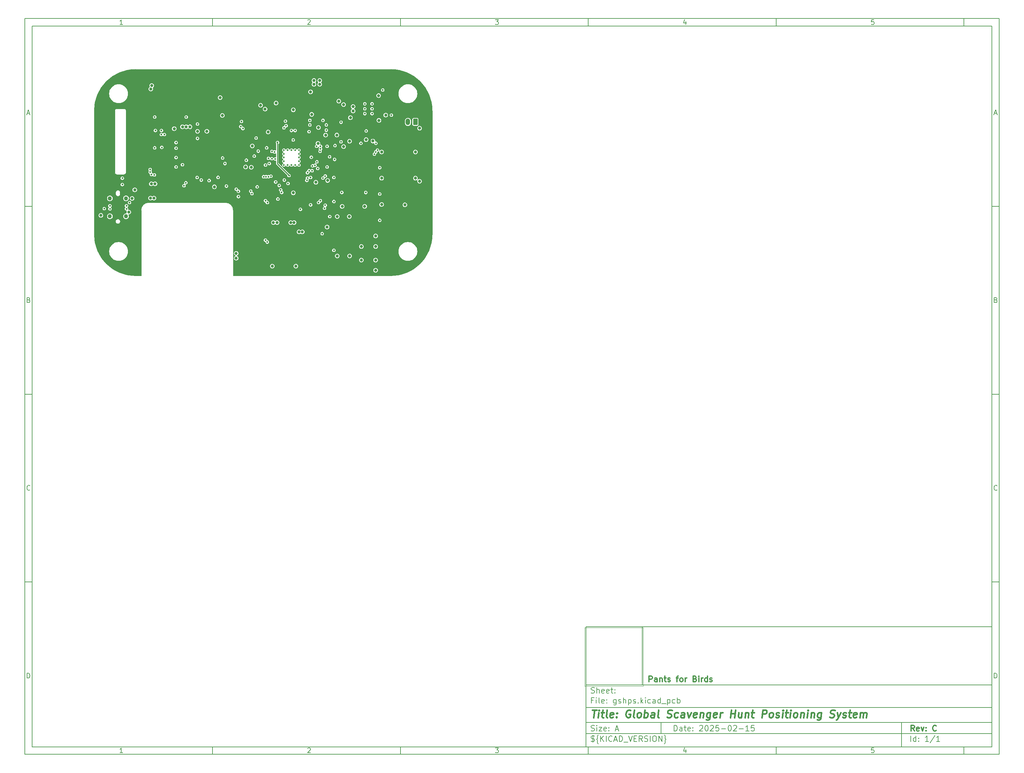
<source format=gbr>
%TF.GenerationSoftware,KiCad,Pcbnew,8.0.6+1*%
%TF.CreationDate,2025-02-24T18:19:17+00:00*%
%TF.ProjectId,gshps,67736870-732e-46b6-9963-61645f706362,C*%
%TF.SameCoordinates,Original*%
%TF.FileFunction,Copper,L3,Inr*%
%TF.FilePolarity,Positive*%
%FSLAX45Y45*%
G04 Gerber Fmt 4.5, Leading zero omitted, Abs format (unit mm)*
G04 Created by KiCad (PCBNEW 8.0.6+1) date 2025-02-24 18:19:17*
%MOMM*%
%LPD*%
G01*
G04 APERTURE LIST*
G04 Aperture macros list*
%AMRoundRect*
0 Rectangle with rounded corners*
0 $1 Rounding radius*
0 $2 $3 $4 $5 $6 $7 $8 $9 X,Y pos of 4 corners*
0 Add a 4 corners polygon primitive as box body*
4,1,4,$2,$3,$4,$5,$6,$7,$8,$9,$2,$3,0*
0 Add four circle primitives for the rounded corners*
1,1,$1+$1,$2,$3*
1,1,$1+$1,$4,$5*
1,1,$1+$1,$6,$7*
1,1,$1+$1,$8,$9*
0 Add four rect primitives between the rounded corners*
20,1,$1+$1,$2,$3,$4,$5,0*
20,1,$1+$1,$4,$5,$6,$7,0*
20,1,$1+$1,$6,$7,$8,$9,0*
20,1,$1+$1,$8,$9,$2,$3,0*%
G04 Aperture macros list end*
%ADD10C,0.100000*%
%ADD11C,0.150000*%
%ADD12C,0.300000*%
%ADD13C,0.400000*%
%TA.AperFunction,Profile*%
%ADD14C,0.100000*%
%TD*%
%TA.AperFunction,ComponentPad*%
%ADD15C,1.100000*%
%TD*%
%TA.AperFunction,HeatsinkPad*%
%ADD16C,0.500000*%
%TD*%
%TA.AperFunction,ComponentPad*%
%ADD17RoundRect,0.250000X0.350000X0.625000X-0.350000X0.625000X-0.350000X-0.625000X0.350000X-0.625000X0*%
%TD*%
%TA.AperFunction,ComponentPad*%
%ADD18O,1.200000X1.750000*%
%TD*%
%TA.AperFunction,ViaPad*%
%ADD19C,0.500000*%
%TD*%
%TA.AperFunction,ViaPad*%
%ADD20C,0.800000*%
%TD*%
%TA.AperFunction,Conductor*%
%ADD21C,0.250000*%
%TD*%
G04 APERTURE END LIST*
D10*
X15905782Y-17215462D02*
X15905782Y-18774098D01*
X17464418Y-18774098D01*
X17464418Y-17215462D01*
X15905782Y-17215462D01*
D11*
X15940000Y-17190000D02*
X26740000Y-17190000D01*
X26740000Y-20390000D01*
X15940000Y-20390000D01*
X15940000Y-17190000D01*
D10*
D11*
X1000000Y-1000000D02*
X26940000Y-1000000D01*
X26940000Y-20590000D01*
X1000000Y-20590000D01*
X1000000Y-1000000D01*
D10*
D11*
X1200000Y-1200000D02*
X26740000Y-1200000D01*
X26740000Y-20390000D01*
X1200000Y-20390000D01*
X1200000Y-1200000D01*
D10*
D11*
X6000000Y-1200000D02*
X6000000Y-1000000D01*
D10*
D11*
X11000000Y-1200000D02*
X11000000Y-1000000D01*
D10*
D11*
X16000000Y-1200000D02*
X16000000Y-1000000D01*
D10*
D11*
X21000000Y-1200000D02*
X21000000Y-1000000D01*
D10*
D11*
X26000000Y-1200000D02*
X26000000Y-1000000D01*
D10*
D11*
X3608916Y-1159360D02*
X3534630Y-1159360D01*
X3571773Y-1159360D02*
X3571773Y-1029360D01*
X3571773Y-1029360D02*
X3559392Y-1047932D01*
X3559392Y-1047932D02*
X3547011Y-1060313D01*
X3547011Y-1060313D02*
X3534630Y-1066503D01*
D10*
D11*
X8534630Y-1041741D02*
X8540821Y-1035551D01*
X8540821Y-1035551D02*
X8553202Y-1029360D01*
X8553202Y-1029360D02*
X8584154Y-1029360D01*
X8584154Y-1029360D02*
X8596535Y-1035551D01*
X8596535Y-1035551D02*
X8602726Y-1041741D01*
X8602726Y-1041741D02*
X8608916Y-1054122D01*
X8608916Y-1054122D02*
X8608916Y-1066503D01*
X8608916Y-1066503D02*
X8602726Y-1085075D01*
X8602726Y-1085075D02*
X8528440Y-1159360D01*
X8528440Y-1159360D02*
X8608916Y-1159360D01*
D10*
D11*
X13528440Y-1029360D02*
X13608916Y-1029360D01*
X13608916Y-1029360D02*
X13565583Y-1078884D01*
X13565583Y-1078884D02*
X13584154Y-1078884D01*
X13584154Y-1078884D02*
X13596535Y-1085075D01*
X13596535Y-1085075D02*
X13602725Y-1091265D01*
X13602725Y-1091265D02*
X13608916Y-1103646D01*
X13608916Y-1103646D02*
X13608916Y-1134599D01*
X13608916Y-1134599D02*
X13602725Y-1146980D01*
X13602725Y-1146980D02*
X13596535Y-1153170D01*
X13596535Y-1153170D02*
X13584154Y-1159360D01*
X13584154Y-1159360D02*
X13547011Y-1159360D01*
X13547011Y-1159360D02*
X13534630Y-1153170D01*
X13534630Y-1153170D02*
X13528440Y-1146980D01*
D10*
D11*
X18596535Y-1072694D02*
X18596535Y-1159360D01*
X18565583Y-1023170D02*
X18534630Y-1116027D01*
X18534630Y-1116027D02*
X18615106Y-1116027D01*
D10*
D11*
X23602725Y-1029360D02*
X23540821Y-1029360D01*
X23540821Y-1029360D02*
X23534630Y-1091265D01*
X23534630Y-1091265D02*
X23540821Y-1085075D01*
X23540821Y-1085075D02*
X23553202Y-1078884D01*
X23553202Y-1078884D02*
X23584154Y-1078884D01*
X23584154Y-1078884D02*
X23596535Y-1085075D01*
X23596535Y-1085075D02*
X23602725Y-1091265D01*
X23602725Y-1091265D02*
X23608916Y-1103646D01*
X23608916Y-1103646D02*
X23608916Y-1134599D01*
X23608916Y-1134599D02*
X23602725Y-1146980D01*
X23602725Y-1146980D02*
X23596535Y-1153170D01*
X23596535Y-1153170D02*
X23584154Y-1159360D01*
X23584154Y-1159360D02*
X23553202Y-1159360D01*
X23553202Y-1159360D02*
X23540821Y-1153170D01*
X23540821Y-1153170D02*
X23534630Y-1146980D01*
D10*
D11*
X6000000Y-20390000D02*
X6000000Y-20590000D01*
D10*
D11*
X11000000Y-20390000D02*
X11000000Y-20590000D01*
D10*
D11*
X16000000Y-20390000D02*
X16000000Y-20590000D01*
D10*
D11*
X21000000Y-20390000D02*
X21000000Y-20590000D01*
D10*
D11*
X26000000Y-20390000D02*
X26000000Y-20590000D01*
D10*
D11*
X3608916Y-20549360D02*
X3534630Y-20549360D01*
X3571773Y-20549360D02*
X3571773Y-20419360D01*
X3571773Y-20419360D02*
X3559392Y-20437932D01*
X3559392Y-20437932D02*
X3547011Y-20450313D01*
X3547011Y-20450313D02*
X3534630Y-20456503D01*
D10*
D11*
X8534630Y-20431741D02*
X8540821Y-20425551D01*
X8540821Y-20425551D02*
X8553202Y-20419360D01*
X8553202Y-20419360D02*
X8584154Y-20419360D01*
X8584154Y-20419360D02*
X8596535Y-20425551D01*
X8596535Y-20425551D02*
X8602726Y-20431741D01*
X8602726Y-20431741D02*
X8608916Y-20444122D01*
X8608916Y-20444122D02*
X8608916Y-20456503D01*
X8608916Y-20456503D02*
X8602726Y-20475075D01*
X8602726Y-20475075D02*
X8528440Y-20549360D01*
X8528440Y-20549360D02*
X8608916Y-20549360D01*
D10*
D11*
X13528440Y-20419360D02*
X13608916Y-20419360D01*
X13608916Y-20419360D02*
X13565583Y-20468884D01*
X13565583Y-20468884D02*
X13584154Y-20468884D01*
X13584154Y-20468884D02*
X13596535Y-20475075D01*
X13596535Y-20475075D02*
X13602725Y-20481265D01*
X13602725Y-20481265D02*
X13608916Y-20493646D01*
X13608916Y-20493646D02*
X13608916Y-20524599D01*
X13608916Y-20524599D02*
X13602725Y-20536980D01*
X13602725Y-20536980D02*
X13596535Y-20543170D01*
X13596535Y-20543170D02*
X13584154Y-20549360D01*
X13584154Y-20549360D02*
X13547011Y-20549360D01*
X13547011Y-20549360D02*
X13534630Y-20543170D01*
X13534630Y-20543170D02*
X13528440Y-20536980D01*
D10*
D11*
X18596535Y-20462694D02*
X18596535Y-20549360D01*
X18565583Y-20413170D02*
X18534630Y-20506027D01*
X18534630Y-20506027D02*
X18615106Y-20506027D01*
D10*
D11*
X23602725Y-20419360D02*
X23540821Y-20419360D01*
X23540821Y-20419360D02*
X23534630Y-20481265D01*
X23534630Y-20481265D02*
X23540821Y-20475075D01*
X23540821Y-20475075D02*
X23553202Y-20468884D01*
X23553202Y-20468884D02*
X23584154Y-20468884D01*
X23584154Y-20468884D02*
X23596535Y-20475075D01*
X23596535Y-20475075D02*
X23602725Y-20481265D01*
X23602725Y-20481265D02*
X23608916Y-20493646D01*
X23608916Y-20493646D02*
X23608916Y-20524599D01*
X23608916Y-20524599D02*
X23602725Y-20536980D01*
X23602725Y-20536980D02*
X23596535Y-20543170D01*
X23596535Y-20543170D02*
X23584154Y-20549360D01*
X23584154Y-20549360D02*
X23553202Y-20549360D01*
X23553202Y-20549360D02*
X23540821Y-20543170D01*
X23540821Y-20543170D02*
X23534630Y-20536980D01*
D10*
D11*
X1000000Y-6000000D02*
X1200000Y-6000000D01*
D10*
D11*
X1000000Y-11000000D02*
X1200000Y-11000000D01*
D10*
D11*
X1000000Y-16000000D02*
X1200000Y-16000000D01*
D10*
D11*
X1069048Y-3522218D02*
X1130952Y-3522218D01*
X1056667Y-3559360D02*
X1100000Y-3429360D01*
X1100000Y-3429360D02*
X1143333Y-3559360D01*
D10*
D11*
X1109286Y-8491265D02*
X1127857Y-8497456D01*
X1127857Y-8497456D02*
X1134048Y-8503646D01*
X1134048Y-8503646D02*
X1140238Y-8516027D01*
X1140238Y-8516027D02*
X1140238Y-8534599D01*
X1140238Y-8534599D02*
X1134048Y-8546980D01*
X1134048Y-8546980D02*
X1127857Y-8553170D01*
X1127857Y-8553170D02*
X1115476Y-8559360D01*
X1115476Y-8559360D02*
X1065952Y-8559360D01*
X1065952Y-8559360D02*
X1065952Y-8429360D01*
X1065952Y-8429360D02*
X1109286Y-8429360D01*
X1109286Y-8429360D02*
X1121667Y-8435551D01*
X1121667Y-8435551D02*
X1127857Y-8441741D01*
X1127857Y-8441741D02*
X1134048Y-8454122D01*
X1134048Y-8454122D02*
X1134048Y-8466503D01*
X1134048Y-8466503D02*
X1127857Y-8478884D01*
X1127857Y-8478884D02*
X1121667Y-8485075D01*
X1121667Y-8485075D02*
X1109286Y-8491265D01*
X1109286Y-8491265D02*
X1065952Y-8491265D01*
D10*
D11*
X1140238Y-13546979D02*
X1134048Y-13553170D01*
X1134048Y-13553170D02*
X1115476Y-13559360D01*
X1115476Y-13559360D02*
X1103095Y-13559360D01*
X1103095Y-13559360D02*
X1084524Y-13553170D01*
X1084524Y-13553170D02*
X1072143Y-13540789D01*
X1072143Y-13540789D02*
X1065952Y-13528408D01*
X1065952Y-13528408D02*
X1059762Y-13503646D01*
X1059762Y-13503646D02*
X1059762Y-13485075D01*
X1059762Y-13485075D02*
X1065952Y-13460313D01*
X1065952Y-13460313D02*
X1072143Y-13447932D01*
X1072143Y-13447932D02*
X1084524Y-13435551D01*
X1084524Y-13435551D02*
X1103095Y-13429360D01*
X1103095Y-13429360D02*
X1115476Y-13429360D01*
X1115476Y-13429360D02*
X1134048Y-13435551D01*
X1134048Y-13435551D02*
X1140238Y-13441741D01*
D10*
D11*
X1065952Y-18559360D02*
X1065952Y-18429360D01*
X1065952Y-18429360D02*
X1096905Y-18429360D01*
X1096905Y-18429360D02*
X1115476Y-18435551D01*
X1115476Y-18435551D02*
X1127857Y-18447932D01*
X1127857Y-18447932D02*
X1134048Y-18460313D01*
X1134048Y-18460313D02*
X1140238Y-18485075D01*
X1140238Y-18485075D02*
X1140238Y-18503646D01*
X1140238Y-18503646D02*
X1134048Y-18528408D01*
X1134048Y-18528408D02*
X1127857Y-18540789D01*
X1127857Y-18540789D02*
X1115476Y-18553170D01*
X1115476Y-18553170D02*
X1096905Y-18559360D01*
X1096905Y-18559360D02*
X1065952Y-18559360D01*
D10*
D11*
X26940000Y-6000000D02*
X26740000Y-6000000D01*
D10*
D11*
X26940000Y-11000000D02*
X26740000Y-11000000D01*
D10*
D11*
X26940000Y-16000000D02*
X26740000Y-16000000D01*
D10*
D11*
X26809048Y-3522218D02*
X26870952Y-3522218D01*
X26796667Y-3559360D02*
X26840000Y-3429360D01*
X26840000Y-3429360D02*
X26883333Y-3559360D01*
D10*
D11*
X26849286Y-8491265D02*
X26867857Y-8497456D01*
X26867857Y-8497456D02*
X26874048Y-8503646D01*
X26874048Y-8503646D02*
X26880238Y-8516027D01*
X26880238Y-8516027D02*
X26880238Y-8534599D01*
X26880238Y-8534599D02*
X26874048Y-8546980D01*
X26874048Y-8546980D02*
X26867857Y-8553170D01*
X26867857Y-8553170D02*
X26855476Y-8559360D01*
X26855476Y-8559360D02*
X26805952Y-8559360D01*
X26805952Y-8559360D02*
X26805952Y-8429360D01*
X26805952Y-8429360D02*
X26849286Y-8429360D01*
X26849286Y-8429360D02*
X26861667Y-8435551D01*
X26861667Y-8435551D02*
X26867857Y-8441741D01*
X26867857Y-8441741D02*
X26874048Y-8454122D01*
X26874048Y-8454122D02*
X26874048Y-8466503D01*
X26874048Y-8466503D02*
X26867857Y-8478884D01*
X26867857Y-8478884D02*
X26861667Y-8485075D01*
X26861667Y-8485075D02*
X26849286Y-8491265D01*
X26849286Y-8491265D02*
X26805952Y-8491265D01*
D10*
D11*
X26880238Y-13546979D02*
X26874048Y-13553170D01*
X26874048Y-13553170D02*
X26855476Y-13559360D01*
X26855476Y-13559360D02*
X26843095Y-13559360D01*
X26843095Y-13559360D02*
X26824524Y-13553170D01*
X26824524Y-13553170D02*
X26812143Y-13540789D01*
X26812143Y-13540789D02*
X26805952Y-13528408D01*
X26805952Y-13528408D02*
X26799762Y-13503646D01*
X26799762Y-13503646D02*
X26799762Y-13485075D01*
X26799762Y-13485075D02*
X26805952Y-13460313D01*
X26805952Y-13460313D02*
X26812143Y-13447932D01*
X26812143Y-13447932D02*
X26824524Y-13435551D01*
X26824524Y-13435551D02*
X26843095Y-13429360D01*
X26843095Y-13429360D02*
X26855476Y-13429360D01*
X26855476Y-13429360D02*
X26874048Y-13435551D01*
X26874048Y-13435551D02*
X26880238Y-13441741D01*
D10*
D11*
X26805952Y-18559360D02*
X26805952Y-18429360D01*
X26805952Y-18429360D02*
X26836905Y-18429360D01*
X26836905Y-18429360D02*
X26855476Y-18435551D01*
X26855476Y-18435551D02*
X26867857Y-18447932D01*
X26867857Y-18447932D02*
X26874048Y-18460313D01*
X26874048Y-18460313D02*
X26880238Y-18485075D01*
X26880238Y-18485075D02*
X26880238Y-18503646D01*
X26880238Y-18503646D02*
X26874048Y-18528408D01*
X26874048Y-18528408D02*
X26867857Y-18540789D01*
X26867857Y-18540789D02*
X26855476Y-18553170D01*
X26855476Y-18553170D02*
X26836905Y-18559360D01*
X26836905Y-18559360D02*
X26805952Y-18559360D01*
D10*
D11*
X18285583Y-19968613D02*
X18285583Y-19818613D01*
X18285583Y-19818613D02*
X18321297Y-19818613D01*
X18321297Y-19818613D02*
X18342726Y-19825756D01*
X18342726Y-19825756D02*
X18357011Y-19840041D01*
X18357011Y-19840041D02*
X18364154Y-19854327D01*
X18364154Y-19854327D02*
X18371297Y-19882899D01*
X18371297Y-19882899D02*
X18371297Y-19904327D01*
X18371297Y-19904327D02*
X18364154Y-19932899D01*
X18364154Y-19932899D02*
X18357011Y-19947184D01*
X18357011Y-19947184D02*
X18342726Y-19961470D01*
X18342726Y-19961470D02*
X18321297Y-19968613D01*
X18321297Y-19968613D02*
X18285583Y-19968613D01*
X18499868Y-19968613D02*
X18499868Y-19890041D01*
X18499868Y-19890041D02*
X18492726Y-19875756D01*
X18492726Y-19875756D02*
X18478440Y-19868613D01*
X18478440Y-19868613D02*
X18449868Y-19868613D01*
X18449868Y-19868613D02*
X18435583Y-19875756D01*
X18499868Y-19961470D02*
X18485583Y-19968613D01*
X18485583Y-19968613D02*
X18449868Y-19968613D01*
X18449868Y-19968613D02*
X18435583Y-19961470D01*
X18435583Y-19961470D02*
X18428440Y-19947184D01*
X18428440Y-19947184D02*
X18428440Y-19932899D01*
X18428440Y-19932899D02*
X18435583Y-19918613D01*
X18435583Y-19918613D02*
X18449868Y-19911470D01*
X18449868Y-19911470D02*
X18485583Y-19911470D01*
X18485583Y-19911470D02*
X18499868Y-19904327D01*
X18549868Y-19868613D02*
X18607011Y-19868613D01*
X18571297Y-19818613D02*
X18571297Y-19947184D01*
X18571297Y-19947184D02*
X18578440Y-19961470D01*
X18578440Y-19961470D02*
X18592726Y-19968613D01*
X18592726Y-19968613D02*
X18607011Y-19968613D01*
X18714154Y-19961470D02*
X18699868Y-19968613D01*
X18699868Y-19968613D02*
X18671297Y-19968613D01*
X18671297Y-19968613D02*
X18657011Y-19961470D01*
X18657011Y-19961470D02*
X18649868Y-19947184D01*
X18649868Y-19947184D02*
X18649868Y-19890041D01*
X18649868Y-19890041D02*
X18657011Y-19875756D01*
X18657011Y-19875756D02*
X18671297Y-19868613D01*
X18671297Y-19868613D02*
X18699868Y-19868613D01*
X18699868Y-19868613D02*
X18714154Y-19875756D01*
X18714154Y-19875756D02*
X18721297Y-19890041D01*
X18721297Y-19890041D02*
X18721297Y-19904327D01*
X18721297Y-19904327D02*
X18649868Y-19918613D01*
X18785583Y-19954327D02*
X18792726Y-19961470D01*
X18792726Y-19961470D02*
X18785583Y-19968613D01*
X18785583Y-19968613D02*
X18778440Y-19961470D01*
X18778440Y-19961470D02*
X18785583Y-19954327D01*
X18785583Y-19954327D02*
X18785583Y-19968613D01*
X18785583Y-19875756D02*
X18792726Y-19882899D01*
X18792726Y-19882899D02*
X18785583Y-19890041D01*
X18785583Y-19890041D02*
X18778440Y-19882899D01*
X18778440Y-19882899D02*
X18785583Y-19875756D01*
X18785583Y-19875756D02*
X18785583Y-19890041D01*
X18964154Y-19832899D02*
X18971297Y-19825756D01*
X18971297Y-19825756D02*
X18985583Y-19818613D01*
X18985583Y-19818613D02*
X19021297Y-19818613D01*
X19021297Y-19818613D02*
X19035583Y-19825756D01*
X19035583Y-19825756D02*
X19042726Y-19832899D01*
X19042726Y-19832899D02*
X19049868Y-19847184D01*
X19049868Y-19847184D02*
X19049868Y-19861470D01*
X19049868Y-19861470D02*
X19042726Y-19882899D01*
X19042726Y-19882899D02*
X18957011Y-19968613D01*
X18957011Y-19968613D02*
X19049868Y-19968613D01*
X19142726Y-19818613D02*
X19157011Y-19818613D01*
X19157011Y-19818613D02*
X19171297Y-19825756D01*
X19171297Y-19825756D02*
X19178440Y-19832899D01*
X19178440Y-19832899D02*
X19185583Y-19847184D01*
X19185583Y-19847184D02*
X19192726Y-19875756D01*
X19192726Y-19875756D02*
X19192726Y-19911470D01*
X19192726Y-19911470D02*
X19185583Y-19940041D01*
X19185583Y-19940041D02*
X19178440Y-19954327D01*
X19178440Y-19954327D02*
X19171297Y-19961470D01*
X19171297Y-19961470D02*
X19157011Y-19968613D01*
X19157011Y-19968613D02*
X19142726Y-19968613D01*
X19142726Y-19968613D02*
X19128440Y-19961470D01*
X19128440Y-19961470D02*
X19121297Y-19954327D01*
X19121297Y-19954327D02*
X19114154Y-19940041D01*
X19114154Y-19940041D02*
X19107011Y-19911470D01*
X19107011Y-19911470D02*
X19107011Y-19875756D01*
X19107011Y-19875756D02*
X19114154Y-19847184D01*
X19114154Y-19847184D02*
X19121297Y-19832899D01*
X19121297Y-19832899D02*
X19128440Y-19825756D01*
X19128440Y-19825756D02*
X19142726Y-19818613D01*
X19249868Y-19832899D02*
X19257011Y-19825756D01*
X19257011Y-19825756D02*
X19271297Y-19818613D01*
X19271297Y-19818613D02*
X19307011Y-19818613D01*
X19307011Y-19818613D02*
X19321297Y-19825756D01*
X19321297Y-19825756D02*
X19328440Y-19832899D01*
X19328440Y-19832899D02*
X19335583Y-19847184D01*
X19335583Y-19847184D02*
X19335583Y-19861470D01*
X19335583Y-19861470D02*
X19328440Y-19882899D01*
X19328440Y-19882899D02*
X19242725Y-19968613D01*
X19242725Y-19968613D02*
X19335583Y-19968613D01*
X19471297Y-19818613D02*
X19399868Y-19818613D01*
X19399868Y-19818613D02*
X19392725Y-19890041D01*
X19392725Y-19890041D02*
X19399868Y-19882899D01*
X19399868Y-19882899D02*
X19414154Y-19875756D01*
X19414154Y-19875756D02*
X19449868Y-19875756D01*
X19449868Y-19875756D02*
X19464154Y-19882899D01*
X19464154Y-19882899D02*
X19471297Y-19890041D01*
X19471297Y-19890041D02*
X19478440Y-19904327D01*
X19478440Y-19904327D02*
X19478440Y-19940041D01*
X19478440Y-19940041D02*
X19471297Y-19954327D01*
X19471297Y-19954327D02*
X19464154Y-19961470D01*
X19464154Y-19961470D02*
X19449868Y-19968613D01*
X19449868Y-19968613D02*
X19414154Y-19968613D01*
X19414154Y-19968613D02*
X19399868Y-19961470D01*
X19399868Y-19961470D02*
X19392725Y-19954327D01*
X19542725Y-19911470D02*
X19657011Y-19911470D01*
X19757011Y-19818613D02*
X19771297Y-19818613D01*
X19771297Y-19818613D02*
X19785583Y-19825756D01*
X19785583Y-19825756D02*
X19792725Y-19832899D01*
X19792725Y-19832899D02*
X19799868Y-19847184D01*
X19799868Y-19847184D02*
X19807011Y-19875756D01*
X19807011Y-19875756D02*
X19807011Y-19911470D01*
X19807011Y-19911470D02*
X19799868Y-19940041D01*
X19799868Y-19940041D02*
X19792725Y-19954327D01*
X19792725Y-19954327D02*
X19785583Y-19961470D01*
X19785583Y-19961470D02*
X19771297Y-19968613D01*
X19771297Y-19968613D02*
X19757011Y-19968613D01*
X19757011Y-19968613D02*
X19742725Y-19961470D01*
X19742725Y-19961470D02*
X19735583Y-19954327D01*
X19735583Y-19954327D02*
X19728440Y-19940041D01*
X19728440Y-19940041D02*
X19721297Y-19911470D01*
X19721297Y-19911470D02*
X19721297Y-19875756D01*
X19721297Y-19875756D02*
X19728440Y-19847184D01*
X19728440Y-19847184D02*
X19735583Y-19832899D01*
X19735583Y-19832899D02*
X19742725Y-19825756D01*
X19742725Y-19825756D02*
X19757011Y-19818613D01*
X19864154Y-19832899D02*
X19871297Y-19825756D01*
X19871297Y-19825756D02*
X19885583Y-19818613D01*
X19885583Y-19818613D02*
X19921297Y-19818613D01*
X19921297Y-19818613D02*
X19935583Y-19825756D01*
X19935583Y-19825756D02*
X19942725Y-19832899D01*
X19942725Y-19832899D02*
X19949868Y-19847184D01*
X19949868Y-19847184D02*
X19949868Y-19861470D01*
X19949868Y-19861470D02*
X19942725Y-19882899D01*
X19942725Y-19882899D02*
X19857011Y-19968613D01*
X19857011Y-19968613D02*
X19949868Y-19968613D01*
X20014154Y-19911470D02*
X20128440Y-19911470D01*
X20278440Y-19968613D02*
X20192725Y-19968613D01*
X20235582Y-19968613D02*
X20235582Y-19818613D01*
X20235582Y-19818613D02*
X20221297Y-19840041D01*
X20221297Y-19840041D02*
X20207011Y-19854327D01*
X20207011Y-19854327D02*
X20192725Y-19861470D01*
X20414154Y-19818613D02*
X20342725Y-19818613D01*
X20342725Y-19818613D02*
X20335582Y-19890041D01*
X20335582Y-19890041D02*
X20342725Y-19882899D01*
X20342725Y-19882899D02*
X20357011Y-19875756D01*
X20357011Y-19875756D02*
X20392725Y-19875756D01*
X20392725Y-19875756D02*
X20407011Y-19882899D01*
X20407011Y-19882899D02*
X20414154Y-19890041D01*
X20414154Y-19890041D02*
X20421297Y-19904327D01*
X20421297Y-19904327D02*
X20421297Y-19940041D01*
X20421297Y-19940041D02*
X20414154Y-19954327D01*
X20414154Y-19954327D02*
X20407011Y-19961470D01*
X20407011Y-19961470D02*
X20392725Y-19968613D01*
X20392725Y-19968613D02*
X20357011Y-19968613D01*
X20357011Y-19968613D02*
X20342725Y-19961470D01*
X20342725Y-19961470D02*
X20335582Y-19954327D01*
D10*
D11*
X15940000Y-20040000D02*
X26740000Y-20040000D01*
D10*
D11*
X16078440Y-20241470D02*
X16099868Y-20248613D01*
X16099868Y-20248613D02*
X16135583Y-20248613D01*
X16135583Y-20248613D02*
X16149868Y-20241470D01*
X16149868Y-20241470D02*
X16157011Y-20234327D01*
X16157011Y-20234327D02*
X16164154Y-20220041D01*
X16164154Y-20220041D02*
X16164154Y-20205756D01*
X16164154Y-20205756D02*
X16157011Y-20191470D01*
X16157011Y-20191470D02*
X16149868Y-20184327D01*
X16149868Y-20184327D02*
X16135583Y-20177184D01*
X16135583Y-20177184D02*
X16107011Y-20170041D01*
X16107011Y-20170041D02*
X16092725Y-20162899D01*
X16092725Y-20162899D02*
X16085583Y-20155756D01*
X16085583Y-20155756D02*
X16078440Y-20141470D01*
X16078440Y-20141470D02*
X16078440Y-20127184D01*
X16078440Y-20127184D02*
X16085583Y-20112899D01*
X16085583Y-20112899D02*
X16092725Y-20105756D01*
X16092725Y-20105756D02*
X16107011Y-20098613D01*
X16107011Y-20098613D02*
X16142725Y-20098613D01*
X16142725Y-20098613D02*
X16164154Y-20105756D01*
X16121297Y-20077184D02*
X16121297Y-20270041D01*
X16271297Y-20305756D02*
X16264154Y-20305756D01*
X16264154Y-20305756D02*
X16249868Y-20298613D01*
X16249868Y-20298613D02*
X16242725Y-20284327D01*
X16242725Y-20284327D02*
X16242725Y-20212899D01*
X16242725Y-20212899D02*
X16235583Y-20198613D01*
X16235583Y-20198613D02*
X16221297Y-20191470D01*
X16221297Y-20191470D02*
X16235583Y-20184327D01*
X16235583Y-20184327D02*
X16242725Y-20170041D01*
X16242725Y-20170041D02*
X16242725Y-20098613D01*
X16242725Y-20098613D02*
X16249868Y-20084327D01*
X16249868Y-20084327D02*
X16264154Y-20077184D01*
X16264154Y-20077184D02*
X16271297Y-20077184D01*
X16328440Y-20248613D02*
X16328440Y-20098613D01*
X16414154Y-20248613D02*
X16349868Y-20162899D01*
X16414154Y-20098613D02*
X16328440Y-20184327D01*
X16478440Y-20248613D02*
X16478440Y-20098613D01*
X16635583Y-20234327D02*
X16628440Y-20241470D01*
X16628440Y-20241470D02*
X16607011Y-20248613D01*
X16607011Y-20248613D02*
X16592725Y-20248613D01*
X16592725Y-20248613D02*
X16571297Y-20241470D01*
X16571297Y-20241470D02*
X16557011Y-20227184D01*
X16557011Y-20227184D02*
X16549868Y-20212899D01*
X16549868Y-20212899D02*
X16542725Y-20184327D01*
X16542725Y-20184327D02*
X16542725Y-20162899D01*
X16542725Y-20162899D02*
X16549868Y-20134327D01*
X16549868Y-20134327D02*
X16557011Y-20120041D01*
X16557011Y-20120041D02*
X16571297Y-20105756D01*
X16571297Y-20105756D02*
X16592725Y-20098613D01*
X16592725Y-20098613D02*
X16607011Y-20098613D01*
X16607011Y-20098613D02*
X16628440Y-20105756D01*
X16628440Y-20105756D02*
X16635583Y-20112899D01*
X16692725Y-20205756D02*
X16764154Y-20205756D01*
X16678440Y-20248613D02*
X16728440Y-20098613D01*
X16728440Y-20098613D02*
X16778440Y-20248613D01*
X16828440Y-20248613D02*
X16828440Y-20098613D01*
X16828440Y-20098613D02*
X16864154Y-20098613D01*
X16864154Y-20098613D02*
X16885583Y-20105756D01*
X16885583Y-20105756D02*
X16899868Y-20120041D01*
X16899868Y-20120041D02*
X16907011Y-20134327D01*
X16907011Y-20134327D02*
X16914154Y-20162899D01*
X16914154Y-20162899D02*
X16914154Y-20184327D01*
X16914154Y-20184327D02*
X16907011Y-20212899D01*
X16907011Y-20212899D02*
X16899868Y-20227184D01*
X16899868Y-20227184D02*
X16885583Y-20241470D01*
X16885583Y-20241470D02*
X16864154Y-20248613D01*
X16864154Y-20248613D02*
X16828440Y-20248613D01*
X16942726Y-20262899D02*
X17057011Y-20262899D01*
X17071297Y-20098613D02*
X17121297Y-20248613D01*
X17121297Y-20248613D02*
X17171297Y-20098613D01*
X17221297Y-20170041D02*
X17271297Y-20170041D01*
X17292725Y-20248613D02*
X17221297Y-20248613D01*
X17221297Y-20248613D02*
X17221297Y-20098613D01*
X17221297Y-20098613D02*
X17292725Y-20098613D01*
X17442725Y-20248613D02*
X17392725Y-20177184D01*
X17357011Y-20248613D02*
X17357011Y-20098613D01*
X17357011Y-20098613D02*
X17414154Y-20098613D01*
X17414154Y-20098613D02*
X17428440Y-20105756D01*
X17428440Y-20105756D02*
X17435583Y-20112899D01*
X17435583Y-20112899D02*
X17442725Y-20127184D01*
X17442725Y-20127184D02*
X17442725Y-20148613D01*
X17442725Y-20148613D02*
X17435583Y-20162899D01*
X17435583Y-20162899D02*
X17428440Y-20170041D01*
X17428440Y-20170041D02*
X17414154Y-20177184D01*
X17414154Y-20177184D02*
X17357011Y-20177184D01*
X17499868Y-20241470D02*
X17521297Y-20248613D01*
X17521297Y-20248613D02*
X17557011Y-20248613D01*
X17557011Y-20248613D02*
X17571297Y-20241470D01*
X17571297Y-20241470D02*
X17578440Y-20234327D01*
X17578440Y-20234327D02*
X17585583Y-20220041D01*
X17585583Y-20220041D02*
X17585583Y-20205756D01*
X17585583Y-20205756D02*
X17578440Y-20191470D01*
X17578440Y-20191470D02*
X17571297Y-20184327D01*
X17571297Y-20184327D02*
X17557011Y-20177184D01*
X17557011Y-20177184D02*
X17528440Y-20170041D01*
X17528440Y-20170041D02*
X17514154Y-20162899D01*
X17514154Y-20162899D02*
X17507011Y-20155756D01*
X17507011Y-20155756D02*
X17499868Y-20141470D01*
X17499868Y-20141470D02*
X17499868Y-20127184D01*
X17499868Y-20127184D02*
X17507011Y-20112899D01*
X17507011Y-20112899D02*
X17514154Y-20105756D01*
X17514154Y-20105756D02*
X17528440Y-20098613D01*
X17528440Y-20098613D02*
X17564154Y-20098613D01*
X17564154Y-20098613D02*
X17585583Y-20105756D01*
X17649868Y-20248613D02*
X17649868Y-20098613D01*
X17749868Y-20098613D02*
X17778440Y-20098613D01*
X17778440Y-20098613D02*
X17792725Y-20105756D01*
X17792725Y-20105756D02*
X17807011Y-20120041D01*
X17807011Y-20120041D02*
X17814154Y-20148613D01*
X17814154Y-20148613D02*
X17814154Y-20198613D01*
X17814154Y-20198613D02*
X17807011Y-20227184D01*
X17807011Y-20227184D02*
X17792725Y-20241470D01*
X17792725Y-20241470D02*
X17778440Y-20248613D01*
X17778440Y-20248613D02*
X17749868Y-20248613D01*
X17749868Y-20248613D02*
X17735583Y-20241470D01*
X17735583Y-20241470D02*
X17721297Y-20227184D01*
X17721297Y-20227184D02*
X17714154Y-20198613D01*
X17714154Y-20198613D02*
X17714154Y-20148613D01*
X17714154Y-20148613D02*
X17721297Y-20120041D01*
X17721297Y-20120041D02*
X17735583Y-20105756D01*
X17735583Y-20105756D02*
X17749868Y-20098613D01*
X17878440Y-20248613D02*
X17878440Y-20098613D01*
X17878440Y-20098613D02*
X17964154Y-20248613D01*
X17964154Y-20248613D02*
X17964154Y-20098613D01*
X18021297Y-20305756D02*
X18028440Y-20305756D01*
X18028440Y-20305756D02*
X18042726Y-20298613D01*
X18042726Y-20298613D02*
X18049868Y-20284327D01*
X18049868Y-20284327D02*
X18049868Y-20212899D01*
X18049868Y-20212899D02*
X18057011Y-20198613D01*
X18057011Y-20198613D02*
X18071297Y-20191470D01*
X18071297Y-20191470D02*
X18057011Y-20184327D01*
X18057011Y-20184327D02*
X18049868Y-20170041D01*
X18049868Y-20170041D02*
X18049868Y-20098613D01*
X18049868Y-20098613D02*
X18042726Y-20084327D01*
X18042726Y-20084327D02*
X18028440Y-20077184D01*
X18028440Y-20077184D02*
X18021297Y-20077184D01*
D10*
D11*
X15940000Y-19740000D02*
X26740000Y-19740000D01*
D10*
D12*
X24681165Y-19967833D02*
X24631165Y-19896404D01*
X24595451Y-19967833D02*
X24595451Y-19817833D01*
X24595451Y-19817833D02*
X24652594Y-19817833D01*
X24652594Y-19817833D02*
X24666880Y-19824976D01*
X24666880Y-19824976D02*
X24674022Y-19832119D01*
X24674022Y-19832119D02*
X24681165Y-19846404D01*
X24681165Y-19846404D02*
X24681165Y-19867833D01*
X24681165Y-19867833D02*
X24674022Y-19882119D01*
X24674022Y-19882119D02*
X24666880Y-19889261D01*
X24666880Y-19889261D02*
X24652594Y-19896404D01*
X24652594Y-19896404D02*
X24595451Y-19896404D01*
X24802594Y-19960690D02*
X24788308Y-19967833D01*
X24788308Y-19967833D02*
X24759737Y-19967833D01*
X24759737Y-19967833D02*
X24745451Y-19960690D01*
X24745451Y-19960690D02*
X24738308Y-19946404D01*
X24738308Y-19946404D02*
X24738308Y-19889261D01*
X24738308Y-19889261D02*
X24745451Y-19874976D01*
X24745451Y-19874976D02*
X24759737Y-19867833D01*
X24759737Y-19867833D02*
X24788308Y-19867833D01*
X24788308Y-19867833D02*
X24802594Y-19874976D01*
X24802594Y-19874976D02*
X24809737Y-19889261D01*
X24809737Y-19889261D02*
X24809737Y-19903547D01*
X24809737Y-19903547D02*
X24738308Y-19917833D01*
X24859737Y-19867833D02*
X24895451Y-19967833D01*
X24895451Y-19967833D02*
X24931165Y-19867833D01*
X24988308Y-19953547D02*
X24995451Y-19960690D01*
X24995451Y-19960690D02*
X24988308Y-19967833D01*
X24988308Y-19967833D02*
X24981165Y-19960690D01*
X24981165Y-19960690D02*
X24988308Y-19953547D01*
X24988308Y-19953547D02*
X24988308Y-19967833D01*
X24988308Y-19874976D02*
X24995451Y-19882119D01*
X24995451Y-19882119D02*
X24988308Y-19889261D01*
X24988308Y-19889261D02*
X24981165Y-19882119D01*
X24981165Y-19882119D02*
X24988308Y-19874976D01*
X24988308Y-19874976D02*
X24988308Y-19889261D01*
X25259737Y-19953547D02*
X25252594Y-19960690D01*
X25252594Y-19960690D02*
X25231165Y-19967833D01*
X25231165Y-19967833D02*
X25216880Y-19967833D01*
X25216880Y-19967833D02*
X25195451Y-19960690D01*
X25195451Y-19960690D02*
X25181165Y-19946404D01*
X25181165Y-19946404D02*
X25174022Y-19932119D01*
X25174022Y-19932119D02*
X25166880Y-19903547D01*
X25166880Y-19903547D02*
X25166880Y-19882119D01*
X25166880Y-19882119D02*
X25174022Y-19853547D01*
X25174022Y-19853547D02*
X25181165Y-19839261D01*
X25181165Y-19839261D02*
X25195451Y-19824976D01*
X25195451Y-19824976D02*
X25216880Y-19817833D01*
X25216880Y-19817833D02*
X25231165Y-19817833D01*
X25231165Y-19817833D02*
X25252594Y-19824976D01*
X25252594Y-19824976D02*
X25259737Y-19832119D01*
D10*
D11*
X16078440Y-19961470D02*
X16099868Y-19968613D01*
X16099868Y-19968613D02*
X16135583Y-19968613D01*
X16135583Y-19968613D02*
X16149868Y-19961470D01*
X16149868Y-19961470D02*
X16157011Y-19954327D01*
X16157011Y-19954327D02*
X16164154Y-19940041D01*
X16164154Y-19940041D02*
X16164154Y-19925756D01*
X16164154Y-19925756D02*
X16157011Y-19911470D01*
X16157011Y-19911470D02*
X16149868Y-19904327D01*
X16149868Y-19904327D02*
X16135583Y-19897184D01*
X16135583Y-19897184D02*
X16107011Y-19890041D01*
X16107011Y-19890041D02*
X16092725Y-19882899D01*
X16092725Y-19882899D02*
X16085583Y-19875756D01*
X16085583Y-19875756D02*
X16078440Y-19861470D01*
X16078440Y-19861470D02*
X16078440Y-19847184D01*
X16078440Y-19847184D02*
X16085583Y-19832899D01*
X16085583Y-19832899D02*
X16092725Y-19825756D01*
X16092725Y-19825756D02*
X16107011Y-19818613D01*
X16107011Y-19818613D02*
X16142725Y-19818613D01*
X16142725Y-19818613D02*
X16164154Y-19825756D01*
X16228440Y-19968613D02*
X16228440Y-19868613D01*
X16228440Y-19818613D02*
X16221297Y-19825756D01*
X16221297Y-19825756D02*
X16228440Y-19832899D01*
X16228440Y-19832899D02*
X16235583Y-19825756D01*
X16235583Y-19825756D02*
X16228440Y-19818613D01*
X16228440Y-19818613D02*
X16228440Y-19832899D01*
X16285583Y-19868613D02*
X16364154Y-19868613D01*
X16364154Y-19868613D02*
X16285583Y-19968613D01*
X16285583Y-19968613D02*
X16364154Y-19968613D01*
X16478440Y-19961470D02*
X16464154Y-19968613D01*
X16464154Y-19968613D02*
X16435583Y-19968613D01*
X16435583Y-19968613D02*
X16421297Y-19961470D01*
X16421297Y-19961470D02*
X16414154Y-19947184D01*
X16414154Y-19947184D02*
X16414154Y-19890041D01*
X16414154Y-19890041D02*
X16421297Y-19875756D01*
X16421297Y-19875756D02*
X16435583Y-19868613D01*
X16435583Y-19868613D02*
X16464154Y-19868613D01*
X16464154Y-19868613D02*
X16478440Y-19875756D01*
X16478440Y-19875756D02*
X16485583Y-19890041D01*
X16485583Y-19890041D02*
X16485583Y-19904327D01*
X16485583Y-19904327D02*
X16414154Y-19918613D01*
X16549868Y-19954327D02*
X16557011Y-19961470D01*
X16557011Y-19961470D02*
X16549868Y-19968613D01*
X16549868Y-19968613D02*
X16542725Y-19961470D01*
X16542725Y-19961470D02*
X16549868Y-19954327D01*
X16549868Y-19954327D02*
X16549868Y-19968613D01*
X16549868Y-19875756D02*
X16557011Y-19882899D01*
X16557011Y-19882899D02*
X16549868Y-19890041D01*
X16549868Y-19890041D02*
X16542725Y-19882899D01*
X16542725Y-19882899D02*
X16549868Y-19875756D01*
X16549868Y-19875756D02*
X16549868Y-19890041D01*
X16728440Y-19925756D02*
X16799868Y-19925756D01*
X16714154Y-19968613D02*
X16764154Y-19818613D01*
X16764154Y-19818613D02*
X16814154Y-19968613D01*
D10*
D11*
X24585583Y-20248613D02*
X24585583Y-20098613D01*
X24721297Y-20248613D02*
X24721297Y-20098613D01*
X24721297Y-20241470D02*
X24707011Y-20248613D01*
X24707011Y-20248613D02*
X24678440Y-20248613D01*
X24678440Y-20248613D02*
X24664154Y-20241470D01*
X24664154Y-20241470D02*
X24657011Y-20234327D01*
X24657011Y-20234327D02*
X24649868Y-20220041D01*
X24649868Y-20220041D02*
X24649868Y-20177184D01*
X24649868Y-20177184D02*
X24657011Y-20162899D01*
X24657011Y-20162899D02*
X24664154Y-20155756D01*
X24664154Y-20155756D02*
X24678440Y-20148613D01*
X24678440Y-20148613D02*
X24707011Y-20148613D01*
X24707011Y-20148613D02*
X24721297Y-20155756D01*
X24792725Y-20234327D02*
X24799868Y-20241470D01*
X24799868Y-20241470D02*
X24792725Y-20248613D01*
X24792725Y-20248613D02*
X24785583Y-20241470D01*
X24785583Y-20241470D02*
X24792725Y-20234327D01*
X24792725Y-20234327D02*
X24792725Y-20248613D01*
X24792725Y-20155756D02*
X24799868Y-20162899D01*
X24799868Y-20162899D02*
X24792725Y-20170041D01*
X24792725Y-20170041D02*
X24785583Y-20162899D01*
X24785583Y-20162899D02*
X24792725Y-20155756D01*
X24792725Y-20155756D02*
X24792725Y-20170041D01*
X25057011Y-20248613D02*
X24971297Y-20248613D01*
X25014154Y-20248613D02*
X25014154Y-20098613D01*
X25014154Y-20098613D02*
X24999868Y-20120041D01*
X24999868Y-20120041D02*
X24985583Y-20134327D01*
X24985583Y-20134327D02*
X24971297Y-20141470D01*
X25228440Y-20091470D02*
X25099868Y-20284327D01*
X25357011Y-20248613D02*
X25271297Y-20248613D01*
X25314154Y-20248613D02*
X25314154Y-20098613D01*
X25314154Y-20098613D02*
X25299868Y-20120041D01*
X25299868Y-20120041D02*
X25285583Y-20134327D01*
X25285583Y-20134327D02*
X25271297Y-20141470D01*
D10*
D11*
X15940000Y-19340000D02*
X26740000Y-19340000D01*
D10*
D13*
X16109173Y-19410444D02*
X16223458Y-19410444D01*
X16141316Y-19610444D02*
X16166316Y-19410444D01*
X16265125Y-19610444D02*
X16281792Y-19477110D01*
X16290125Y-19410444D02*
X16279411Y-19419968D01*
X16279411Y-19419968D02*
X16287744Y-19429491D01*
X16287744Y-19429491D02*
X16298459Y-19419968D01*
X16298459Y-19419968D02*
X16290125Y-19410444D01*
X16290125Y-19410444D02*
X16287744Y-19429491D01*
X16348459Y-19477110D02*
X16424649Y-19477110D01*
X16385363Y-19410444D02*
X16363935Y-19581872D01*
X16363935Y-19581872D02*
X16371078Y-19600920D01*
X16371078Y-19600920D02*
X16388935Y-19610444D01*
X16388935Y-19610444D02*
X16407982Y-19610444D01*
X16503220Y-19610444D02*
X16485363Y-19600920D01*
X16485363Y-19600920D02*
X16478220Y-19581872D01*
X16478220Y-19581872D02*
X16499649Y-19410444D01*
X16656792Y-19600920D02*
X16636554Y-19610444D01*
X16636554Y-19610444D02*
X16598458Y-19610444D01*
X16598458Y-19610444D02*
X16580601Y-19600920D01*
X16580601Y-19600920D02*
X16573458Y-19581872D01*
X16573458Y-19581872D02*
X16582982Y-19505682D01*
X16582982Y-19505682D02*
X16594887Y-19486634D01*
X16594887Y-19486634D02*
X16615125Y-19477110D01*
X16615125Y-19477110D02*
X16653220Y-19477110D01*
X16653220Y-19477110D02*
X16671078Y-19486634D01*
X16671078Y-19486634D02*
X16678220Y-19505682D01*
X16678220Y-19505682D02*
X16675839Y-19524730D01*
X16675839Y-19524730D02*
X16578220Y-19543777D01*
X16753220Y-19591396D02*
X16761554Y-19600920D01*
X16761554Y-19600920D02*
X16750839Y-19610444D01*
X16750839Y-19610444D02*
X16742506Y-19600920D01*
X16742506Y-19600920D02*
X16753220Y-19591396D01*
X16753220Y-19591396D02*
X16750839Y-19610444D01*
X16766316Y-19486634D02*
X16774649Y-19496158D01*
X16774649Y-19496158D02*
X16763935Y-19505682D01*
X16763935Y-19505682D02*
X16755601Y-19496158D01*
X16755601Y-19496158D02*
X16766316Y-19486634D01*
X16766316Y-19486634D02*
X16763935Y-19505682D01*
X17127030Y-19419968D02*
X17109173Y-19410444D01*
X17109173Y-19410444D02*
X17080602Y-19410444D01*
X17080602Y-19410444D02*
X17050840Y-19419968D01*
X17050840Y-19419968D02*
X17029411Y-19439015D01*
X17029411Y-19439015D02*
X17017506Y-19458063D01*
X17017506Y-19458063D02*
X17003221Y-19496158D01*
X17003221Y-19496158D02*
X16999649Y-19524730D01*
X16999649Y-19524730D02*
X17004411Y-19562825D01*
X17004411Y-19562825D02*
X17011554Y-19581872D01*
X17011554Y-19581872D02*
X17028221Y-19600920D01*
X17028221Y-19600920D02*
X17055602Y-19610444D01*
X17055602Y-19610444D02*
X17074649Y-19610444D01*
X17074649Y-19610444D02*
X17104411Y-19600920D01*
X17104411Y-19600920D02*
X17115125Y-19591396D01*
X17115125Y-19591396D02*
X17123459Y-19524730D01*
X17123459Y-19524730D02*
X17085363Y-19524730D01*
X17227030Y-19610444D02*
X17209173Y-19600920D01*
X17209173Y-19600920D02*
X17202030Y-19581872D01*
X17202030Y-19581872D02*
X17223459Y-19410444D01*
X17331792Y-19610444D02*
X17313935Y-19600920D01*
X17313935Y-19600920D02*
X17305602Y-19591396D01*
X17305602Y-19591396D02*
X17298459Y-19572349D01*
X17298459Y-19572349D02*
X17305602Y-19515206D01*
X17305602Y-19515206D02*
X17317506Y-19496158D01*
X17317506Y-19496158D02*
X17328221Y-19486634D01*
X17328221Y-19486634D02*
X17348459Y-19477110D01*
X17348459Y-19477110D02*
X17377030Y-19477110D01*
X17377030Y-19477110D02*
X17394887Y-19486634D01*
X17394887Y-19486634D02*
X17403221Y-19496158D01*
X17403221Y-19496158D02*
X17410363Y-19515206D01*
X17410363Y-19515206D02*
X17403221Y-19572349D01*
X17403221Y-19572349D02*
X17391316Y-19591396D01*
X17391316Y-19591396D02*
X17380602Y-19600920D01*
X17380602Y-19600920D02*
X17360363Y-19610444D01*
X17360363Y-19610444D02*
X17331792Y-19610444D01*
X17484173Y-19610444D02*
X17509173Y-19410444D01*
X17499649Y-19486634D02*
X17519887Y-19477110D01*
X17519887Y-19477110D02*
X17557982Y-19477110D01*
X17557982Y-19477110D02*
X17575840Y-19486634D01*
X17575840Y-19486634D02*
X17584173Y-19496158D01*
X17584173Y-19496158D02*
X17591316Y-19515206D01*
X17591316Y-19515206D02*
X17584173Y-19572349D01*
X17584173Y-19572349D02*
X17572268Y-19591396D01*
X17572268Y-19591396D02*
X17561554Y-19600920D01*
X17561554Y-19600920D02*
X17541316Y-19610444D01*
X17541316Y-19610444D02*
X17503221Y-19610444D01*
X17503221Y-19610444D02*
X17485363Y-19600920D01*
X17750840Y-19610444D02*
X17763935Y-19505682D01*
X17763935Y-19505682D02*
X17756792Y-19486634D01*
X17756792Y-19486634D02*
X17738935Y-19477110D01*
X17738935Y-19477110D02*
X17700840Y-19477110D01*
X17700840Y-19477110D02*
X17680602Y-19486634D01*
X17752030Y-19600920D02*
X17731792Y-19610444D01*
X17731792Y-19610444D02*
X17684173Y-19610444D01*
X17684173Y-19610444D02*
X17666316Y-19600920D01*
X17666316Y-19600920D02*
X17659173Y-19581872D01*
X17659173Y-19581872D02*
X17661554Y-19562825D01*
X17661554Y-19562825D02*
X17673459Y-19543777D01*
X17673459Y-19543777D02*
X17693697Y-19534253D01*
X17693697Y-19534253D02*
X17741316Y-19534253D01*
X17741316Y-19534253D02*
X17761554Y-19524730D01*
X17874649Y-19610444D02*
X17856792Y-19600920D01*
X17856792Y-19600920D02*
X17849649Y-19581872D01*
X17849649Y-19581872D02*
X17871078Y-19410444D01*
X18094887Y-19600920D02*
X18122268Y-19610444D01*
X18122268Y-19610444D02*
X18169887Y-19610444D01*
X18169887Y-19610444D02*
X18190125Y-19600920D01*
X18190125Y-19600920D02*
X18200840Y-19591396D01*
X18200840Y-19591396D02*
X18212744Y-19572349D01*
X18212744Y-19572349D02*
X18215125Y-19553301D01*
X18215125Y-19553301D02*
X18207983Y-19534253D01*
X18207983Y-19534253D02*
X18199649Y-19524730D01*
X18199649Y-19524730D02*
X18181792Y-19515206D01*
X18181792Y-19515206D02*
X18144887Y-19505682D01*
X18144887Y-19505682D02*
X18127030Y-19496158D01*
X18127030Y-19496158D02*
X18118697Y-19486634D01*
X18118697Y-19486634D02*
X18111554Y-19467587D01*
X18111554Y-19467587D02*
X18113935Y-19448539D01*
X18113935Y-19448539D02*
X18125840Y-19429491D01*
X18125840Y-19429491D02*
X18136554Y-19419968D01*
X18136554Y-19419968D02*
X18156792Y-19410444D01*
X18156792Y-19410444D02*
X18204411Y-19410444D01*
X18204411Y-19410444D02*
X18231792Y-19419968D01*
X18380602Y-19600920D02*
X18360364Y-19610444D01*
X18360364Y-19610444D02*
X18322268Y-19610444D01*
X18322268Y-19610444D02*
X18304411Y-19600920D01*
X18304411Y-19600920D02*
X18296078Y-19591396D01*
X18296078Y-19591396D02*
X18288935Y-19572349D01*
X18288935Y-19572349D02*
X18296078Y-19515206D01*
X18296078Y-19515206D02*
X18307983Y-19496158D01*
X18307983Y-19496158D02*
X18318697Y-19486634D01*
X18318697Y-19486634D02*
X18338935Y-19477110D01*
X18338935Y-19477110D02*
X18377030Y-19477110D01*
X18377030Y-19477110D02*
X18394887Y-19486634D01*
X18550840Y-19610444D02*
X18563935Y-19505682D01*
X18563935Y-19505682D02*
X18556792Y-19486634D01*
X18556792Y-19486634D02*
X18538935Y-19477110D01*
X18538935Y-19477110D02*
X18500840Y-19477110D01*
X18500840Y-19477110D02*
X18480602Y-19486634D01*
X18552030Y-19600920D02*
X18531792Y-19610444D01*
X18531792Y-19610444D02*
X18484173Y-19610444D01*
X18484173Y-19610444D02*
X18466316Y-19600920D01*
X18466316Y-19600920D02*
X18459173Y-19581872D01*
X18459173Y-19581872D02*
X18461554Y-19562825D01*
X18461554Y-19562825D02*
X18473459Y-19543777D01*
X18473459Y-19543777D02*
X18493697Y-19534253D01*
X18493697Y-19534253D02*
X18541316Y-19534253D01*
X18541316Y-19534253D02*
X18561554Y-19524730D01*
X18643697Y-19477110D02*
X18674649Y-19610444D01*
X18674649Y-19610444D02*
X18738935Y-19477110D01*
X18875840Y-19600920D02*
X18855602Y-19610444D01*
X18855602Y-19610444D02*
X18817506Y-19610444D01*
X18817506Y-19610444D02*
X18799649Y-19600920D01*
X18799649Y-19600920D02*
X18792506Y-19581872D01*
X18792506Y-19581872D02*
X18802030Y-19505682D01*
X18802030Y-19505682D02*
X18813935Y-19486634D01*
X18813935Y-19486634D02*
X18834173Y-19477110D01*
X18834173Y-19477110D02*
X18872268Y-19477110D01*
X18872268Y-19477110D02*
X18890126Y-19486634D01*
X18890126Y-19486634D02*
X18897268Y-19505682D01*
X18897268Y-19505682D02*
X18894887Y-19524730D01*
X18894887Y-19524730D02*
X18797268Y-19543777D01*
X18986554Y-19477110D02*
X18969887Y-19610444D01*
X18984173Y-19496158D02*
X18994887Y-19486634D01*
X18994887Y-19486634D02*
X19015126Y-19477110D01*
X19015126Y-19477110D02*
X19043697Y-19477110D01*
X19043697Y-19477110D02*
X19061554Y-19486634D01*
X19061554Y-19486634D02*
X19068697Y-19505682D01*
X19068697Y-19505682D02*
X19055602Y-19610444D01*
X19253221Y-19477110D02*
X19232983Y-19639015D01*
X19232983Y-19639015D02*
X19221078Y-19658063D01*
X19221078Y-19658063D02*
X19210364Y-19667587D01*
X19210364Y-19667587D02*
X19190126Y-19677110D01*
X19190126Y-19677110D02*
X19161554Y-19677110D01*
X19161554Y-19677110D02*
X19143697Y-19667587D01*
X19237745Y-19600920D02*
X19217507Y-19610444D01*
X19217507Y-19610444D02*
X19179411Y-19610444D01*
X19179411Y-19610444D02*
X19161554Y-19600920D01*
X19161554Y-19600920D02*
X19153221Y-19591396D01*
X19153221Y-19591396D02*
X19146078Y-19572349D01*
X19146078Y-19572349D02*
X19153221Y-19515206D01*
X19153221Y-19515206D02*
X19165126Y-19496158D01*
X19165126Y-19496158D02*
X19175840Y-19486634D01*
X19175840Y-19486634D02*
X19196078Y-19477110D01*
X19196078Y-19477110D02*
X19234173Y-19477110D01*
X19234173Y-19477110D02*
X19252030Y-19486634D01*
X19409173Y-19600920D02*
X19388935Y-19610444D01*
X19388935Y-19610444D02*
X19350840Y-19610444D01*
X19350840Y-19610444D02*
X19332983Y-19600920D01*
X19332983Y-19600920D02*
X19325840Y-19581872D01*
X19325840Y-19581872D02*
X19335364Y-19505682D01*
X19335364Y-19505682D02*
X19347268Y-19486634D01*
X19347268Y-19486634D02*
X19367507Y-19477110D01*
X19367507Y-19477110D02*
X19405602Y-19477110D01*
X19405602Y-19477110D02*
X19423459Y-19486634D01*
X19423459Y-19486634D02*
X19430602Y-19505682D01*
X19430602Y-19505682D02*
X19428221Y-19524730D01*
X19428221Y-19524730D02*
X19330602Y-19543777D01*
X19503221Y-19610444D02*
X19519888Y-19477110D01*
X19515126Y-19515206D02*
X19527030Y-19496158D01*
X19527030Y-19496158D02*
X19537745Y-19486634D01*
X19537745Y-19486634D02*
X19557983Y-19477110D01*
X19557983Y-19477110D02*
X19577030Y-19477110D01*
X19779411Y-19610444D02*
X19804411Y-19410444D01*
X19792507Y-19505682D02*
X19906792Y-19505682D01*
X19893697Y-19610444D02*
X19918697Y-19410444D01*
X20091316Y-19477110D02*
X20074649Y-19610444D01*
X20005602Y-19477110D02*
X19992507Y-19581872D01*
X19992507Y-19581872D02*
X19999649Y-19600920D01*
X19999649Y-19600920D02*
X20017507Y-19610444D01*
X20017507Y-19610444D02*
X20046078Y-19610444D01*
X20046078Y-19610444D02*
X20066316Y-19600920D01*
X20066316Y-19600920D02*
X20077030Y-19591396D01*
X20186554Y-19477110D02*
X20169888Y-19610444D01*
X20184173Y-19496158D02*
X20194888Y-19486634D01*
X20194888Y-19486634D02*
X20215126Y-19477110D01*
X20215126Y-19477110D02*
X20243697Y-19477110D01*
X20243697Y-19477110D02*
X20261554Y-19486634D01*
X20261554Y-19486634D02*
X20268697Y-19505682D01*
X20268697Y-19505682D02*
X20255602Y-19610444D01*
X20338935Y-19477110D02*
X20415126Y-19477110D01*
X20375840Y-19410444D02*
X20354411Y-19581872D01*
X20354411Y-19581872D02*
X20361554Y-19600920D01*
X20361554Y-19600920D02*
X20379411Y-19610444D01*
X20379411Y-19610444D02*
X20398459Y-19610444D01*
X20617507Y-19610444D02*
X20642507Y-19410444D01*
X20642507Y-19410444D02*
X20718697Y-19410444D01*
X20718697Y-19410444D02*
X20736554Y-19419968D01*
X20736554Y-19419968D02*
X20744888Y-19429491D01*
X20744888Y-19429491D02*
X20752030Y-19448539D01*
X20752030Y-19448539D02*
X20748459Y-19477110D01*
X20748459Y-19477110D02*
X20736554Y-19496158D01*
X20736554Y-19496158D02*
X20725840Y-19505682D01*
X20725840Y-19505682D02*
X20705602Y-19515206D01*
X20705602Y-19515206D02*
X20629411Y-19515206D01*
X20846078Y-19610444D02*
X20828221Y-19600920D01*
X20828221Y-19600920D02*
X20819888Y-19591396D01*
X20819888Y-19591396D02*
X20812745Y-19572349D01*
X20812745Y-19572349D02*
X20819888Y-19515206D01*
X20819888Y-19515206D02*
X20831792Y-19496158D01*
X20831792Y-19496158D02*
X20842507Y-19486634D01*
X20842507Y-19486634D02*
X20862745Y-19477110D01*
X20862745Y-19477110D02*
X20891316Y-19477110D01*
X20891316Y-19477110D02*
X20909173Y-19486634D01*
X20909173Y-19486634D02*
X20917507Y-19496158D01*
X20917507Y-19496158D02*
X20924650Y-19515206D01*
X20924650Y-19515206D02*
X20917507Y-19572349D01*
X20917507Y-19572349D02*
X20905602Y-19591396D01*
X20905602Y-19591396D02*
X20894888Y-19600920D01*
X20894888Y-19600920D02*
X20874650Y-19610444D01*
X20874650Y-19610444D02*
X20846078Y-19610444D01*
X20990126Y-19600920D02*
X21007983Y-19610444D01*
X21007983Y-19610444D02*
X21046078Y-19610444D01*
X21046078Y-19610444D02*
X21066316Y-19600920D01*
X21066316Y-19600920D02*
X21078221Y-19581872D01*
X21078221Y-19581872D02*
X21079411Y-19572349D01*
X21079411Y-19572349D02*
X21072269Y-19553301D01*
X21072269Y-19553301D02*
X21054411Y-19543777D01*
X21054411Y-19543777D02*
X21025840Y-19543777D01*
X21025840Y-19543777D02*
X21007983Y-19534253D01*
X21007983Y-19534253D02*
X21000840Y-19515206D01*
X21000840Y-19515206D02*
X21002031Y-19505682D01*
X21002031Y-19505682D02*
X21013935Y-19486634D01*
X21013935Y-19486634D02*
X21034173Y-19477110D01*
X21034173Y-19477110D02*
X21062745Y-19477110D01*
X21062745Y-19477110D02*
X21080602Y-19486634D01*
X21160364Y-19610444D02*
X21177031Y-19477110D01*
X21185364Y-19410444D02*
X21174650Y-19419968D01*
X21174650Y-19419968D02*
X21182983Y-19429491D01*
X21182983Y-19429491D02*
X21193697Y-19419968D01*
X21193697Y-19419968D02*
X21185364Y-19410444D01*
X21185364Y-19410444D02*
X21182983Y-19429491D01*
X21243697Y-19477110D02*
X21319888Y-19477110D01*
X21280602Y-19410444D02*
X21259173Y-19581872D01*
X21259173Y-19581872D02*
X21266316Y-19600920D01*
X21266316Y-19600920D02*
X21284173Y-19610444D01*
X21284173Y-19610444D02*
X21303221Y-19610444D01*
X21369888Y-19610444D02*
X21386554Y-19477110D01*
X21394888Y-19410444D02*
X21384173Y-19419968D01*
X21384173Y-19419968D02*
X21392507Y-19429491D01*
X21392507Y-19429491D02*
X21403221Y-19419968D01*
X21403221Y-19419968D02*
X21394888Y-19410444D01*
X21394888Y-19410444D02*
X21392507Y-19429491D01*
X21493697Y-19610444D02*
X21475840Y-19600920D01*
X21475840Y-19600920D02*
X21467507Y-19591396D01*
X21467507Y-19591396D02*
X21460364Y-19572349D01*
X21460364Y-19572349D02*
X21467507Y-19515206D01*
X21467507Y-19515206D02*
X21479411Y-19496158D01*
X21479411Y-19496158D02*
X21490126Y-19486634D01*
X21490126Y-19486634D02*
X21510364Y-19477110D01*
X21510364Y-19477110D02*
X21538935Y-19477110D01*
X21538935Y-19477110D02*
X21556792Y-19486634D01*
X21556792Y-19486634D02*
X21565126Y-19496158D01*
X21565126Y-19496158D02*
X21572269Y-19515206D01*
X21572269Y-19515206D02*
X21565126Y-19572349D01*
X21565126Y-19572349D02*
X21553221Y-19591396D01*
X21553221Y-19591396D02*
X21542507Y-19600920D01*
X21542507Y-19600920D02*
X21522269Y-19610444D01*
X21522269Y-19610444D02*
X21493697Y-19610444D01*
X21662745Y-19477110D02*
X21646078Y-19610444D01*
X21660364Y-19496158D02*
X21671078Y-19486634D01*
X21671078Y-19486634D02*
X21691316Y-19477110D01*
X21691316Y-19477110D02*
X21719888Y-19477110D01*
X21719888Y-19477110D02*
X21737745Y-19486634D01*
X21737745Y-19486634D02*
X21744888Y-19505682D01*
X21744888Y-19505682D02*
X21731792Y-19610444D01*
X21827031Y-19610444D02*
X21843697Y-19477110D01*
X21852031Y-19410444D02*
X21841316Y-19419968D01*
X21841316Y-19419968D02*
X21849650Y-19429491D01*
X21849650Y-19429491D02*
X21860364Y-19419968D01*
X21860364Y-19419968D02*
X21852031Y-19410444D01*
X21852031Y-19410444D02*
X21849650Y-19429491D01*
X21938935Y-19477110D02*
X21922269Y-19610444D01*
X21936554Y-19496158D02*
X21947269Y-19486634D01*
X21947269Y-19486634D02*
X21967507Y-19477110D01*
X21967507Y-19477110D02*
X21996078Y-19477110D01*
X21996078Y-19477110D02*
X22013935Y-19486634D01*
X22013935Y-19486634D02*
X22021078Y-19505682D01*
X22021078Y-19505682D02*
X22007983Y-19610444D01*
X22205602Y-19477110D02*
X22185364Y-19639015D01*
X22185364Y-19639015D02*
X22173459Y-19658063D01*
X22173459Y-19658063D02*
X22162745Y-19667587D01*
X22162745Y-19667587D02*
X22142507Y-19677110D01*
X22142507Y-19677110D02*
X22113935Y-19677110D01*
X22113935Y-19677110D02*
X22096078Y-19667587D01*
X22190126Y-19600920D02*
X22169888Y-19610444D01*
X22169888Y-19610444D02*
X22131793Y-19610444D01*
X22131793Y-19610444D02*
X22113935Y-19600920D01*
X22113935Y-19600920D02*
X22105602Y-19591396D01*
X22105602Y-19591396D02*
X22098459Y-19572349D01*
X22098459Y-19572349D02*
X22105602Y-19515206D01*
X22105602Y-19515206D02*
X22117507Y-19496158D01*
X22117507Y-19496158D02*
X22128221Y-19486634D01*
X22128221Y-19486634D02*
X22148459Y-19477110D01*
X22148459Y-19477110D02*
X22186554Y-19477110D01*
X22186554Y-19477110D02*
X22204412Y-19486634D01*
X22428221Y-19600920D02*
X22455602Y-19610444D01*
X22455602Y-19610444D02*
X22503221Y-19610444D01*
X22503221Y-19610444D02*
X22523459Y-19600920D01*
X22523459Y-19600920D02*
X22534173Y-19591396D01*
X22534173Y-19591396D02*
X22546078Y-19572349D01*
X22546078Y-19572349D02*
X22548459Y-19553301D01*
X22548459Y-19553301D02*
X22541316Y-19534253D01*
X22541316Y-19534253D02*
X22532983Y-19524730D01*
X22532983Y-19524730D02*
X22515126Y-19515206D01*
X22515126Y-19515206D02*
X22478221Y-19505682D01*
X22478221Y-19505682D02*
X22460364Y-19496158D01*
X22460364Y-19496158D02*
X22452031Y-19486634D01*
X22452031Y-19486634D02*
X22444888Y-19467587D01*
X22444888Y-19467587D02*
X22447269Y-19448539D01*
X22447269Y-19448539D02*
X22459173Y-19429491D01*
X22459173Y-19429491D02*
X22469888Y-19419968D01*
X22469888Y-19419968D02*
X22490126Y-19410444D01*
X22490126Y-19410444D02*
X22537745Y-19410444D01*
X22537745Y-19410444D02*
X22565126Y-19419968D01*
X22624650Y-19477110D02*
X22655602Y-19610444D01*
X22719888Y-19477110D02*
X22655602Y-19610444D01*
X22655602Y-19610444D02*
X22630602Y-19658063D01*
X22630602Y-19658063D02*
X22619888Y-19667587D01*
X22619888Y-19667587D02*
X22599650Y-19677110D01*
X22771078Y-19600920D02*
X22788935Y-19610444D01*
X22788935Y-19610444D02*
X22827031Y-19610444D01*
X22827031Y-19610444D02*
X22847269Y-19600920D01*
X22847269Y-19600920D02*
X22859173Y-19581872D01*
X22859173Y-19581872D02*
X22860364Y-19572349D01*
X22860364Y-19572349D02*
X22853221Y-19553301D01*
X22853221Y-19553301D02*
X22835364Y-19543777D01*
X22835364Y-19543777D02*
X22806793Y-19543777D01*
X22806793Y-19543777D02*
X22788935Y-19534253D01*
X22788935Y-19534253D02*
X22781793Y-19515206D01*
X22781793Y-19515206D02*
X22782983Y-19505682D01*
X22782983Y-19505682D02*
X22794888Y-19486634D01*
X22794888Y-19486634D02*
X22815126Y-19477110D01*
X22815126Y-19477110D02*
X22843697Y-19477110D01*
X22843697Y-19477110D02*
X22861554Y-19486634D01*
X22929412Y-19477110D02*
X23005602Y-19477110D01*
X22966316Y-19410444D02*
X22944888Y-19581872D01*
X22944888Y-19581872D02*
X22952031Y-19600920D01*
X22952031Y-19600920D02*
X22969888Y-19610444D01*
X22969888Y-19610444D02*
X22988935Y-19610444D01*
X23132983Y-19600920D02*
X23112745Y-19610444D01*
X23112745Y-19610444D02*
X23074650Y-19610444D01*
X23074650Y-19610444D02*
X23056793Y-19600920D01*
X23056793Y-19600920D02*
X23049650Y-19581872D01*
X23049650Y-19581872D02*
X23059174Y-19505682D01*
X23059174Y-19505682D02*
X23071078Y-19486634D01*
X23071078Y-19486634D02*
X23091316Y-19477110D01*
X23091316Y-19477110D02*
X23129412Y-19477110D01*
X23129412Y-19477110D02*
X23147269Y-19486634D01*
X23147269Y-19486634D02*
X23154412Y-19505682D01*
X23154412Y-19505682D02*
X23152031Y-19524730D01*
X23152031Y-19524730D02*
X23054412Y-19543777D01*
X23227031Y-19610444D02*
X23243697Y-19477110D01*
X23241316Y-19496158D02*
X23252031Y-19486634D01*
X23252031Y-19486634D02*
X23272269Y-19477110D01*
X23272269Y-19477110D02*
X23300840Y-19477110D01*
X23300840Y-19477110D02*
X23318697Y-19486634D01*
X23318697Y-19486634D02*
X23325840Y-19505682D01*
X23325840Y-19505682D02*
X23312745Y-19610444D01*
X23325840Y-19505682D02*
X23337745Y-19486634D01*
X23337745Y-19486634D02*
X23357983Y-19477110D01*
X23357983Y-19477110D02*
X23386554Y-19477110D01*
X23386554Y-19477110D02*
X23404412Y-19486634D01*
X23404412Y-19486634D02*
X23411554Y-19505682D01*
X23411554Y-19505682D02*
X23398459Y-19610444D01*
D10*
D11*
X16135583Y-19150041D02*
X16085583Y-19150041D01*
X16085583Y-19228613D02*
X16085583Y-19078613D01*
X16085583Y-19078613D02*
X16157011Y-19078613D01*
X16214154Y-19228613D02*
X16214154Y-19128613D01*
X16214154Y-19078613D02*
X16207011Y-19085756D01*
X16207011Y-19085756D02*
X16214154Y-19092899D01*
X16214154Y-19092899D02*
X16221297Y-19085756D01*
X16221297Y-19085756D02*
X16214154Y-19078613D01*
X16214154Y-19078613D02*
X16214154Y-19092899D01*
X16307011Y-19228613D02*
X16292725Y-19221470D01*
X16292725Y-19221470D02*
X16285583Y-19207184D01*
X16285583Y-19207184D02*
X16285583Y-19078613D01*
X16421297Y-19221470D02*
X16407011Y-19228613D01*
X16407011Y-19228613D02*
X16378440Y-19228613D01*
X16378440Y-19228613D02*
X16364154Y-19221470D01*
X16364154Y-19221470D02*
X16357011Y-19207184D01*
X16357011Y-19207184D02*
X16357011Y-19150041D01*
X16357011Y-19150041D02*
X16364154Y-19135756D01*
X16364154Y-19135756D02*
X16378440Y-19128613D01*
X16378440Y-19128613D02*
X16407011Y-19128613D01*
X16407011Y-19128613D02*
X16421297Y-19135756D01*
X16421297Y-19135756D02*
X16428440Y-19150041D01*
X16428440Y-19150041D02*
X16428440Y-19164327D01*
X16428440Y-19164327D02*
X16357011Y-19178613D01*
X16492725Y-19214327D02*
X16499868Y-19221470D01*
X16499868Y-19221470D02*
X16492725Y-19228613D01*
X16492725Y-19228613D02*
X16485583Y-19221470D01*
X16485583Y-19221470D02*
X16492725Y-19214327D01*
X16492725Y-19214327D02*
X16492725Y-19228613D01*
X16492725Y-19135756D02*
X16499868Y-19142899D01*
X16499868Y-19142899D02*
X16492725Y-19150041D01*
X16492725Y-19150041D02*
X16485583Y-19142899D01*
X16485583Y-19142899D02*
X16492725Y-19135756D01*
X16492725Y-19135756D02*
X16492725Y-19150041D01*
X16742725Y-19128613D02*
X16742725Y-19250041D01*
X16742725Y-19250041D02*
X16735583Y-19264327D01*
X16735583Y-19264327D02*
X16728440Y-19271470D01*
X16728440Y-19271470D02*
X16714154Y-19278613D01*
X16714154Y-19278613D02*
X16692725Y-19278613D01*
X16692725Y-19278613D02*
X16678440Y-19271470D01*
X16742725Y-19221470D02*
X16728440Y-19228613D01*
X16728440Y-19228613D02*
X16699868Y-19228613D01*
X16699868Y-19228613D02*
X16685583Y-19221470D01*
X16685583Y-19221470D02*
X16678440Y-19214327D01*
X16678440Y-19214327D02*
X16671297Y-19200041D01*
X16671297Y-19200041D02*
X16671297Y-19157184D01*
X16671297Y-19157184D02*
X16678440Y-19142899D01*
X16678440Y-19142899D02*
X16685583Y-19135756D01*
X16685583Y-19135756D02*
X16699868Y-19128613D01*
X16699868Y-19128613D02*
X16728440Y-19128613D01*
X16728440Y-19128613D02*
X16742725Y-19135756D01*
X16807011Y-19221470D02*
X16821297Y-19228613D01*
X16821297Y-19228613D02*
X16849868Y-19228613D01*
X16849868Y-19228613D02*
X16864154Y-19221470D01*
X16864154Y-19221470D02*
X16871297Y-19207184D01*
X16871297Y-19207184D02*
X16871297Y-19200041D01*
X16871297Y-19200041D02*
X16864154Y-19185756D01*
X16864154Y-19185756D02*
X16849868Y-19178613D01*
X16849868Y-19178613D02*
X16828440Y-19178613D01*
X16828440Y-19178613D02*
X16814154Y-19171470D01*
X16814154Y-19171470D02*
X16807011Y-19157184D01*
X16807011Y-19157184D02*
X16807011Y-19150041D01*
X16807011Y-19150041D02*
X16814154Y-19135756D01*
X16814154Y-19135756D02*
X16828440Y-19128613D01*
X16828440Y-19128613D02*
X16849868Y-19128613D01*
X16849868Y-19128613D02*
X16864154Y-19135756D01*
X16935583Y-19228613D02*
X16935583Y-19078613D01*
X16999868Y-19228613D02*
X16999868Y-19150041D01*
X16999868Y-19150041D02*
X16992726Y-19135756D01*
X16992726Y-19135756D02*
X16978440Y-19128613D01*
X16978440Y-19128613D02*
X16957011Y-19128613D01*
X16957011Y-19128613D02*
X16942726Y-19135756D01*
X16942726Y-19135756D02*
X16935583Y-19142899D01*
X17071297Y-19128613D02*
X17071297Y-19278613D01*
X17071297Y-19135756D02*
X17085583Y-19128613D01*
X17085583Y-19128613D02*
X17114154Y-19128613D01*
X17114154Y-19128613D02*
X17128440Y-19135756D01*
X17128440Y-19135756D02*
X17135583Y-19142899D01*
X17135583Y-19142899D02*
X17142726Y-19157184D01*
X17142726Y-19157184D02*
X17142726Y-19200041D01*
X17142726Y-19200041D02*
X17135583Y-19214327D01*
X17135583Y-19214327D02*
X17128440Y-19221470D01*
X17128440Y-19221470D02*
X17114154Y-19228613D01*
X17114154Y-19228613D02*
X17085583Y-19228613D01*
X17085583Y-19228613D02*
X17071297Y-19221470D01*
X17199868Y-19221470D02*
X17214154Y-19228613D01*
X17214154Y-19228613D02*
X17242726Y-19228613D01*
X17242726Y-19228613D02*
X17257011Y-19221470D01*
X17257011Y-19221470D02*
X17264154Y-19207184D01*
X17264154Y-19207184D02*
X17264154Y-19200041D01*
X17264154Y-19200041D02*
X17257011Y-19185756D01*
X17257011Y-19185756D02*
X17242726Y-19178613D01*
X17242726Y-19178613D02*
X17221297Y-19178613D01*
X17221297Y-19178613D02*
X17207011Y-19171470D01*
X17207011Y-19171470D02*
X17199868Y-19157184D01*
X17199868Y-19157184D02*
X17199868Y-19150041D01*
X17199868Y-19150041D02*
X17207011Y-19135756D01*
X17207011Y-19135756D02*
X17221297Y-19128613D01*
X17221297Y-19128613D02*
X17242726Y-19128613D01*
X17242726Y-19128613D02*
X17257011Y-19135756D01*
X17328440Y-19214327D02*
X17335583Y-19221470D01*
X17335583Y-19221470D02*
X17328440Y-19228613D01*
X17328440Y-19228613D02*
X17321297Y-19221470D01*
X17321297Y-19221470D02*
X17328440Y-19214327D01*
X17328440Y-19214327D02*
X17328440Y-19228613D01*
X17399868Y-19228613D02*
X17399868Y-19078613D01*
X17414154Y-19171470D02*
X17457011Y-19228613D01*
X17457011Y-19128613D02*
X17399868Y-19185756D01*
X17521297Y-19228613D02*
X17521297Y-19128613D01*
X17521297Y-19078613D02*
X17514154Y-19085756D01*
X17514154Y-19085756D02*
X17521297Y-19092899D01*
X17521297Y-19092899D02*
X17528440Y-19085756D01*
X17528440Y-19085756D02*
X17521297Y-19078613D01*
X17521297Y-19078613D02*
X17521297Y-19092899D01*
X17657011Y-19221470D02*
X17642726Y-19228613D01*
X17642726Y-19228613D02*
X17614154Y-19228613D01*
X17614154Y-19228613D02*
X17599869Y-19221470D01*
X17599869Y-19221470D02*
X17592726Y-19214327D01*
X17592726Y-19214327D02*
X17585583Y-19200041D01*
X17585583Y-19200041D02*
X17585583Y-19157184D01*
X17585583Y-19157184D02*
X17592726Y-19142899D01*
X17592726Y-19142899D02*
X17599869Y-19135756D01*
X17599869Y-19135756D02*
X17614154Y-19128613D01*
X17614154Y-19128613D02*
X17642726Y-19128613D01*
X17642726Y-19128613D02*
X17657011Y-19135756D01*
X17785583Y-19228613D02*
X17785583Y-19150041D01*
X17785583Y-19150041D02*
X17778440Y-19135756D01*
X17778440Y-19135756D02*
X17764154Y-19128613D01*
X17764154Y-19128613D02*
X17735583Y-19128613D01*
X17735583Y-19128613D02*
X17721297Y-19135756D01*
X17785583Y-19221470D02*
X17771297Y-19228613D01*
X17771297Y-19228613D02*
X17735583Y-19228613D01*
X17735583Y-19228613D02*
X17721297Y-19221470D01*
X17721297Y-19221470D02*
X17714154Y-19207184D01*
X17714154Y-19207184D02*
X17714154Y-19192899D01*
X17714154Y-19192899D02*
X17721297Y-19178613D01*
X17721297Y-19178613D02*
X17735583Y-19171470D01*
X17735583Y-19171470D02*
X17771297Y-19171470D01*
X17771297Y-19171470D02*
X17785583Y-19164327D01*
X17921297Y-19228613D02*
X17921297Y-19078613D01*
X17921297Y-19221470D02*
X17907011Y-19228613D01*
X17907011Y-19228613D02*
X17878440Y-19228613D01*
X17878440Y-19228613D02*
X17864154Y-19221470D01*
X17864154Y-19221470D02*
X17857011Y-19214327D01*
X17857011Y-19214327D02*
X17849869Y-19200041D01*
X17849869Y-19200041D02*
X17849869Y-19157184D01*
X17849869Y-19157184D02*
X17857011Y-19142899D01*
X17857011Y-19142899D02*
X17864154Y-19135756D01*
X17864154Y-19135756D02*
X17878440Y-19128613D01*
X17878440Y-19128613D02*
X17907011Y-19128613D01*
X17907011Y-19128613D02*
X17921297Y-19135756D01*
X17957011Y-19242899D02*
X18071297Y-19242899D01*
X18107011Y-19128613D02*
X18107011Y-19278613D01*
X18107011Y-19135756D02*
X18121297Y-19128613D01*
X18121297Y-19128613D02*
X18149869Y-19128613D01*
X18149869Y-19128613D02*
X18164154Y-19135756D01*
X18164154Y-19135756D02*
X18171297Y-19142899D01*
X18171297Y-19142899D02*
X18178440Y-19157184D01*
X18178440Y-19157184D02*
X18178440Y-19200041D01*
X18178440Y-19200041D02*
X18171297Y-19214327D01*
X18171297Y-19214327D02*
X18164154Y-19221470D01*
X18164154Y-19221470D02*
X18149869Y-19228613D01*
X18149869Y-19228613D02*
X18121297Y-19228613D01*
X18121297Y-19228613D02*
X18107011Y-19221470D01*
X18307011Y-19221470D02*
X18292726Y-19228613D01*
X18292726Y-19228613D02*
X18264154Y-19228613D01*
X18264154Y-19228613D02*
X18249869Y-19221470D01*
X18249869Y-19221470D02*
X18242726Y-19214327D01*
X18242726Y-19214327D02*
X18235583Y-19200041D01*
X18235583Y-19200041D02*
X18235583Y-19157184D01*
X18235583Y-19157184D02*
X18242726Y-19142899D01*
X18242726Y-19142899D02*
X18249869Y-19135756D01*
X18249869Y-19135756D02*
X18264154Y-19128613D01*
X18264154Y-19128613D02*
X18292726Y-19128613D01*
X18292726Y-19128613D02*
X18307011Y-19135756D01*
X18371297Y-19228613D02*
X18371297Y-19078613D01*
X18371297Y-19135756D02*
X18385583Y-19128613D01*
X18385583Y-19128613D02*
X18414154Y-19128613D01*
X18414154Y-19128613D02*
X18428440Y-19135756D01*
X18428440Y-19135756D02*
X18435583Y-19142899D01*
X18435583Y-19142899D02*
X18442726Y-19157184D01*
X18442726Y-19157184D02*
X18442726Y-19200041D01*
X18442726Y-19200041D02*
X18435583Y-19214327D01*
X18435583Y-19214327D02*
X18428440Y-19221470D01*
X18428440Y-19221470D02*
X18414154Y-19228613D01*
X18414154Y-19228613D02*
X18385583Y-19228613D01*
X18385583Y-19228613D02*
X18371297Y-19221470D01*
D10*
D11*
X15940000Y-18740000D02*
X26740000Y-18740000D01*
D10*
D11*
X16078440Y-18951470D02*
X16099868Y-18958613D01*
X16099868Y-18958613D02*
X16135583Y-18958613D01*
X16135583Y-18958613D02*
X16149868Y-18951470D01*
X16149868Y-18951470D02*
X16157011Y-18944327D01*
X16157011Y-18944327D02*
X16164154Y-18930041D01*
X16164154Y-18930041D02*
X16164154Y-18915756D01*
X16164154Y-18915756D02*
X16157011Y-18901470D01*
X16157011Y-18901470D02*
X16149868Y-18894327D01*
X16149868Y-18894327D02*
X16135583Y-18887184D01*
X16135583Y-18887184D02*
X16107011Y-18880041D01*
X16107011Y-18880041D02*
X16092725Y-18872899D01*
X16092725Y-18872899D02*
X16085583Y-18865756D01*
X16085583Y-18865756D02*
X16078440Y-18851470D01*
X16078440Y-18851470D02*
X16078440Y-18837184D01*
X16078440Y-18837184D02*
X16085583Y-18822899D01*
X16085583Y-18822899D02*
X16092725Y-18815756D01*
X16092725Y-18815756D02*
X16107011Y-18808613D01*
X16107011Y-18808613D02*
X16142725Y-18808613D01*
X16142725Y-18808613D02*
X16164154Y-18815756D01*
X16228440Y-18958613D02*
X16228440Y-18808613D01*
X16292725Y-18958613D02*
X16292725Y-18880041D01*
X16292725Y-18880041D02*
X16285583Y-18865756D01*
X16285583Y-18865756D02*
X16271297Y-18858613D01*
X16271297Y-18858613D02*
X16249868Y-18858613D01*
X16249868Y-18858613D02*
X16235583Y-18865756D01*
X16235583Y-18865756D02*
X16228440Y-18872899D01*
X16421297Y-18951470D02*
X16407011Y-18958613D01*
X16407011Y-18958613D02*
X16378440Y-18958613D01*
X16378440Y-18958613D02*
X16364154Y-18951470D01*
X16364154Y-18951470D02*
X16357011Y-18937184D01*
X16357011Y-18937184D02*
X16357011Y-18880041D01*
X16357011Y-18880041D02*
X16364154Y-18865756D01*
X16364154Y-18865756D02*
X16378440Y-18858613D01*
X16378440Y-18858613D02*
X16407011Y-18858613D01*
X16407011Y-18858613D02*
X16421297Y-18865756D01*
X16421297Y-18865756D02*
X16428440Y-18880041D01*
X16428440Y-18880041D02*
X16428440Y-18894327D01*
X16428440Y-18894327D02*
X16357011Y-18908613D01*
X16549868Y-18951470D02*
X16535583Y-18958613D01*
X16535583Y-18958613D02*
X16507011Y-18958613D01*
X16507011Y-18958613D02*
X16492725Y-18951470D01*
X16492725Y-18951470D02*
X16485583Y-18937184D01*
X16485583Y-18937184D02*
X16485583Y-18880041D01*
X16485583Y-18880041D02*
X16492725Y-18865756D01*
X16492725Y-18865756D02*
X16507011Y-18858613D01*
X16507011Y-18858613D02*
X16535583Y-18858613D01*
X16535583Y-18858613D02*
X16549868Y-18865756D01*
X16549868Y-18865756D02*
X16557011Y-18880041D01*
X16557011Y-18880041D02*
X16557011Y-18894327D01*
X16557011Y-18894327D02*
X16485583Y-18908613D01*
X16599868Y-18858613D02*
X16657011Y-18858613D01*
X16621297Y-18808613D02*
X16621297Y-18937184D01*
X16621297Y-18937184D02*
X16628440Y-18951470D01*
X16628440Y-18951470D02*
X16642725Y-18958613D01*
X16642725Y-18958613D02*
X16657011Y-18958613D01*
X16707011Y-18944327D02*
X16714154Y-18951470D01*
X16714154Y-18951470D02*
X16707011Y-18958613D01*
X16707011Y-18958613D02*
X16699868Y-18951470D01*
X16699868Y-18951470D02*
X16707011Y-18944327D01*
X16707011Y-18944327D02*
X16707011Y-18958613D01*
X16707011Y-18865756D02*
X16714154Y-18872899D01*
X16714154Y-18872899D02*
X16707011Y-18880041D01*
X16707011Y-18880041D02*
X16699868Y-18872899D01*
X16699868Y-18872899D02*
X16707011Y-18865756D01*
X16707011Y-18865756D02*
X16707011Y-18880041D01*
D10*
D12*
X17619451Y-18657813D02*
X17619451Y-18507813D01*
X17619451Y-18507813D02*
X17676594Y-18507813D01*
X17676594Y-18507813D02*
X17690880Y-18514956D01*
X17690880Y-18514956D02*
X17698023Y-18522099D01*
X17698023Y-18522099D02*
X17705165Y-18536384D01*
X17705165Y-18536384D02*
X17705165Y-18557813D01*
X17705165Y-18557813D02*
X17698023Y-18572099D01*
X17698023Y-18572099D02*
X17690880Y-18579241D01*
X17690880Y-18579241D02*
X17676594Y-18586384D01*
X17676594Y-18586384D02*
X17619451Y-18586384D01*
X17833737Y-18657813D02*
X17833737Y-18579241D01*
X17833737Y-18579241D02*
X17826594Y-18564956D01*
X17826594Y-18564956D02*
X17812308Y-18557813D01*
X17812308Y-18557813D02*
X17783737Y-18557813D01*
X17783737Y-18557813D02*
X17769451Y-18564956D01*
X17833737Y-18650670D02*
X17819451Y-18657813D01*
X17819451Y-18657813D02*
X17783737Y-18657813D01*
X17783737Y-18657813D02*
X17769451Y-18650670D01*
X17769451Y-18650670D02*
X17762308Y-18636384D01*
X17762308Y-18636384D02*
X17762308Y-18622099D01*
X17762308Y-18622099D02*
X17769451Y-18607813D01*
X17769451Y-18607813D02*
X17783737Y-18600670D01*
X17783737Y-18600670D02*
X17819451Y-18600670D01*
X17819451Y-18600670D02*
X17833737Y-18593527D01*
X17905165Y-18557813D02*
X17905165Y-18657813D01*
X17905165Y-18572099D02*
X17912308Y-18564956D01*
X17912308Y-18564956D02*
X17926594Y-18557813D01*
X17926594Y-18557813D02*
X17948023Y-18557813D01*
X17948023Y-18557813D02*
X17962308Y-18564956D01*
X17962308Y-18564956D02*
X17969451Y-18579241D01*
X17969451Y-18579241D02*
X17969451Y-18657813D01*
X18019451Y-18557813D02*
X18076594Y-18557813D01*
X18040880Y-18507813D02*
X18040880Y-18636384D01*
X18040880Y-18636384D02*
X18048023Y-18650670D01*
X18048023Y-18650670D02*
X18062308Y-18657813D01*
X18062308Y-18657813D02*
X18076594Y-18657813D01*
X18119451Y-18650670D02*
X18133737Y-18657813D01*
X18133737Y-18657813D02*
X18162308Y-18657813D01*
X18162308Y-18657813D02*
X18176594Y-18650670D01*
X18176594Y-18650670D02*
X18183737Y-18636384D01*
X18183737Y-18636384D02*
X18183737Y-18629241D01*
X18183737Y-18629241D02*
X18176594Y-18614956D01*
X18176594Y-18614956D02*
X18162308Y-18607813D01*
X18162308Y-18607813D02*
X18140880Y-18607813D01*
X18140880Y-18607813D02*
X18126594Y-18600670D01*
X18126594Y-18600670D02*
X18119451Y-18586384D01*
X18119451Y-18586384D02*
X18119451Y-18579241D01*
X18119451Y-18579241D02*
X18126594Y-18564956D01*
X18126594Y-18564956D02*
X18140880Y-18557813D01*
X18140880Y-18557813D02*
X18162308Y-18557813D01*
X18162308Y-18557813D02*
X18176594Y-18564956D01*
X18340880Y-18557813D02*
X18398023Y-18557813D01*
X18362308Y-18657813D02*
X18362308Y-18529241D01*
X18362308Y-18529241D02*
X18369451Y-18514956D01*
X18369451Y-18514956D02*
X18383737Y-18507813D01*
X18383737Y-18507813D02*
X18398023Y-18507813D01*
X18469451Y-18657813D02*
X18455165Y-18650670D01*
X18455165Y-18650670D02*
X18448023Y-18643527D01*
X18448023Y-18643527D02*
X18440880Y-18629241D01*
X18440880Y-18629241D02*
X18440880Y-18586384D01*
X18440880Y-18586384D02*
X18448023Y-18572099D01*
X18448023Y-18572099D02*
X18455165Y-18564956D01*
X18455165Y-18564956D02*
X18469451Y-18557813D01*
X18469451Y-18557813D02*
X18490880Y-18557813D01*
X18490880Y-18557813D02*
X18505165Y-18564956D01*
X18505165Y-18564956D02*
X18512308Y-18572099D01*
X18512308Y-18572099D02*
X18519451Y-18586384D01*
X18519451Y-18586384D02*
X18519451Y-18629241D01*
X18519451Y-18629241D02*
X18512308Y-18643527D01*
X18512308Y-18643527D02*
X18505165Y-18650670D01*
X18505165Y-18650670D02*
X18490880Y-18657813D01*
X18490880Y-18657813D02*
X18469451Y-18657813D01*
X18583737Y-18657813D02*
X18583737Y-18557813D01*
X18583737Y-18586384D02*
X18590880Y-18572099D01*
X18590880Y-18572099D02*
X18598023Y-18564956D01*
X18598023Y-18564956D02*
X18612308Y-18557813D01*
X18612308Y-18557813D02*
X18626594Y-18557813D01*
X18840880Y-18579241D02*
X18862308Y-18586384D01*
X18862308Y-18586384D02*
X18869451Y-18593527D01*
X18869451Y-18593527D02*
X18876594Y-18607813D01*
X18876594Y-18607813D02*
X18876594Y-18629241D01*
X18876594Y-18629241D02*
X18869451Y-18643527D01*
X18869451Y-18643527D02*
X18862308Y-18650670D01*
X18862308Y-18650670D02*
X18848023Y-18657813D01*
X18848023Y-18657813D02*
X18790880Y-18657813D01*
X18790880Y-18657813D02*
X18790880Y-18507813D01*
X18790880Y-18507813D02*
X18840880Y-18507813D01*
X18840880Y-18507813D02*
X18855165Y-18514956D01*
X18855165Y-18514956D02*
X18862308Y-18522099D01*
X18862308Y-18522099D02*
X18869451Y-18536384D01*
X18869451Y-18536384D02*
X18869451Y-18550670D01*
X18869451Y-18550670D02*
X18862308Y-18564956D01*
X18862308Y-18564956D02*
X18855165Y-18572099D01*
X18855165Y-18572099D02*
X18840880Y-18579241D01*
X18840880Y-18579241D02*
X18790880Y-18579241D01*
X18940880Y-18657813D02*
X18940880Y-18557813D01*
X18940880Y-18507813D02*
X18933737Y-18514956D01*
X18933737Y-18514956D02*
X18940880Y-18522099D01*
X18940880Y-18522099D02*
X18948023Y-18514956D01*
X18948023Y-18514956D02*
X18940880Y-18507813D01*
X18940880Y-18507813D02*
X18940880Y-18522099D01*
X19012308Y-18657813D02*
X19012308Y-18557813D01*
X19012308Y-18586384D02*
X19019451Y-18572099D01*
X19019451Y-18572099D02*
X19026594Y-18564956D01*
X19026594Y-18564956D02*
X19040880Y-18557813D01*
X19040880Y-18557813D02*
X19055165Y-18557813D01*
X19169451Y-18657813D02*
X19169451Y-18507813D01*
X19169451Y-18650670D02*
X19155165Y-18657813D01*
X19155165Y-18657813D02*
X19126594Y-18657813D01*
X19126594Y-18657813D02*
X19112308Y-18650670D01*
X19112308Y-18650670D02*
X19105165Y-18643527D01*
X19105165Y-18643527D02*
X19098023Y-18629241D01*
X19098023Y-18629241D02*
X19098023Y-18586384D01*
X19098023Y-18586384D02*
X19105165Y-18572099D01*
X19105165Y-18572099D02*
X19112308Y-18564956D01*
X19112308Y-18564956D02*
X19126594Y-18557813D01*
X19126594Y-18557813D02*
X19155165Y-18557813D01*
X19155165Y-18557813D02*
X19169451Y-18564956D01*
X19233737Y-18650670D02*
X19248023Y-18657813D01*
X19248023Y-18657813D02*
X19276594Y-18657813D01*
X19276594Y-18657813D02*
X19290880Y-18650670D01*
X19290880Y-18650670D02*
X19298023Y-18636384D01*
X19298023Y-18636384D02*
X19298023Y-18629241D01*
X19298023Y-18629241D02*
X19290880Y-18614956D01*
X19290880Y-18614956D02*
X19276594Y-18607813D01*
X19276594Y-18607813D02*
X19255165Y-18607813D01*
X19255165Y-18607813D02*
X19240880Y-18600670D01*
X19240880Y-18600670D02*
X19233737Y-18586384D01*
X19233737Y-18586384D02*
X19233737Y-18579241D01*
X19233737Y-18579241D02*
X19240880Y-18564956D01*
X19240880Y-18564956D02*
X19255165Y-18557813D01*
X19255165Y-18557813D02*
X19276594Y-18557813D01*
X19276594Y-18557813D02*
X19290880Y-18564956D01*
D10*
D11*
X17940000Y-19740000D02*
X17940000Y-20040000D01*
D10*
D11*
X24340000Y-19740000D02*
X24340000Y-20390000D01*
D10*
D11*
X17441100Y-17199780D02*
X17441100Y-18739780D01*
D14*
X4300000Y-5900000D02*
X6350000Y-5900000D01*
X10750000Y-2350000D02*
G75*
G02*
X11850000Y-3450000I0J-1100000D01*
G01*
X11850000Y-6750000D02*
G75*
G02*
X10750000Y-7850000I-1100000J0D01*
G01*
X3700000Y-5100000D02*
X3700000Y-3450000D01*
X3450000Y-3400000D02*
X3650000Y-3400000D01*
X3950000Y-7850000D02*
G75*
G02*
X2850000Y-6750000I0J1100000D01*
G01*
X4100000Y-7850000D02*
X4100000Y-6100000D01*
X3400000Y-3450000D02*
X3400000Y-5100000D01*
X3450000Y-5150000D02*
X3650000Y-5150000D01*
X3650000Y-3400000D02*
G75*
G02*
X3700000Y-3450000I0J-50000D01*
G01*
X3700000Y-5100000D02*
G75*
G02*
X3650000Y-5150000I-50000J0D01*
G01*
X4100000Y-6100000D02*
G75*
G02*
X4300000Y-5900000I200000J0D01*
G01*
X10750000Y-7850000D02*
X6550000Y-7850000D01*
X3950000Y-2350000D02*
X10750000Y-2350000D01*
X3400000Y-3450000D02*
G75*
G02*
X3450000Y-3400000I50000J0D01*
G01*
X4100000Y-7850000D02*
X3950000Y-7850000D01*
X3450000Y-5150000D02*
G75*
G02*
X3400000Y-5100000I0J50000D01*
G01*
X2850000Y-6750000D02*
X2850000Y-3450000D01*
X6550000Y-7850000D02*
X6550000Y-6100000D01*
X2850000Y-3450000D02*
G75*
G02*
X3950000Y-2350000I1100000J0D01*
G01*
X6350000Y-5900000D02*
G75*
G02*
X6550000Y-6100000I0J-200000D01*
G01*
X11850000Y-3450000D02*
X11850000Y-6750000D01*
D15*
X3268500Y-6265000D03*
X3698500Y-6265000D03*
X3268500Y-5785000D03*
X3698500Y-5785000D03*
D16*
X10245500Y-3530000D03*
X10245500Y-3400000D03*
X10245500Y-3270000D03*
X10054500Y-3530000D03*
X10054500Y-3400000D03*
X10054500Y-3270000D03*
D17*
X11400000Y-3750000D03*
D18*
X11200000Y-3750000D03*
D19*
X8300000Y-4800000D03*
D20*
X7480000Y-4020000D03*
D19*
X6270000Y-4710000D03*
D20*
X10500000Y-4550000D03*
D19*
X5030000Y-4450000D03*
X8300000Y-4600000D03*
D20*
X6201999Y-3102000D03*
D19*
X9050000Y-4400000D03*
X9950000Y-4320000D03*
X7900000Y-4900000D03*
D20*
X7720000Y-6430000D03*
D19*
X8300000Y-4500000D03*
X5200000Y-4890000D03*
D20*
X10340000Y-6790000D03*
X7620000Y-6430000D03*
D19*
X10090000Y-3990000D03*
D20*
X11400000Y-5250000D03*
X4980000Y-3930000D03*
D19*
X7900000Y-4600000D03*
D20*
X9310000Y-4100000D03*
X10340000Y-7700000D03*
X9320000Y-7320000D03*
X9670000Y-3640000D03*
X3930000Y-5560000D03*
X10050000Y-6000000D03*
X10500000Y-5250000D03*
D19*
X4460000Y-4440000D03*
D20*
X8150000Y-3430000D03*
D19*
X9250000Y-4750000D03*
D20*
X7690000Y-3250000D03*
X8750000Y-5360000D03*
D19*
X8100000Y-3980000D03*
X7900000Y-4500000D03*
X7940000Y-3730000D03*
D20*
X5400000Y-3880000D03*
X9360000Y-3200000D03*
D19*
X5600000Y-3807500D03*
D20*
X8610000Y-2950000D03*
X6630000Y-7250000D03*
D19*
X6330000Y-4860000D03*
X7440000Y-4440000D03*
X8777357Y-4811553D03*
D20*
X8390000Y-6680000D03*
D19*
X8010000Y-5390000D03*
D20*
X7280000Y-3310000D03*
D19*
X6370000Y-5460000D03*
D20*
X8640000Y-3550000D03*
X9450000Y-6000000D03*
X10500000Y-5950000D03*
D19*
X8100000Y-4900000D03*
X10350000Y-4320000D03*
D20*
X8170000Y-6430000D03*
X4470000Y-5400000D03*
D19*
X5030000Y-4700000D03*
D20*
X3030000Y-6240000D03*
D19*
X7900000Y-4800000D03*
X4480000Y-3980000D03*
D20*
X9640000Y-6270000D03*
D19*
X8770000Y-4400000D03*
X5240000Y-5450000D03*
X8100000Y-4500000D03*
X9050000Y-4950000D03*
X6770000Y-3740000D03*
X7650000Y-4550000D03*
X8300000Y-4900000D03*
X7410000Y-4900000D03*
X6690000Y-5740000D03*
D20*
X5850000Y-4000000D03*
X6630000Y-7380000D03*
X6882000Y-4952500D03*
D19*
X7910000Y-5300000D03*
D20*
X10340000Y-7430000D03*
D19*
X8200000Y-4900000D03*
X7900000Y-4700000D03*
X8000000Y-4900000D03*
D20*
X6260000Y-3579999D03*
X8220000Y-7590000D03*
X7030000Y-4957500D03*
D19*
X8200000Y-3980000D03*
X5030000Y-4950000D03*
X4640000Y-3980000D03*
D20*
X9650000Y-7320000D03*
D19*
X8200000Y-4500000D03*
X7582095Y-4535599D03*
D20*
X9010000Y-4100000D03*
X9320000Y-6270000D03*
D19*
X5600000Y-4190000D03*
D20*
X6050000Y-5480000D03*
X5300000Y-3880000D03*
X9490000Y-3290000D03*
D19*
X8300000Y-4700000D03*
D20*
X11400000Y-4550000D03*
D19*
X4650000Y-4430000D03*
D20*
X8150000Y-5640000D03*
X5600000Y-4000000D03*
X8080000Y-6430000D03*
X5200000Y-3880000D03*
X7400000Y-3410000D03*
D19*
X8000000Y-4500000D03*
D20*
X7590000Y-7590000D03*
X10610000Y-3570000D03*
D19*
X9420000Y-4280000D03*
D20*
X10340000Y-7070000D03*
X11120000Y-5960000D03*
D19*
X7510000Y-4860000D03*
D20*
X8300000Y-6680000D03*
D19*
X5030000Y-4300000D03*
D20*
X4370000Y-5400000D03*
X10430000Y-3710000D03*
X10420000Y-3050000D03*
X9960000Y-7070000D03*
X10269999Y-4260000D03*
X9960000Y-7430000D03*
X9490000Y-4410000D03*
X6630000Y-7510000D03*
X7290000Y-3150000D03*
D19*
X8533603Y-4805459D03*
X8530000Y-4400000D03*
D20*
X8370000Y-3550000D03*
D19*
X6830000Y-5600000D03*
D20*
X8660000Y-6200000D03*
X8850000Y-6200000D03*
D19*
X7666412Y-4806412D03*
X10450000Y-4730000D03*
X8101757Y-5178243D03*
X5420000Y-4370000D03*
X7600000Y-4300000D03*
D20*
X8260000Y-6140000D03*
D19*
X3290000Y-5250000D03*
D20*
X5800000Y-5480000D03*
D19*
X6630000Y-3880000D03*
X10450000Y-6130000D03*
X7670000Y-4440000D03*
X10450000Y-5430000D03*
X4650000Y-4330000D03*
X8080000Y-3870000D03*
D20*
X8260000Y-6230000D03*
X10200000Y-2620000D03*
D19*
X3290000Y-5420000D03*
X4466124Y-4368054D03*
X8080000Y-4232550D03*
X6790000Y-3410000D03*
D20*
X7710000Y-6120000D03*
X7620000Y-6120000D03*
D19*
X6790000Y-3480000D03*
D20*
X7700000Y-6860000D03*
D19*
X8980000Y-3550000D03*
X3678490Y-6124814D03*
D20*
X11510000Y-3920000D03*
X11510000Y-5330000D03*
X8806321Y-4321147D03*
X7060000Y-4390000D03*
X9062704Y-5310000D03*
X8820000Y-3900000D03*
X9050001Y-6550001D03*
D19*
X8148259Y-4230809D03*
X8036833Y-5180090D03*
X7730000Y-4299950D03*
D20*
X9646250Y-4265000D03*
X10086250Y-4225000D03*
D19*
X3600000Y-5250000D03*
D20*
X8850000Y-2650000D03*
X8700000Y-2650000D03*
X4350000Y-5780000D03*
X4440000Y-5780000D03*
X8700000Y-2750000D03*
X3770000Y-6150000D03*
X8850000Y-2750000D03*
X3860000Y-5790000D03*
D19*
X3600000Y-5420000D03*
X4460000Y-3620000D03*
X5300000Y-3620000D03*
X10530000Y-2900000D03*
X3120000Y-6060000D03*
X4720000Y-4087500D03*
X8660927Y-4921368D03*
X8727592Y-4905368D03*
X4636484Y-4087801D03*
X8800000Y-4990000D03*
X4340000Y-5020000D03*
X4341603Y-5087500D03*
X8650000Y-5050000D03*
X8570000Y-5050000D03*
X4377637Y-5153277D03*
X4452205Y-5161316D03*
X8527662Y-5105162D03*
X3790000Y-5900000D03*
X6751716Y-3871716D03*
X3270000Y-6065000D03*
X6631716Y-5541716D03*
X3710000Y-5985000D03*
X7958284Y-3851716D03*
X7901716Y-3908284D03*
X6688284Y-5598284D03*
X6808284Y-3928284D03*
X3710000Y-6065000D03*
X3270000Y-5985000D03*
X7815050Y-5560000D03*
X7015958Y-5593972D03*
X7049999Y-5660000D03*
X7840000Y-5630000D03*
X7775000Y-5445000D03*
X7190000Y-5480000D03*
X7360000Y-5210000D03*
X5590000Y-5230000D03*
X7489900Y-5209842D03*
X5700500Y-5300000D03*
X5910000Y-5312500D03*
X7553500Y-5196664D03*
X6148552Y-5227450D03*
X7424950Y-5210000D03*
X10450000Y-4970000D03*
X8872550Y-4400000D03*
X10390000Y-4500000D03*
X10450000Y-5670000D03*
X10342550Y-4554042D03*
X8872550Y-4470459D03*
X10450000Y-6370000D03*
X10308043Y-4609067D03*
X8861274Y-4534423D03*
X8590000Y-3710000D03*
X8940000Y-3710000D03*
X9440000Y-5630000D03*
X10080000Y-5630000D03*
X9115980Y-4680000D03*
X8629049Y-4692269D03*
X9119950Y-6270000D03*
X8920000Y-6725000D03*
X7460000Y-5900000D03*
X8820000Y-5897450D03*
X7457450Y-6950000D03*
X7410000Y-6900000D03*
X8870000Y-5850000D03*
X7410000Y-5850000D03*
D20*
X9740000Y-3460000D03*
X4357523Y-2874853D03*
X9740000Y-3340000D03*
X4380000Y-2782550D03*
D19*
X9029999Y-3830000D03*
X8590000Y-3830000D03*
X9030000Y-3970000D03*
X8570000Y-4010000D03*
X5290000Y-5370000D03*
X7680000Y-5350000D03*
X7110000Y-4660000D03*
X7160000Y-4180000D03*
X9260000Y-4380000D03*
X7580000Y-4730000D03*
X8939269Y-5247500D03*
X8526714Y-5245943D03*
X8980000Y-6050000D03*
X8340000Y-6080000D03*
X9000254Y-5191586D03*
X8610000Y-5960000D03*
X8609999Y-5230000D03*
X9000000Y-5970000D03*
X7489341Y-4720659D03*
X6900000Y-4770001D03*
X9230000Y-5870000D03*
X7740000Y-5802500D03*
X9230000Y-7170000D03*
X9230000Y-5230000D03*
X10760000Y-3570000D03*
X8510000Y-5310000D03*
X9420000Y-3760000D03*
X7670000Y-4737500D03*
X7217500Y-4529733D03*
D21*
X7722500Y-4862500D02*
X7722500Y-4307450D01*
X8036833Y-5176833D02*
X7722500Y-4862500D01*
X8036833Y-5180090D02*
X8036833Y-5176833D01*
X7722500Y-4307450D02*
X7730000Y-4299950D01*
%TA.AperFunction,Conductor*%
G36*
X10750040Y-2350000D02*
G01*
X10782970Y-2350249D01*
X10783492Y-2350267D01*
X10849273Y-2354246D01*
X10849868Y-2354300D01*
X10915254Y-2362239D01*
X10915841Y-2362328D01*
X10980628Y-2374201D01*
X10981211Y-2374326D01*
X11040944Y-2389049D01*
X11045162Y-2390089D01*
X11045738Y-2390249D01*
X11108620Y-2409844D01*
X11109182Y-2410038D01*
X11170770Y-2433395D01*
X11171320Y-2433623D01*
X11231384Y-2460656D01*
X11231917Y-2460915D01*
X11290240Y-2491526D01*
X11290759Y-2491818D01*
X11347125Y-2525893D01*
X11347625Y-2526216D01*
X11401830Y-2563631D01*
X11402312Y-2563985D01*
X11445149Y-2597546D01*
X11454159Y-2604605D01*
X11454618Y-2604988D01*
X11503918Y-2648663D01*
X11504353Y-2649073D01*
X11550927Y-2695647D01*
X11551337Y-2696082D01*
X11572274Y-2719716D01*
X11595012Y-2745382D01*
X11595395Y-2745841D01*
X11636014Y-2797688D01*
X11636369Y-2798169D01*
X11673783Y-2852373D01*
X11674108Y-2852876D01*
X11708181Y-2909240D01*
X11708475Y-2909760D01*
X11733819Y-2958049D01*
X11739084Y-2968081D01*
X11739345Y-2968618D01*
X11750241Y-2992829D01*
X11766376Y-3028679D01*
X11766605Y-3029231D01*
X11789961Y-3090816D01*
X11790156Y-3091382D01*
X11809751Y-3154262D01*
X11809911Y-3154838D01*
X11825673Y-3218788D01*
X11825799Y-3219372D01*
X11837671Y-3284157D01*
X11837761Y-3284748D01*
X11845700Y-3350132D01*
X11845754Y-3350727D01*
X11849733Y-3416507D01*
X11849751Y-3417030D01*
X11850000Y-3449960D01*
X11850000Y-3450035D01*
X11850000Y-6749965D01*
X11850000Y-6750040D01*
X11849751Y-6782969D01*
X11849733Y-6783492D01*
X11845754Y-6849273D01*
X11845700Y-6849868D01*
X11837761Y-6915252D01*
X11837671Y-6915843D01*
X11825799Y-6980627D01*
X11825673Y-6981212D01*
X11809911Y-7045162D01*
X11809751Y-7045738D01*
X11790156Y-7108618D01*
X11789961Y-7109184D01*
X11766605Y-7170769D01*
X11766376Y-7171321D01*
X11739345Y-7231381D01*
X11739084Y-7231919D01*
X11708475Y-7290239D01*
X11708181Y-7290760D01*
X11674108Y-7347124D01*
X11673783Y-7347626D01*
X11636369Y-7401830D01*
X11636014Y-7402312D01*
X11595395Y-7454159D01*
X11595012Y-7454618D01*
X11551337Y-7503918D01*
X11550927Y-7504353D01*
X11504353Y-7550927D01*
X11503918Y-7551337D01*
X11454618Y-7595012D01*
X11454159Y-7595395D01*
X11402312Y-7636014D01*
X11401830Y-7636369D01*
X11347626Y-7673783D01*
X11347124Y-7674108D01*
X11290760Y-7708181D01*
X11290239Y-7708475D01*
X11231919Y-7739084D01*
X11231381Y-7739345D01*
X11171321Y-7766376D01*
X11170769Y-7766605D01*
X11109184Y-7789961D01*
X11108618Y-7790156D01*
X11045738Y-7809751D01*
X11045162Y-7809911D01*
X10981212Y-7825673D01*
X10980627Y-7825799D01*
X10915843Y-7837671D01*
X10915252Y-7837761D01*
X10849868Y-7845700D01*
X10849273Y-7845754D01*
X10783493Y-7849733D01*
X10782970Y-7849751D01*
X10750261Y-7849998D01*
X10750040Y-7850000D01*
X10749965Y-7850000D01*
X6559900Y-7850000D01*
X6554081Y-7848109D01*
X6550484Y-7843159D01*
X6550000Y-7840100D01*
X6550000Y-7700000D01*
X10279432Y-7700000D01*
X10279432Y-7700000D01*
X10281496Y-7715676D01*
X10281496Y-7715677D01*
X10287546Y-7730284D01*
X10287546Y-7730284D01*
X10297171Y-7742828D01*
X10297172Y-7742828D01*
X10309716Y-7752454D01*
X10324324Y-7758504D01*
X10336081Y-7760052D01*
X10340000Y-7760568D01*
X10340000Y-7760568D01*
X10340000Y-7760568D01*
X10343135Y-7760155D01*
X10355676Y-7758504D01*
X10370284Y-7752454D01*
X10382828Y-7742828D01*
X10392454Y-7730284D01*
X10398504Y-7715676D01*
X10400568Y-7700000D01*
X10398504Y-7684324D01*
X10392454Y-7669716D01*
X10392454Y-7669716D01*
X10382829Y-7657172D01*
X10382829Y-7657172D01*
X10382828Y-7657172D01*
X10382828Y-7657171D01*
X10382828Y-7657171D01*
X10370284Y-7647546D01*
X10355677Y-7641496D01*
X10355676Y-7641495D01*
X10340000Y-7639432D01*
X10340000Y-7639432D01*
X10324324Y-7641495D01*
X10324323Y-7641496D01*
X10309716Y-7647546D01*
X10309716Y-7647546D01*
X10297172Y-7657171D01*
X10297171Y-7657172D01*
X10287546Y-7669716D01*
X10287546Y-7669716D01*
X10281496Y-7684323D01*
X10281496Y-7684324D01*
X10279432Y-7700000D01*
X6550000Y-7700000D01*
X6550000Y-7590000D01*
X7529432Y-7590000D01*
X7529432Y-7590000D01*
X7531495Y-7605676D01*
X7531496Y-7605677D01*
X7537546Y-7620284D01*
X7537546Y-7620284D01*
X7537546Y-7620284D01*
X7547172Y-7632828D01*
X7559716Y-7642454D01*
X7574324Y-7648504D01*
X7586081Y-7650052D01*
X7590000Y-7650568D01*
X7590000Y-7650568D01*
X7590000Y-7650568D01*
X7593135Y-7650155D01*
X7605676Y-7648504D01*
X7620284Y-7642454D01*
X7632828Y-7632828D01*
X7642454Y-7620284D01*
X7648504Y-7605676D01*
X7650568Y-7590000D01*
X7650568Y-7590000D01*
X8159432Y-7590000D01*
X8159432Y-7590000D01*
X8161495Y-7605676D01*
X8161496Y-7605677D01*
X8167546Y-7620284D01*
X8167546Y-7620284D01*
X8167546Y-7620284D01*
X8177172Y-7632828D01*
X8189716Y-7642454D01*
X8204324Y-7648504D01*
X8216081Y-7650052D01*
X8220000Y-7650568D01*
X8220000Y-7650568D01*
X8220000Y-7650568D01*
X8223135Y-7650155D01*
X8235676Y-7648504D01*
X8250284Y-7642454D01*
X8262828Y-7632828D01*
X8272454Y-7620284D01*
X8278504Y-7605676D01*
X8280568Y-7590000D01*
X8278504Y-7574324D01*
X8272454Y-7559716D01*
X8272454Y-7559716D01*
X8262829Y-7547172D01*
X8262828Y-7547172D01*
X8262828Y-7547172D01*
X8262828Y-7547171D01*
X8262828Y-7547171D01*
X8250284Y-7537546D01*
X8235677Y-7531496D01*
X8235676Y-7531495D01*
X8220000Y-7529432D01*
X8220000Y-7529432D01*
X8204324Y-7531495D01*
X8204323Y-7531496D01*
X8189716Y-7537546D01*
X8189716Y-7537546D01*
X8177172Y-7547171D01*
X8177171Y-7547172D01*
X8167546Y-7559716D01*
X8167546Y-7559716D01*
X8161496Y-7574323D01*
X8161495Y-7574324D01*
X8159432Y-7590000D01*
X7650568Y-7590000D01*
X7648504Y-7574324D01*
X7642454Y-7559716D01*
X7642454Y-7559716D01*
X7632829Y-7547172D01*
X7632828Y-7547172D01*
X7632828Y-7547172D01*
X7632828Y-7547171D01*
X7632828Y-7547171D01*
X7620284Y-7537546D01*
X7605677Y-7531496D01*
X7605676Y-7531495D01*
X7590000Y-7529432D01*
X7590000Y-7529432D01*
X7574324Y-7531495D01*
X7574323Y-7531496D01*
X7559716Y-7537546D01*
X7559716Y-7537546D01*
X7547172Y-7547171D01*
X7547171Y-7547172D01*
X7537546Y-7559716D01*
X7537546Y-7559716D01*
X7531496Y-7574323D01*
X7531495Y-7574324D01*
X7529432Y-7590000D01*
X6550000Y-7590000D01*
X6550000Y-7383446D01*
X6550982Y-7380422D01*
X6550000Y-7376554D01*
X6550000Y-7253446D01*
X6550982Y-7250422D01*
X6550826Y-7249808D01*
X6568780Y-7249808D01*
X6569715Y-7252153D01*
X6571495Y-7265676D01*
X6571496Y-7265677D01*
X6577546Y-7280284D01*
X6577546Y-7280284D01*
X6587171Y-7292828D01*
X6587172Y-7292828D01*
X6599716Y-7302454D01*
X6604231Y-7304324D01*
X6607924Y-7305854D01*
X6612577Y-7309827D01*
X6614005Y-7315777D01*
X6611664Y-7321429D01*
X6607924Y-7324146D01*
X6599716Y-7327546D01*
X6587172Y-7337171D01*
X6587171Y-7337172D01*
X6577546Y-7349716D01*
X6577546Y-7349716D01*
X6571496Y-7364323D01*
X6571495Y-7364324D01*
X6569715Y-7377846D01*
X6568780Y-7379808D01*
X6569715Y-7382153D01*
X6571495Y-7395676D01*
X6571496Y-7395677D01*
X6577546Y-7410284D01*
X6577546Y-7410284D01*
X6584384Y-7419195D01*
X6587172Y-7422828D01*
X6599716Y-7432454D01*
X6614324Y-7438504D01*
X6626081Y-7440052D01*
X6630000Y-7440568D01*
X6630000Y-7440568D01*
X6630000Y-7440568D01*
X6633135Y-7440155D01*
X6645676Y-7438504D01*
X6660284Y-7432454D01*
X6663482Y-7430000D01*
X9899432Y-7430000D01*
X9899432Y-7430000D01*
X9901496Y-7445676D01*
X9901496Y-7445677D01*
X9907546Y-7460284D01*
X9907546Y-7460284D01*
X9907546Y-7460284D01*
X9917172Y-7472828D01*
X9929716Y-7482454D01*
X9944324Y-7488504D01*
X9956081Y-7490052D01*
X9960000Y-7490568D01*
X9960000Y-7490568D01*
X9960000Y-7490568D01*
X9963135Y-7490155D01*
X9975676Y-7488504D01*
X9990284Y-7482454D01*
X10002828Y-7472828D01*
X10012454Y-7460284D01*
X10018504Y-7445676D01*
X10020568Y-7430000D01*
X10020568Y-7430000D01*
X10279432Y-7430000D01*
X10279432Y-7430000D01*
X10281496Y-7445676D01*
X10281496Y-7445677D01*
X10287546Y-7460284D01*
X10287546Y-7460284D01*
X10287546Y-7460284D01*
X10297172Y-7472828D01*
X10309716Y-7482454D01*
X10324324Y-7488504D01*
X10336081Y-7490052D01*
X10340000Y-7490568D01*
X10340000Y-7490568D01*
X10340000Y-7490568D01*
X10343135Y-7490155D01*
X10355676Y-7488504D01*
X10370284Y-7482454D01*
X10382828Y-7472828D01*
X10392454Y-7460284D01*
X10398504Y-7445676D01*
X10400568Y-7430000D01*
X10398504Y-7414324D01*
X10396831Y-7410284D01*
X10392454Y-7399716D01*
X10392454Y-7399716D01*
X10382829Y-7387172D01*
X10382829Y-7387172D01*
X10382828Y-7387172D01*
X10382828Y-7387171D01*
X10382828Y-7387171D01*
X10370284Y-7377546D01*
X10355677Y-7371496D01*
X10355676Y-7371495D01*
X10340000Y-7369432D01*
X10340000Y-7369432D01*
X10324324Y-7371495D01*
X10324323Y-7371496D01*
X10309716Y-7377546D01*
X10309716Y-7377546D01*
X10297172Y-7387171D01*
X10297171Y-7387172D01*
X10287546Y-7399716D01*
X10287546Y-7399716D01*
X10281496Y-7414323D01*
X10281496Y-7414324D01*
X10279432Y-7430000D01*
X10020568Y-7430000D01*
X10018504Y-7414324D01*
X10016831Y-7410284D01*
X10012454Y-7399716D01*
X10012454Y-7399716D01*
X10002829Y-7387172D01*
X10002829Y-7387172D01*
X10002828Y-7387172D01*
X10002828Y-7387171D01*
X10002828Y-7387171D01*
X9990284Y-7377546D01*
X9975677Y-7371496D01*
X9975676Y-7371495D01*
X9960000Y-7369432D01*
X9960000Y-7369432D01*
X9944324Y-7371495D01*
X9944323Y-7371496D01*
X9929716Y-7377546D01*
X9929716Y-7377546D01*
X9917172Y-7387171D01*
X9917171Y-7387172D01*
X9907546Y-7399716D01*
X9907546Y-7399716D01*
X9901496Y-7414323D01*
X9901496Y-7414324D01*
X9899432Y-7430000D01*
X6663482Y-7430000D01*
X6672828Y-7422828D01*
X6682454Y-7410284D01*
X6688504Y-7395676D01*
X6690568Y-7380000D01*
X6688504Y-7364324D01*
X6682454Y-7349716D01*
X6682454Y-7349716D01*
X6672829Y-7337172D01*
X6672828Y-7337172D01*
X6672828Y-7337172D01*
X6672828Y-7337171D01*
X6672828Y-7337171D01*
X6660284Y-7327546D01*
X6652076Y-7324146D01*
X6647423Y-7320173D01*
X6647382Y-7320000D01*
X9259432Y-7320000D01*
X9259432Y-7320000D01*
X9261496Y-7335676D01*
X9261496Y-7335677D01*
X9267546Y-7350284D01*
X9267546Y-7350284D01*
X9267546Y-7350284D01*
X9277172Y-7362828D01*
X9289716Y-7372454D01*
X9304324Y-7378504D01*
X9315683Y-7380000D01*
X9320000Y-7380568D01*
X9320000Y-7380568D01*
X9320000Y-7380568D01*
X9324317Y-7380000D01*
X9335676Y-7378504D01*
X9350284Y-7372454D01*
X9362828Y-7362828D01*
X9372454Y-7350284D01*
X9378504Y-7335676D01*
X9380568Y-7320000D01*
X9380568Y-7320000D01*
X9589432Y-7320000D01*
X9589432Y-7320000D01*
X9591496Y-7335676D01*
X9591496Y-7335677D01*
X9597546Y-7350284D01*
X9597546Y-7350284D01*
X9597546Y-7350284D01*
X9607172Y-7362828D01*
X9619716Y-7372454D01*
X9634324Y-7378504D01*
X9645683Y-7380000D01*
X9650000Y-7380568D01*
X9650000Y-7380568D01*
X9650000Y-7380568D01*
X9654317Y-7380000D01*
X9665676Y-7378504D01*
X9680284Y-7372454D01*
X9692828Y-7362828D01*
X9702454Y-7350284D01*
X9708504Y-7335676D01*
X9710568Y-7320000D01*
X9708504Y-7304324D01*
X9704991Y-7295841D01*
X9702454Y-7289716D01*
X9702454Y-7289716D01*
X9692829Y-7277172D01*
X9692829Y-7277172D01*
X9692828Y-7277172D01*
X9692828Y-7277171D01*
X9692828Y-7277171D01*
X9680284Y-7267546D01*
X9665677Y-7261496D01*
X9665676Y-7261495D01*
X9650000Y-7259432D01*
X9650000Y-7259432D01*
X9634324Y-7261495D01*
X9634323Y-7261496D01*
X9619716Y-7267546D01*
X9619716Y-7267546D01*
X9607172Y-7277171D01*
X9607171Y-7277172D01*
X9597546Y-7289716D01*
X9597546Y-7289716D01*
X9591496Y-7304323D01*
X9591496Y-7304324D01*
X9589432Y-7320000D01*
X9380568Y-7320000D01*
X9378504Y-7304324D01*
X9374991Y-7295841D01*
X9372454Y-7289716D01*
X9372454Y-7289716D01*
X9362829Y-7277172D01*
X9362829Y-7277172D01*
X9362828Y-7277172D01*
X9362828Y-7277171D01*
X9362828Y-7277171D01*
X9350284Y-7267546D01*
X9335677Y-7261496D01*
X9335676Y-7261495D01*
X9320000Y-7259432D01*
X9320000Y-7259432D01*
X9304324Y-7261495D01*
X9304323Y-7261496D01*
X9289716Y-7267546D01*
X9289716Y-7267546D01*
X9277172Y-7277171D01*
X9277171Y-7277172D01*
X9267546Y-7289716D01*
X9267546Y-7289716D01*
X9261496Y-7304323D01*
X9261496Y-7304324D01*
X9259432Y-7320000D01*
X6647382Y-7320000D01*
X6645995Y-7314223D01*
X6648336Y-7308570D01*
X6652076Y-7305854D01*
X6655769Y-7304324D01*
X6660284Y-7302454D01*
X6672828Y-7292828D01*
X6682454Y-7280284D01*
X6688504Y-7265676D01*
X6690568Y-7250000D01*
X6688504Y-7234324D01*
X6682454Y-7219716D01*
X6682454Y-7219716D01*
X6672829Y-7207172D01*
X6672828Y-7207172D01*
X6672828Y-7207172D01*
X6672828Y-7207171D01*
X6672828Y-7207171D01*
X6660284Y-7197546D01*
X6645677Y-7191496D01*
X6645676Y-7191495D01*
X6630000Y-7189432D01*
X6630000Y-7189432D01*
X6614324Y-7191495D01*
X6614323Y-7191496D01*
X6599716Y-7197546D01*
X6599716Y-7197546D01*
X6587172Y-7207171D01*
X6587171Y-7207172D01*
X6577546Y-7219716D01*
X6577546Y-7219716D01*
X6571496Y-7234323D01*
X6571495Y-7234324D01*
X6569715Y-7247846D01*
X6568780Y-7249808D01*
X6550826Y-7249808D01*
X6550000Y-7246554D01*
X6550000Y-7170000D01*
X9184487Y-7170000D01*
X9184487Y-7170000D01*
X9186330Y-7182822D01*
X9190291Y-7191495D01*
X9191712Y-7194606D01*
X9194259Y-7197546D01*
X9200195Y-7204397D01*
X9204514Y-7207172D01*
X9211093Y-7211400D01*
X9223523Y-7215050D01*
X9223523Y-7215050D01*
X9236477Y-7215050D01*
X9236477Y-7215050D01*
X9248907Y-7211400D01*
X9259805Y-7204397D01*
X9268288Y-7194606D01*
X9272238Y-7185957D01*
X10949950Y-7185957D01*
X10949950Y-7214043D01*
X10953094Y-7241951D01*
X10959344Y-7269332D01*
X10968620Y-7295841D01*
X10968620Y-7295841D01*
X10980805Y-7321143D01*
X10980805Y-7321144D01*
X10980806Y-7321144D01*
X10995748Y-7344925D01*
X11013258Y-7366882D01*
X11033118Y-7386742D01*
X11055075Y-7404252D01*
X11078856Y-7419194D01*
X11078857Y-7419195D01*
X11078857Y-7419195D01*
X11086402Y-7422829D01*
X11104159Y-7431380D01*
X11130668Y-7440656D01*
X11158049Y-7446905D01*
X11185957Y-7450050D01*
X11185958Y-7450050D01*
X11214042Y-7450050D01*
X11214042Y-7450050D01*
X11241951Y-7446905D01*
X11269332Y-7440656D01*
X11295841Y-7431380D01*
X11321144Y-7419194D01*
X11344925Y-7404252D01*
X11366882Y-7386742D01*
X11386742Y-7366882D01*
X11404252Y-7344925D01*
X11419194Y-7321144D01*
X11431380Y-7295841D01*
X11440656Y-7269332D01*
X11446905Y-7241951D01*
X11450050Y-7214042D01*
X11450050Y-7185957D01*
X11446905Y-7158049D01*
X11440656Y-7130668D01*
X11431380Y-7104159D01*
X11419194Y-7078855D01*
X11404252Y-7055075D01*
X11386742Y-7033117D01*
X11366882Y-7013258D01*
X11344925Y-6995748D01*
X11321144Y-6980805D01*
X11321144Y-6980805D01*
X11321143Y-6980805D01*
X11295841Y-6968620D01*
X11295841Y-6968620D01*
X11269332Y-6959344D01*
X11241951Y-6953094D01*
X11214043Y-6949950D01*
X11214042Y-6949950D01*
X11185957Y-6949950D01*
X11185957Y-6949950D01*
X11158049Y-6953094D01*
X11130668Y-6959344D01*
X11104159Y-6968620D01*
X11104159Y-6968620D01*
X11078857Y-6980805D01*
X11078856Y-6980805D01*
X11078856Y-6980805D01*
X11078208Y-6981212D01*
X11055075Y-6995748D01*
X11033118Y-7013258D01*
X11013258Y-7033118D01*
X10995748Y-7055075D01*
X10980805Y-7078856D01*
X10980805Y-7078857D01*
X10968620Y-7104159D01*
X10968620Y-7104159D01*
X10959344Y-7130668D01*
X10953094Y-7158049D01*
X10949950Y-7185957D01*
X9272238Y-7185957D01*
X9273670Y-7182823D01*
X9274284Y-7178548D01*
X9275513Y-7170000D01*
X9275513Y-7170000D01*
X9273670Y-7157177D01*
X9268288Y-7145394D01*
X9268288Y-7145394D01*
X9259805Y-7135603D01*
X9259805Y-7135603D01*
X9259805Y-7135603D01*
X9248907Y-7128600D01*
X9248907Y-7128600D01*
X9248907Y-7128600D01*
X9248582Y-7128504D01*
X9236477Y-7124950D01*
X9236477Y-7124950D01*
X9223523Y-7124950D01*
X9223523Y-7124950D01*
X9211093Y-7128599D01*
X9211093Y-7128600D01*
X9200195Y-7135603D01*
X9191712Y-7145394D01*
X9186330Y-7157177D01*
X9184487Y-7170000D01*
X6550000Y-7170000D01*
X6550000Y-7070000D01*
X9899432Y-7070000D01*
X9899432Y-7070000D01*
X9901496Y-7085676D01*
X9901496Y-7085677D01*
X9907546Y-7100284D01*
X9907546Y-7100284D01*
X9910520Y-7104159D01*
X9917172Y-7112828D01*
X9929716Y-7122454D01*
X9944324Y-7128504D01*
X9956081Y-7130052D01*
X9960000Y-7130568D01*
X9960000Y-7130568D01*
X9960000Y-7130568D01*
X9963135Y-7130155D01*
X9975676Y-7128504D01*
X9990284Y-7122454D01*
X10002828Y-7112828D01*
X10012454Y-7100284D01*
X10018504Y-7085676D01*
X10020568Y-7070000D01*
X10020568Y-7070000D01*
X10279432Y-7070000D01*
X10279432Y-7070000D01*
X10281496Y-7085676D01*
X10281496Y-7085677D01*
X10287546Y-7100284D01*
X10287546Y-7100284D01*
X10290520Y-7104159D01*
X10297172Y-7112828D01*
X10309716Y-7122454D01*
X10324324Y-7128504D01*
X10336081Y-7130052D01*
X10340000Y-7130568D01*
X10340000Y-7130568D01*
X10340000Y-7130568D01*
X10343135Y-7130155D01*
X10355676Y-7128504D01*
X10370284Y-7122454D01*
X10382828Y-7112828D01*
X10392454Y-7100284D01*
X10398504Y-7085676D01*
X10400568Y-7070000D01*
X10398504Y-7054324D01*
X10392454Y-7039716D01*
X10392454Y-7039716D01*
X10382829Y-7027172D01*
X10382829Y-7027172D01*
X10382828Y-7027172D01*
X10382828Y-7027171D01*
X10382828Y-7027171D01*
X10370284Y-7017546D01*
X10355677Y-7011496D01*
X10355676Y-7011495D01*
X10340000Y-7009432D01*
X10340000Y-7009432D01*
X10324324Y-7011495D01*
X10324323Y-7011496D01*
X10309716Y-7017546D01*
X10309716Y-7017546D01*
X10297172Y-7027171D01*
X10297171Y-7027172D01*
X10287546Y-7039716D01*
X10287546Y-7039716D01*
X10281496Y-7054323D01*
X10281496Y-7054324D01*
X10279432Y-7070000D01*
X10020568Y-7070000D01*
X10018504Y-7054324D01*
X10012454Y-7039716D01*
X10012454Y-7039716D01*
X10002829Y-7027172D01*
X10002829Y-7027172D01*
X10002828Y-7027172D01*
X10002828Y-7027171D01*
X10002828Y-7027171D01*
X9990284Y-7017546D01*
X9975677Y-7011496D01*
X9975676Y-7011495D01*
X9960000Y-7009432D01*
X9960000Y-7009432D01*
X9944324Y-7011495D01*
X9944323Y-7011496D01*
X9929716Y-7017546D01*
X9929716Y-7017546D01*
X9917172Y-7027171D01*
X9917171Y-7027172D01*
X9907546Y-7039716D01*
X9907546Y-7039716D01*
X9901496Y-7054323D01*
X9901496Y-7054324D01*
X9899432Y-7070000D01*
X6550000Y-7070000D01*
X6550000Y-6900000D01*
X7364487Y-6900000D01*
X7364487Y-6900000D01*
X7366330Y-6912822D01*
X7371712Y-6924606D01*
X7371712Y-6924606D01*
X7372394Y-6925394D01*
X7380195Y-6934397D01*
X7391093Y-6941400D01*
X7391093Y-6941400D01*
X7403523Y-6945050D01*
X7403523Y-6945050D01*
X7404052Y-6945126D01*
X7409542Y-6947825D01*
X7412398Y-6953237D01*
X7412442Y-6953516D01*
X7413780Y-6962822D01*
X7419162Y-6974606D01*
X7419162Y-6974606D01*
X7424533Y-6980805D01*
X7427645Y-6984397D01*
X7438543Y-6991400D01*
X7438543Y-6991400D01*
X7450973Y-6995050D01*
X7450973Y-6995050D01*
X7463927Y-6995050D01*
X7463927Y-6995050D01*
X7476357Y-6991400D01*
X7487255Y-6984397D01*
X7495738Y-6974606D01*
X7501120Y-6962823D01*
X7502963Y-6950000D01*
X7502956Y-6949950D01*
X7501120Y-6937177D01*
X7495738Y-6925394D01*
X7495738Y-6925394D01*
X7487255Y-6915603D01*
X7487255Y-6915603D01*
X7487255Y-6915603D01*
X7476357Y-6908600D01*
X7476357Y-6908600D01*
X7476357Y-6908600D01*
X7476357Y-6908599D01*
X7463927Y-6904950D01*
X7463398Y-6904874D01*
X7457907Y-6902174D01*
X7455052Y-6896762D01*
X7455008Y-6896483D01*
X7453670Y-6887177D01*
X7448288Y-6875394D01*
X7448288Y-6875394D01*
X7439805Y-6865603D01*
X7439805Y-6865603D01*
X7439805Y-6865603D01*
X7428907Y-6858600D01*
X7428907Y-6858600D01*
X7428907Y-6858600D01*
X7428907Y-6858599D01*
X7416477Y-6854950D01*
X7416477Y-6854950D01*
X7403523Y-6854950D01*
X7403522Y-6854950D01*
X7391093Y-6858599D01*
X7391093Y-6858600D01*
X7380195Y-6865603D01*
X7371712Y-6875394D01*
X7366330Y-6887177D01*
X7364487Y-6900000D01*
X6550000Y-6900000D01*
X6550000Y-6790000D01*
X10279432Y-6790000D01*
X10279432Y-6790000D01*
X10281496Y-6805676D01*
X10281496Y-6805677D01*
X10287546Y-6820284D01*
X10287546Y-6820284D01*
X10287546Y-6820284D01*
X10297172Y-6832828D01*
X10309716Y-6842454D01*
X10324324Y-6848504D01*
X10334678Y-6849868D01*
X10340000Y-6850568D01*
X10340000Y-6850568D01*
X10340000Y-6850568D01*
X10343135Y-6850155D01*
X10355676Y-6848504D01*
X10370284Y-6842454D01*
X10382828Y-6832828D01*
X10392454Y-6820284D01*
X10398504Y-6805676D01*
X10400568Y-6790000D01*
X10398504Y-6774324D01*
X10392454Y-6759716D01*
X10392454Y-6759716D01*
X10382829Y-6747172D01*
X10382829Y-6747172D01*
X10382828Y-6747172D01*
X10382828Y-6747171D01*
X10382828Y-6747171D01*
X10371532Y-6738504D01*
X10370284Y-6737546D01*
X10370284Y-6737546D01*
X10370284Y-6737546D01*
X10355677Y-6731496D01*
X10355676Y-6731495D01*
X10340000Y-6729432D01*
X10340000Y-6729432D01*
X10324324Y-6731495D01*
X10324323Y-6731496D01*
X10309716Y-6737546D01*
X10309716Y-6737546D01*
X10297172Y-6747171D01*
X10297171Y-6747172D01*
X10287546Y-6759716D01*
X10287546Y-6759716D01*
X10281496Y-6774323D01*
X10281496Y-6774324D01*
X10279432Y-6790000D01*
X6550000Y-6790000D01*
X6550000Y-6680000D01*
X8239432Y-6680000D01*
X8239432Y-6680000D01*
X8241495Y-6695676D01*
X8241496Y-6695677D01*
X8247546Y-6710284D01*
X8247546Y-6710284D01*
X8257171Y-6722828D01*
X8257172Y-6722828D01*
X8269716Y-6732454D01*
X8269716Y-6732454D01*
X8269716Y-6732454D01*
X8282678Y-6737823D01*
X8284324Y-6738504D01*
X8296081Y-6740052D01*
X8300000Y-6740568D01*
X8300000Y-6740568D01*
X8300000Y-6740568D01*
X8303135Y-6740155D01*
X8315676Y-6738504D01*
X8330284Y-6732454D01*
X8338973Y-6725786D01*
X8344741Y-6723744D01*
X8350607Y-6725481D01*
X8351023Y-6725784D01*
X8359716Y-6732454D01*
X8359716Y-6732454D01*
X8359716Y-6732454D01*
X8372678Y-6737823D01*
X8374324Y-6738504D01*
X8386081Y-6740052D01*
X8390000Y-6740568D01*
X8390000Y-6740568D01*
X8390000Y-6740568D01*
X8393135Y-6740155D01*
X8405676Y-6738504D01*
X8420284Y-6732454D01*
X8429998Y-6725000D01*
X8874487Y-6725000D01*
X8874487Y-6725000D01*
X8876330Y-6737822D01*
X8880600Y-6747172D01*
X8881712Y-6749606D01*
X8890195Y-6759397D01*
X8890195Y-6759397D01*
X8901093Y-6766400D01*
X8901093Y-6766400D01*
X8913523Y-6770050D01*
X8913523Y-6770050D01*
X8926477Y-6770050D01*
X8926477Y-6770050D01*
X8938907Y-6766400D01*
X8949805Y-6759397D01*
X8958288Y-6749606D01*
X8963670Y-6737823D01*
X8965513Y-6725000D01*
X8965201Y-6722828D01*
X8963670Y-6712177D01*
X8962805Y-6710284D01*
X8958288Y-6700394D01*
X8949805Y-6690603D01*
X8949805Y-6690603D01*
X8949805Y-6690603D01*
X8938907Y-6683600D01*
X8938907Y-6683600D01*
X8938907Y-6683600D01*
X8938907Y-6683599D01*
X8926477Y-6679950D01*
X8926477Y-6679950D01*
X8913523Y-6679950D01*
X8913523Y-6679950D01*
X8901093Y-6683599D01*
X8901093Y-6683600D01*
X8890195Y-6690603D01*
X8881712Y-6700394D01*
X8876330Y-6712177D01*
X8874487Y-6725000D01*
X8429998Y-6725000D01*
X8432828Y-6722828D01*
X8442454Y-6710284D01*
X8448504Y-6695676D01*
X8450568Y-6680000D01*
X8448504Y-6664324D01*
X8442454Y-6649716D01*
X8442454Y-6649716D01*
X8432829Y-6637172D01*
X8432829Y-6637172D01*
X8432828Y-6637172D01*
X8432828Y-6637171D01*
X8432828Y-6637171D01*
X8420284Y-6627546D01*
X8405677Y-6621496D01*
X8405676Y-6621495D01*
X8390000Y-6619432D01*
X8390000Y-6619432D01*
X8374324Y-6621495D01*
X8374323Y-6621496D01*
X8359716Y-6627546D01*
X8359716Y-6627546D01*
X8351027Y-6634214D01*
X8345259Y-6636256D01*
X8339392Y-6634518D01*
X8338973Y-6634214D01*
X8330284Y-6627546D01*
X8315677Y-6621496D01*
X8315676Y-6621495D01*
X8300000Y-6619432D01*
X8300000Y-6619432D01*
X8284324Y-6621495D01*
X8284323Y-6621496D01*
X8269716Y-6627546D01*
X8269716Y-6627546D01*
X8257172Y-6637171D01*
X8257171Y-6637172D01*
X8247546Y-6649716D01*
X8247546Y-6649716D01*
X8241496Y-6664323D01*
X8241495Y-6664324D01*
X8239432Y-6680000D01*
X6550000Y-6680000D01*
X6550000Y-6550001D01*
X8989432Y-6550001D01*
X8989432Y-6550001D01*
X8991496Y-6565677D01*
X8991496Y-6565678D01*
X8997547Y-6580285D01*
X8997547Y-6580285D01*
X8997547Y-6580285D01*
X9007172Y-6592829D01*
X9019716Y-6602455D01*
X9034324Y-6608506D01*
X9046081Y-6610053D01*
X9050000Y-6610569D01*
X9050001Y-6610569D01*
X9050001Y-6610569D01*
X9053136Y-6610157D01*
X9065677Y-6608506D01*
X9080285Y-6602455D01*
X9092829Y-6592829D01*
X9102454Y-6580285D01*
X9108505Y-6565677D01*
X9110569Y-6550001D01*
X9108505Y-6534325D01*
X9102454Y-6519717D01*
X9102454Y-6519717D01*
X9092829Y-6507173D01*
X9092829Y-6507173D01*
X9092829Y-6507173D01*
X9092828Y-6507173D01*
X9092828Y-6507172D01*
X9080284Y-6497547D01*
X9065677Y-6491497D01*
X9065676Y-6491497D01*
X9050001Y-6489433D01*
X9050000Y-6489433D01*
X9034325Y-6491497D01*
X9034324Y-6491497D01*
X9019717Y-6497547D01*
X9019717Y-6497547D01*
X9007173Y-6507172D01*
X9007172Y-6507173D01*
X8997547Y-6519717D01*
X8997547Y-6519717D01*
X8991496Y-6534324D01*
X8991496Y-6534325D01*
X8989432Y-6550001D01*
X6550000Y-6550001D01*
X6550000Y-6430000D01*
X7559432Y-6430000D01*
X7559432Y-6430000D01*
X7561495Y-6445676D01*
X7561496Y-6445677D01*
X7567546Y-6460284D01*
X7567546Y-6460284D01*
X7575643Y-6470836D01*
X7577172Y-6472828D01*
X7589716Y-6482454D01*
X7589716Y-6482454D01*
X7589716Y-6482454D01*
X7604323Y-6488504D01*
X7604324Y-6488504D01*
X7616081Y-6490052D01*
X7620000Y-6490568D01*
X7620000Y-6490568D01*
X7620000Y-6490568D01*
X7623135Y-6490155D01*
X7635676Y-6488504D01*
X7650284Y-6482454D01*
X7662828Y-6472828D01*
X7662829Y-6472827D01*
X7663000Y-6472657D01*
X7663155Y-6472578D01*
X7663343Y-6472433D01*
X7663370Y-6472468D01*
X7668451Y-6469879D01*
X7674494Y-6470836D01*
X7677000Y-6472657D01*
X7677171Y-6472828D01*
X7677172Y-6472828D01*
X7689716Y-6482454D01*
X7689716Y-6482454D01*
X7689716Y-6482454D01*
X7704323Y-6488504D01*
X7704324Y-6488504D01*
X7716081Y-6490052D01*
X7720000Y-6490568D01*
X7720000Y-6490568D01*
X7720000Y-6490568D01*
X7723135Y-6490155D01*
X7735676Y-6488504D01*
X7750284Y-6482454D01*
X7762828Y-6472828D01*
X7772454Y-6460284D01*
X7778504Y-6445676D01*
X7780568Y-6430000D01*
X7780568Y-6430000D01*
X8019432Y-6430000D01*
X8019432Y-6430000D01*
X8021495Y-6445676D01*
X8021496Y-6445677D01*
X8027546Y-6460284D01*
X8027546Y-6460284D01*
X8035643Y-6470836D01*
X8037172Y-6472828D01*
X8049716Y-6482454D01*
X8049716Y-6482454D01*
X8049716Y-6482454D01*
X8064323Y-6488504D01*
X8064324Y-6488504D01*
X8076081Y-6490052D01*
X8080000Y-6490568D01*
X8080000Y-6490568D01*
X8080000Y-6490568D01*
X8083135Y-6490155D01*
X8095676Y-6488504D01*
X8110284Y-6482454D01*
X8118973Y-6475786D01*
X8124741Y-6473744D01*
X8130607Y-6475481D01*
X8131023Y-6475784D01*
X8139716Y-6482454D01*
X8139716Y-6482454D01*
X8139716Y-6482454D01*
X8154323Y-6488504D01*
X8154324Y-6488504D01*
X8166081Y-6490052D01*
X8170000Y-6490568D01*
X8170000Y-6490568D01*
X8170000Y-6490568D01*
X8173135Y-6490155D01*
X8185676Y-6488504D01*
X8200284Y-6482454D01*
X8212828Y-6472828D01*
X8222454Y-6460284D01*
X8228504Y-6445676D01*
X8230568Y-6430000D01*
X8228504Y-6414324D01*
X8222454Y-6399716D01*
X8222454Y-6399716D01*
X8212829Y-6387172D01*
X8212828Y-6387172D01*
X8212828Y-6387172D01*
X8212828Y-6387171D01*
X8212828Y-6387171D01*
X8205710Y-6381710D01*
X8200284Y-6377546D01*
X8200284Y-6377546D01*
X8200284Y-6377546D01*
X8185677Y-6371496D01*
X8185676Y-6371495D01*
X8174314Y-6370000D01*
X10404487Y-6370000D01*
X10404487Y-6370000D01*
X10406330Y-6382822D01*
X10408395Y-6387344D01*
X10411712Y-6394606D01*
X10416139Y-6399716D01*
X10420195Y-6404397D01*
X10425245Y-6407642D01*
X10431093Y-6411400D01*
X10443523Y-6415050D01*
X10443523Y-6415050D01*
X10456477Y-6415050D01*
X10456477Y-6415050D01*
X10468907Y-6411400D01*
X10479805Y-6404397D01*
X10488288Y-6394606D01*
X10493670Y-6382823D01*
X10495513Y-6370000D01*
X10494702Y-6364357D01*
X10493670Y-6357177D01*
X10488522Y-6345906D01*
X10488288Y-6345394D01*
X10479805Y-6335603D01*
X10479805Y-6335603D01*
X10479805Y-6335603D01*
X10468907Y-6328600D01*
X10468907Y-6328600D01*
X10468907Y-6328600D01*
X10468582Y-6328504D01*
X10456477Y-6324950D01*
X10456477Y-6324950D01*
X10443523Y-6324950D01*
X10443523Y-6324950D01*
X10431093Y-6328599D01*
X10431093Y-6328600D01*
X10420195Y-6335603D01*
X10411712Y-6345394D01*
X10406330Y-6357177D01*
X10404487Y-6370000D01*
X8174314Y-6370000D01*
X8170000Y-6369432D01*
X8170000Y-6369432D01*
X8154324Y-6371495D01*
X8154323Y-6371496D01*
X8139716Y-6377546D01*
X8139716Y-6377546D01*
X8131027Y-6384214D01*
X8125259Y-6386256D01*
X8119392Y-6384518D01*
X8118973Y-6384214D01*
X8114058Y-6380442D01*
X8110284Y-6377546D01*
X8110284Y-6377546D01*
X8110284Y-6377546D01*
X8095677Y-6371496D01*
X8095676Y-6371495D01*
X8080000Y-6369432D01*
X8080000Y-6369432D01*
X8064324Y-6371495D01*
X8064323Y-6371496D01*
X8049716Y-6377546D01*
X8049716Y-6377546D01*
X8037172Y-6387171D01*
X8037171Y-6387172D01*
X8027546Y-6399716D01*
X8027546Y-6399716D01*
X8021496Y-6414323D01*
X8021495Y-6414324D01*
X8019432Y-6430000D01*
X7780568Y-6430000D01*
X7778504Y-6414324D01*
X7772454Y-6399716D01*
X7772454Y-6399716D01*
X7762829Y-6387172D01*
X7762828Y-6387172D01*
X7762828Y-6387172D01*
X7762828Y-6387171D01*
X7762828Y-6387171D01*
X7755710Y-6381710D01*
X7750284Y-6377546D01*
X7750284Y-6377546D01*
X7750284Y-6377546D01*
X7735677Y-6371496D01*
X7735676Y-6371495D01*
X7720000Y-6369432D01*
X7720000Y-6369432D01*
X7704324Y-6371495D01*
X7704323Y-6371496D01*
X7689716Y-6377546D01*
X7689716Y-6377546D01*
X7677171Y-6387172D01*
X7677000Y-6387344D01*
X7676845Y-6387422D01*
X7676657Y-6387567D01*
X7676630Y-6387532D01*
X7671548Y-6390121D01*
X7665505Y-6389163D01*
X7663000Y-6387344D01*
X7662828Y-6387172D01*
X7654812Y-6381020D01*
X7650284Y-6377546D01*
X7650284Y-6377546D01*
X7650284Y-6377546D01*
X7635677Y-6371496D01*
X7635676Y-6371495D01*
X7620000Y-6369432D01*
X7620000Y-6369432D01*
X7604324Y-6371495D01*
X7604323Y-6371496D01*
X7589716Y-6377546D01*
X7589716Y-6377546D01*
X7577172Y-6387171D01*
X7577171Y-6387172D01*
X7567546Y-6399716D01*
X7567546Y-6399716D01*
X7561496Y-6414323D01*
X7561495Y-6414324D01*
X7559432Y-6430000D01*
X6550000Y-6430000D01*
X6550000Y-6270000D01*
X9074437Y-6270000D01*
X9074437Y-6270000D01*
X9076280Y-6282822D01*
X9076283Y-6282829D01*
X9081662Y-6294606D01*
X9090145Y-6304397D01*
X9090145Y-6304397D01*
X9101043Y-6311400D01*
X9101043Y-6311400D01*
X9113473Y-6315050D01*
X9113473Y-6315050D01*
X9126427Y-6315050D01*
X9126427Y-6315050D01*
X9138857Y-6311400D01*
X9149755Y-6304397D01*
X9158238Y-6294606D01*
X9163620Y-6282823D01*
X9165463Y-6270000D01*
X9165463Y-6270000D01*
X9259432Y-6270000D01*
X9259432Y-6270000D01*
X9261496Y-6285676D01*
X9261496Y-6285677D01*
X9267546Y-6300284D01*
X9267546Y-6300284D01*
X9276605Y-6312089D01*
X9277172Y-6312828D01*
X9289716Y-6322454D01*
X9289716Y-6322454D01*
X9289716Y-6322454D01*
X9295743Y-6324950D01*
X9304324Y-6328504D01*
X9316081Y-6330052D01*
X9320000Y-6330568D01*
X9320000Y-6330568D01*
X9320000Y-6330568D01*
X9323135Y-6330155D01*
X9335676Y-6328504D01*
X9350284Y-6322454D01*
X9362828Y-6312828D01*
X9372454Y-6300284D01*
X9378504Y-6285676D01*
X9380568Y-6270000D01*
X9380568Y-6270000D01*
X9579432Y-6270000D01*
X9579432Y-6270000D01*
X9581496Y-6285676D01*
X9581496Y-6285677D01*
X9587546Y-6300284D01*
X9587546Y-6300284D01*
X9596605Y-6312089D01*
X9597172Y-6312828D01*
X9609716Y-6322454D01*
X9609716Y-6322454D01*
X9609716Y-6322454D01*
X9615743Y-6324950D01*
X9624324Y-6328504D01*
X9636081Y-6330052D01*
X9640000Y-6330568D01*
X9640000Y-6330568D01*
X9640000Y-6330568D01*
X9643135Y-6330155D01*
X9655676Y-6328504D01*
X9670284Y-6322454D01*
X9682828Y-6312828D01*
X9692454Y-6300284D01*
X9698504Y-6285676D01*
X9700568Y-6270000D01*
X9698504Y-6254324D01*
X9692571Y-6240000D01*
X9692454Y-6239716D01*
X9692454Y-6239716D01*
X9682829Y-6227172D01*
X9682829Y-6227172D01*
X9682828Y-6227172D01*
X9682828Y-6227171D01*
X9682828Y-6227171D01*
X9670760Y-6217911D01*
X9670284Y-6217546D01*
X9670284Y-6217546D01*
X9670284Y-6217546D01*
X9655677Y-6211496D01*
X9655676Y-6211495D01*
X9640000Y-6209432D01*
X9640000Y-6209432D01*
X9624324Y-6211495D01*
X9624323Y-6211496D01*
X9609716Y-6217546D01*
X9609716Y-6217546D01*
X9597172Y-6227171D01*
X9597171Y-6227172D01*
X9587546Y-6239716D01*
X9587546Y-6239716D01*
X9581496Y-6254323D01*
X9581496Y-6254324D01*
X9579432Y-6270000D01*
X9380568Y-6270000D01*
X9378504Y-6254324D01*
X9372571Y-6240000D01*
X9372454Y-6239716D01*
X9372454Y-6239716D01*
X9362829Y-6227172D01*
X9362829Y-6227172D01*
X9362828Y-6227172D01*
X9362828Y-6227171D01*
X9362828Y-6227171D01*
X9350760Y-6217911D01*
X9350284Y-6217546D01*
X9350284Y-6217546D01*
X9350284Y-6217546D01*
X9335677Y-6211496D01*
X9335676Y-6211495D01*
X9320000Y-6209432D01*
X9320000Y-6209432D01*
X9304324Y-6211495D01*
X9304323Y-6211496D01*
X9289716Y-6217546D01*
X9289716Y-6217546D01*
X9277172Y-6227171D01*
X9277171Y-6227172D01*
X9267546Y-6239716D01*
X9267546Y-6239716D01*
X9261496Y-6254323D01*
X9261496Y-6254324D01*
X9259432Y-6270000D01*
X9165463Y-6270000D01*
X9164744Y-6264999D01*
X9163620Y-6257177D01*
X9162317Y-6254324D01*
X9158238Y-6245394D01*
X9149755Y-6235603D01*
X9149755Y-6235603D01*
X9149755Y-6235603D01*
X9138857Y-6228600D01*
X9138857Y-6228600D01*
X9138857Y-6228600D01*
X9138857Y-6228599D01*
X9126427Y-6224950D01*
X9126427Y-6224950D01*
X9113473Y-6224950D01*
X9113473Y-6224950D01*
X9101043Y-6228599D01*
X9101043Y-6228600D01*
X9090145Y-6235603D01*
X9081662Y-6245394D01*
X9076280Y-6257177D01*
X9074437Y-6270000D01*
X6550000Y-6270000D01*
X6550000Y-6099998D01*
X6549745Y-6085713D01*
X6548924Y-6080000D01*
X8294487Y-6080000D01*
X8294487Y-6080000D01*
X8296330Y-6092822D01*
X8300248Y-6101400D01*
X8301712Y-6104606D01*
X8308067Y-6111941D01*
X8310195Y-6114397D01*
X8321093Y-6121400D01*
X8321093Y-6121400D01*
X8333523Y-6125050D01*
X8333523Y-6125050D01*
X8346477Y-6125050D01*
X8346477Y-6125050D01*
X8358907Y-6121400D01*
X8369805Y-6114397D01*
X8378288Y-6104606D01*
X8383670Y-6092823D01*
X8384284Y-6088548D01*
X8385513Y-6080000D01*
X8385513Y-6080000D01*
X8383670Y-6067177D01*
X8381681Y-6062823D01*
X8378288Y-6055394D01*
X8373614Y-6050000D01*
X8934487Y-6050000D01*
X8934487Y-6050000D01*
X8936330Y-6062822D01*
X8940897Y-6072823D01*
X8941712Y-6074606D01*
X8946385Y-6080000D01*
X8950195Y-6084397D01*
X8950521Y-6084606D01*
X8961093Y-6091400D01*
X8973523Y-6095050D01*
X8973523Y-6095050D01*
X8986477Y-6095050D01*
X8986477Y-6095050D01*
X8998907Y-6091400D01*
X9009805Y-6084397D01*
X9018288Y-6074606D01*
X9023670Y-6062823D01*
X9025161Y-6052454D01*
X9025513Y-6050000D01*
X9025513Y-6050000D01*
X9023670Y-6037177D01*
X9022653Y-6034950D01*
X9018288Y-6025394D01*
X9018203Y-6025296D01*
X9018161Y-6025196D01*
X9017905Y-6024798D01*
X9017974Y-6024754D01*
X9015821Y-6019660D01*
X9017207Y-6013700D01*
X9020332Y-6010484D01*
X9029805Y-6004397D01*
X9033615Y-6000000D01*
X9389432Y-6000000D01*
X9389432Y-6000000D01*
X9391496Y-6015676D01*
X9391496Y-6015677D01*
X9397546Y-6030284D01*
X9397546Y-6030284D01*
X9405304Y-6040394D01*
X9407172Y-6042828D01*
X9419716Y-6052454D01*
X9419716Y-6052454D01*
X9419716Y-6052454D01*
X9431737Y-6057433D01*
X9434324Y-6058504D01*
X9445682Y-6060000D01*
X9450000Y-6060568D01*
X9450000Y-6060568D01*
X9450000Y-6060568D01*
X9454318Y-6060000D01*
X9465676Y-6058504D01*
X9480284Y-6052454D01*
X9492828Y-6042828D01*
X9502454Y-6030284D01*
X9508504Y-6015676D01*
X9510568Y-6000000D01*
X9510568Y-6000000D01*
X9989432Y-6000000D01*
X9989432Y-6000000D01*
X9991496Y-6015676D01*
X9991496Y-6015677D01*
X9997546Y-6030284D01*
X9997546Y-6030284D01*
X10005304Y-6040394D01*
X10007172Y-6042828D01*
X10019716Y-6052454D01*
X10019716Y-6052454D01*
X10019716Y-6052454D01*
X10031737Y-6057433D01*
X10034324Y-6058504D01*
X10045682Y-6060000D01*
X10050000Y-6060568D01*
X10050000Y-6060568D01*
X10050000Y-6060568D01*
X10054318Y-6060000D01*
X10065676Y-6058504D01*
X10080284Y-6052454D01*
X10092828Y-6042828D01*
X10102454Y-6030284D01*
X10108504Y-6015676D01*
X10110568Y-6000000D01*
X10108504Y-5984324D01*
X10104923Y-5975677D01*
X10102454Y-5969716D01*
X10102454Y-5969716D01*
X10092829Y-5957172D01*
X10092829Y-5957172D01*
X10092828Y-5957172D01*
X10092828Y-5957171D01*
X10092828Y-5957171D01*
X10083482Y-5950000D01*
X10439432Y-5950000D01*
X10439432Y-5950000D01*
X10441496Y-5965676D01*
X10441496Y-5965677D01*
X10447546Y-5980284D01*
X10447546Y-5980284D01*
X10455219Y-5990284D01*
X10457172Y-5992828D01*
X10469716Y-6002454D01*
X10469716Y-6002454D01*
X10469716Y-6002454D01*
X10476943Y-6005447D01*
X10484324Y-6008504D01*
X10496081Y-6010052D01*
X10500000Y-6010568D01*
X10500000Y-6010568D01*
X10500000Y-6010568D01*
X10503135Y-6010155D01*
X10515676Y-6008504D01*
X10530284Y-6002454D01*
X10542828Y-5992828D01*
X10552454Y-5980284D01*
X10558504Y-5965676D01*
X10559252Y-5960000D01*
X11059432Y-5960000D01*
X11059432Y-5960000D01*
X11061496Y-5975676D01*
X11061496Y-5975677D01*
X11067546Y-5990284D01*
X11067546Y-5990284D01*
X11076884Y-6002454D01*
X11077172Y-6002828D01*
X11077172Y-6002828D01*
X11077172Y-6002829D01*
X11079216Y-6004397D01*
X11089716Y-6012454D01*
X11089716Y-6012454D01*
X11089716Y-6012454D01*
X11097496Y-6015676D01*
X11104324Y-6018504D01*
X11114830Y-6019888D01*
X11120000Y-6020568D01*
X11120000Y-6020568D01*
X11120000Y-6020568D01*
X11123135Y-6020155D01*
X11135676Y-6018504D01*
X11150284Y-6012454D01*
X11162828Y-6002828D01*
X11172454Y-5990284D01*
X11178504Y-5975676D01*
X11180568Y-5960000D01*
X11178504Y-5944324D01*
X11176584Y-5939688D01*
X11172454Y-5929716D01*
X11172454Y-5929716D01*
X11162829Y-5917172D01*
X11162829Y-5917172D01*
X11162828Y-5917172D01*
X11162828Y-5917171D01*
X11162828Y-5917171D01*
X11155306Y-5911400D01*
X11150284Y-5907546D01*
X11150284Y-5907546D01*
X11150284Y-5907546D01*
X11135677Y-5901496D01*
X11135676Y-5901495D01*
X11120000Y-5899432D01*
X11120000Y-5899432D01*
X11104324Y-5901495D01*
X11104323Y-5901496D01*
X11089716Y-5907546D01*
X11089716Y-5907546D01*
X11077172Y-5917171D01*
X11077171Y-5917172D01*
X11067546Y-5929716D01*
X11067546Y-5929716D01*
X11061496Y-5944323D01*
X11061496Y-5944324D01*
X11059432Y-5960000D01*
X10559252Y-5960000D01*
X10560568Y-5950000D01*
X10558504Y-5934324D01*
X10557478Y-5931847D01*
X10552454Y-5919716D01*
X10552454Y-5919716D01*
X10542829Y-5907172D01*
X10542829Y-5907172D01*
X10542828Y-5907172D01*
X10542828Y-5907171D01*
X10542828Y-5907171D01*
X10530284Y-5897546D01*
X10515677Y-5891496D01*
X10515676Y-5891495D01*
X10500000Y-5889432D01*
X10500000Y-5889432D01*
X10484324Y-5891495D01*
X10484323Y-5891496D01*
X10469716Y-5897546D01*
X10469716Y-5897546D01*
X10457172Y-5907171D01*
X10457171Y-5907172D01*
X10447546Y-5919716D01*
X10447546Y-5919716D01*
X10441496Y-5934323D01*
X10441496Y-5934324D01*
X10439432Y-5950000D01*
X10083482Y-5950000D01*
X10080284Y-5947546D01*
X10065677Y-5941496D01*
X10065676Y-5941495D01*
X10050000Y-5939432D01*
X10050000Y-5939432D01*
X10034324Y-5941495D01*
X10034323Y-5941496D01*
X10019716Y-5947546D01*
X10019716Y-5947546D01*
X10007172Y-5957171D01*
X10007171Y-5957172D01*
X9997546Y-5969716D01*
X9997546Y-5969716D01*
X9991496Y-5984323D01*
X9991496Y-5984324D01*
X9989432Y-6000000D01*
X9510568Y-6000000D01*
X9508504Y-5984324D01*
X9504923Y-5975677D01*
X9502454Y-5969716D01*
X9502454Y-5969716D01*
X9492829Y-5957172D01*
X9492829Y-5957172D01*
X9492828Y-5957172D01*
X9492828Y-5957171D01*
X9492828Y-5957171D01*
X9480284Y-5947546D01*
X9465677Y-5941496D01*
X9465676Y-5941495D01*
X9450000Y-5939432D01*
X9450000Y-5939432D01*
X9434324Y-5941495D01*
X9434323Y-5941496D01*
X9419716Y-5947546D01*
X9419716Y-5947546D01*
X9407172Y-5957171D01*
X9407171Y-5957172D01*
X9397546Y-5969716D01*
X9397546Y-5969716D01*
X9391496Y-5984323D01*
X9391496Y-5984324D01*
X9389432Y-6000000D01*
X9033615Y-6000000D01*
X9038288Y-5994606D01*
X9043670Y-5982823D01*
X9044697Y-5975676D01*
X9045513Y-5970000D01*
X9045513Y-5970000D01*
X9043670Y-5957177D01*
X9043667Y-5957171D01*
X9038288Y-5945394D01*
X9029805Y-5935603D01*
X9029805Y-5935603D01*
X9029805Y-5935603D01*
X9018907Y-5928600D01*
X9018907Y-5928600D01*
X9018907Y-5928600D01*
X9018907Y-5928599D01*
X9006477Y-5924950D01*
X9006477Y-5924950D01*
X8993523Y-5924950D01*
X8993523Y-5924950D01*
X8981093Y-5928599D01*
X8981093Y-5928600D01*
X8970195Y-5935603D01*
X8961712Y-5945394D01*
X8956330Y-5957177D01*
X8954487Y-5970000D01*
X8954487Y-5970000D01*
X8956330Y-5982822D01*
X8961712Y-5994606D01*
X8961712Y-5994607D01*
X8961797Y-5994705D01*
X8961839Y-5994805D01*
X8962095Y-5995202D01*
X8962026Y-5995246D01*
X8964179Y-6000341D01*
X8962792Y-6006300D01*
X8959667Y-6009516D01*
X8950195Y-6015603D01*
X8941712Y-6025394D01*
X8936330Y-6037177D01*
X8934487Y-6050000D01*
X8373614Y-6050000D01*
X8369805Y-6045603D01*
X8369805Y-6045603D01*
X8369805Y-6045603D01*
X8358907Y-6038600D01*
X8358907Y-6038600D01*
X8358907Y-6038600D01*
X8358907Y-6038599D01*
X8346477Y-6034950D01*
X8346477Y-6034950D01*
X8333523Y-6034950D01*
X8333522Y-6034950D01*
X8321093Y-6038599D01*
X8321093Y-6038600D01*
X8310195Y-6045603D01*
X8301712Y-6055394D01*
X8296330Y-6067177D01*
X8294487Y-6080000D01*
X6548924Y-6080000D01*
X6546130Y-6060568D01*
X6545679Y-6057433D01*
X6541391Y-6042828D01*
X6537629Y-6030018D01*
X6535517Y-6025394D01*
X6525760Y-6004028D01*
X6510313Y-5979991D01*
X6506574Y-5975677D01*
X6492990Y-5960000D01*
X8564487Y-5960000D01*
X8564487Y-5960000D01*
X8566330Y-5972822D01*
X8571583Y-5984324D01*
X8571712Y-5984606D01*
X8576631Y-5990284D01*
X8580195Y-5994397D01*
X8591093Y-6001400D01*
X8591093Y-6001400D01*
X8603523Y-6005050D01*
X8603523Y-6005050D01*
X8616477Y-6005050D01*
X8616477Y-6005050D01*
X8628907Y-6001400D01*
X8639805Y-5994397D01*
X8648288Y-5984606D01*
X8653670Y-5972823D01*
X8654697Y-5965676D01*
X8655513Y-5960000D01*
X8655513Y-5960000D01*
X8653670Y-5947177D01*
X8652367Y-5944324D01*
X8648288Y-5935394D01*
X8639805Y-5925603D01*
X8639805Y-5925603D01*
X8639805Y-5925603D01*
X8628907Y-5918600D01*
X8628907Y-5918600D01*
X8628907Y-5918600D01*
X8628907Y-5918599D01*
X8616477Y-5914950D01*
X8616477Y-5914950D01*
X8603523Y-5914950D01*
X8603523Y-5914950D01*
X8591093Y-5918599D01*
X8591093Y-5918600D01*
X8580195Y-5925603D01*
X8571712Y-5935394D01*
X8566330Y-5947177D01*
X8564487Y-5960000D01*
X6492990Y-5960000D01*
X6491603Y-5958399D01*
X6491603Y-5958399D01*
X6491602Y-5958398D01*
X6491601Y-5958397D01*
X6470010Y-5939688D01*
X6470009Y-5939688D01*
X6470009Y-5939687D01*
X6445972Y-5924240D01*
X6433622Y-5918600D01*
X6419981Y-5912370D01*
X6392567Y-5904321D01*
X6392567Y-5904321D01*
X6364286Y-5900255D01*
X6364287Y-5900255D01*
X6350001Y-5900000D01*
X6350000Y-5900000D01*
X4300000Y-5900000D01*
X4299999Y-5900000D01*
X4285713Y-5900255D01*
X4257433Y-5904321D01*
X4257432Y-5904321D01*
X4230018Y-5912370D01*
X4213934Y-5919716D01*
X4204028Y-5924240D01*
X4204028Y-5924240D01*
X4204028Y-5924240D01*
X4186674Y-5935393D01*
X4179991Y-5939687D01*
X4179991Y-5939687D01*
X4179990Y-5939688D01*
X4158399Y-5958397D01*
X4158397Y-5958399D01*
X4139688Y-5979990D01*
X4139687Y-5979991D01*
X4139687Y-5979991D01*
X4136903Y-5984324D01*
X4124240Y-6004027D01*
X4124240Y-6004028D01*
X4112370Y-6030018D01*
X4104321Y-6057432D01*
X4104321Y-6057433D01*
X4100255Y-6085713D01*
X4100000Y-6099998D01*
X4100000Y-7840100D01*
X4098109Y-7845919D01*
X4093159Y-7849515D01*
X4090100Y-7850000D01*
X3950035Y-7850000D01*
X3949960Y-7850000D01*
X3949737Y-7849998D01*
X3917030Y-7849751D01*
X3916507Y-7849733D01*
X3850727Y-7845754D01*
X3850132Y-7845700D01*
X3784748Y-7837761D01*
X3784157Y-7837671D01*
X3719372Y-7825799D01*
X3718788Y-7825673D01*
X3654838Y-7809911D01*
X3654262Y-7809751D01*
X3591382Y-7790156D01*
X3590816Y-7789961D01*
X3529231Y-7766605D01*
X3528679Y-7766376D01*
X3476358Y-7742829D01*
X3468618Y-7739345D01*
X3468081Y-7739084D01*
X3409760Y-7708475D01*
X3409240Y-7708181D01*
X3352876Y-7674108D01*
X3352373Y-7673783D01*
X3298169Y-7636369D01*
X3297688Y-7636014D01*
X3245841Y-7595395D01*
X3245382Y-7595012D01*
X3196082Y-7551337D01*
X3195647Y-7550927D01*
X3149073Y-7504353D01*
X3148663Y-7503918D01*
X3121121Y-7472829D01*
X3104987Y-7454617D01*
X3104605Y-7454159D01*
X3101386Y-7450050D01*
X3063985Y-7402312D01*
X3063631Y-7401830D01*
X3026216Y-7347625D01*
X3025892Y-7347124D01*
X3024562Y-7344925D01*
X2991818Y-7290759D01*
X2991525Y-7290239D01*
X2984667Y-7277172D01*
X2960915Y-7231917D01*
X2960655Y-7231384D01*
X2940211Y-7185957D01*
X3249950Y-7185957D01*
X3249950Y-7214043D01*
X3253094Y-7241951D01*
X3259344Y-7269332D01*
X3268620Y-7295841D01*
X3268620Y-7295841D01*
X3280805Y-7321143D01*
X3280805Y-7321144D01*
X3280805Y-7321144D01*
X3295748Y-7344925D01*
X3313258Y-7366882D01*
X3333117Y-7386742D01*
X3355075Y-7404252D01*
X3378855Y-7419194D01*
X3378857Y-7419195D01*
X3378857Y-7419195D01*
X3386402Y-7422829D01*
X3404159Y-7431380D01*
X3430668Y-7440656D01*
X3458049Y-7446905D01*
X3485957Y-7450050D01*
X3485958Y-7450050D01*
X3514042Y-7450050D01*
X3514042Y-7450050D01*
X3541951Y-7446905D01*
X3569332Y-7440656D01*
X3595841Y-7431380D01*
X3621144Y-7419194D01*
X3644925Y-7404252D01*
X3666882Y-7386742D01*
X3686742Y-7366882D01*
X3704252Y-7344925D01*
X3719194Y-7321144D01*
X3731380Y-7295841D01*
X3740656Y-7269332D01*
X3746905Y-7241951D01*
X3750050Y-7214042D01*
X3750050Y-7185957D01*
X3746905Y-7158049D01*
X3740656Y-7130668D01*
X3731380Y-7104159D01*
X3719194Y-7078855D01*
X3704252Y-7055075D01*
X3686742Y-7033117D01*
X3666882Y-7013258D01*
X3644925Y-6995748D01*
X3621144Y-6980805D01*
X3621144Y-6980805D01*
X3621143Y-6980805D01*
X3595841Y-6968620D01*
X3595841Y-6968620D01*
X3569332Y-6959344D01*
X3541951Y-6953094D01*
X3514043Y-6949950D01*
X3514042Y-6949950D01*
X3485957Y-6949950D01*
X3485957Y-6949950D01*
X3458049Y-6953094D01*
X3430668Y-6959344D01*
X3404159Y-6968620D01*
X3404159Y-6968620D01*
X3378857Y-6980805D01*
X3378856Y-6980805D01*
X3378855Y-6980805D01*
X3378208Y-6981212D01*
X3355075Y-6995748D01*
X3333118Y-7013258D01*
X3313258Y-7033118D01*
X3295748Y-7055075D01*
X3280805Y-7078856D01*
X3280805Y-7078857D01*
X3268620Y-7104159D01*
X3268620Y-7104159D01*
X3259344Y-7130668D01*
X3253094Y-7158049D01*
X3249950Y-7185957D01*
X2940211Y-7185957D01*
X2933623Y-7171320D01*
X2933395Y-7170770D01*
X2910038Y-7109182D01*
X2909844Y-7108620D01*
X2890249Y-7045738D01*
X2890089Y-7045162D01*
X2876838Y-6991400D01*
X2874326Y-6981211D01*
X2874201Y-6980627D01*
X2872000Y-6968620D01*
X2862328Y-6915841D01*
X2862239Y-6915254D01*
X2854300Y-6849868D01*
X2854246Y-6849273D01*
X2850267Y-6783491D01*
X2850249Y-6782969D01*
X2850184Y-6774324D01*
X2850000Y-6750040D01*
X2850000Y-6749965D01*
X2850000Y-6392358D01*
X3425450Y-6392358D01*
X3425450Y-6407642D01*
X3428939Y-6420663D01*
X3429406Y-6422407D01*
X3437048Y-6435643D01*
X3437048Y-6435643D01*
X3437048Y-6435643D01*
X3447856Y-6446452D01*
X3447857Y-6446452D01*
X3447857Y-6446452D01*
X3461093Y-6454094D01*
X3461093Y-6454094D01*
X3461093Y-6454094D01*
X3461093Y-6454094D01*
X3475858Y-6458050D01*
X3475858Y-6458050D01*
X3491142Y-6458050D01*
X3491142Y-6458050D01*
X3505906Y-6454094D01*
X3505907Y-6454094D01*
X3505907Y-6454094D01*
X3519143Y-6446452D01*
X3519143Y-6446452D01*
X3519143Y-6446452D01*
X3529952Y-6435643D01*
X3533210Y-6430000D01*
X3537594Y-6422407D01*
X3537594Y-6422407D01*
X3537594Y-6422406D01*
X3541550Y-6407642D01*
X3541550Y-6392358D01*
X3537594Y-6377593D01*
X3537594Y-6377593D01*
X3537594Y-6377593D01*
X3529952Y-6364357D01*
X3529952Y-6364357D01*
X3529952Y-6364356D01*
X3519143Y-6353548D01*
X3519143Y-6353548D01*
X3519143Y-6353548D01*
X3505907Y-6345906D01*
X3505907Y-6345906D01*
X3500178Y-6344371D01*
X3491142Y-6341950D01*
X3475858Y-6341950D01*
X3466821Y-6344371D01*
X3461093Y-6345906D01*
X3447857Y-6353548D01*
X3437048Y-6364357D01*
X3429406Y-6377593D01*
X3429406Y-6377593D01*
X3425450Y-6392358D01*
X2850000Y-6392358D01*
X2850000Y-6240000D01*
X2969432Y-6240000D01*
X2969432Y-6240000D01*
X2971495Y-6255676D01*
X2971496Y-6255677D01*
X2977546Y-6270284D01*
X2977546Y-6270284D01*
X2986388Y-6281806D01*
X2987172Y-6282828D01*
X2999716Y-6292454D01*
X2999716Y-6292454D01*
X2999716Y-6292454D01*
X3012548Y-6297769D01*
X3014324Y-6298504D01*
X3026081Y-6300052D01*
X3030000Y-6300568D01*
X3030000Y-6300568D01*
X3030000Y-6300568D01*
X3033135Y-6300155D01*
X3045676Y-6298504D01*
X3060284Y-6292454D01*
X3072828Y-6282828D01*
X3082454Y-6270284D01*
X3084643Y-6264999D01*
X3192975Y-6264999D01*
X3192975Y-6265000D01*
X3194868Y-6281805D01*
X3194869Y-6281806D01*
X3200454Y-6297769D01*
X3200454Y-6297769D01*
X3204619Y-6304397D01*
X3209452Y-6312089D01*
X3221411Y-6324048D01*
X3221411Y-6324048D01*
X3221411Y-6324048D01*
X3231788Y-6330568D01*
X3235731Y-6333046D01*
X3242123Y-6335282D01*
X3251693Y-6338631D01*
X3251694Y-6338631D01*
X3251694Y-6338631D01*
X3251694Y-6338631D01*
X3251695Y-6338631D01*
X3268500Y-6340525D01*
X3268500Y-6340525D01*
X3268500Y-6340525D01*
X3285305Y-6338631D01*
X3285305Y-6338631D01*
X3285306Y-6338631D01*
X3301269Y-6333046D01*
X3315589Y-6324048D01*
X3327548Y-6312089D01*
X3336546Y-6297769D01*
X3342131Y-6281806D01*
X3342131Y-6281805D01*
X3344025Y-6265000D01*
X3344025Y-6264999D01*
X3622975Y-6264999D01*
X3622975Y-6265000D01*
X3624868Y-6281805D01*
X3624869Y-6281806D01*
X3630454Y-6297769D01*
X3630454Y-6297769D01*
X3634619Y-6304397D01*
X3639452Y-6312089D01*
X3651411Y-6324048D01*
X3651411Y-6324048D01*
X3651411Y-6324048D01*
X3661788Y-6330568D01*
X3665731Y-6333046D01*
X3672123Y-6335282D01*
X3681693Y-6338631D01*
X3681694Y-6338631D01*
X3681694Y-6338631D01*
X3681694Y-6338631D01*
X3681695Y-6338631D01*
X3698500Y-6340525D01*
X3698500Y-6340525D01*
X3698500Y-6340525D01*
X3715305Y-6338631D01*
X3715305Y-6338631D01*
X3715306Y-6338631D01*
X3731269Y-6333046D01*
X3745589Y-6324048D01*
X3757548Y-6312089D01*
X3766546Y-6297769D01*
X3772131Y-6281806D01*
X3772131Y-6281805D01*
X3774025Y-6265000D01*
X3774025Y-6264999D01*
X3772131Y-6248195D01*
X3772131Y-6248193D01*
X3767725Y-6235603D01*
X3766546Y-6232231D01*
X3766545Y-6232231D01*
X3766545Y-6232231D01*
X3762449Y-6225711D01*
X3760954Y-6219778D01*
X3763232Y-6214099D01*
X3768412Y-6210844D01*
X3769539Y-6210629D01*
X3770000Y-6210568D01*
X3770000Y-6210568D01*
X3785676Y-6208504D01*
X3800284Y-6202454D01*
X3812828Y-6192828D01*
X3822454Y-6180284D01*
X3828504Y-6165676D01*
X3830568Y-6150000D01*
X3828504Y-6134324D01*
X3823818Y-6123009D01*
X3822454Y-6119716D01*
X3822454Y-6119716D01*
X3812829Y-6107172D01*
X3812828Y-6107172D01*
X3812828Y-6107172D01*
X3812828Y-6107171D01*
X3812828Y-6107171D01*
X3802696Y-6099397D01*
X3800284Y-6097546D01*
X3800284Y-6097546D01*
X3800284Y-6097546D01*
X3785677Y-6091496D01*
X3785676Y-6091495D01*
X3770000Y-6089432D01*
X3770000Y-6089432D01*
X3764542Y-6090150D01*
X3758526Y-6089035D01*
X3754314Y-6084597D01*
X3753516Y-6078531D01*
X3753647Y-6077982D01*
X3755513Y-6065000D01*
X3755513Y-6065000D01*
X3753670Y-6052177D01*
X3751386Y-6047177D01*
X3748288Y-6040394D01*
X3740567Y-6031483D01*
X3738185Y-6025847D01*
X3739571Y-6019888D01*
X3740567Y-6018517D01*
X3748288Y-6009606D01*
X3753670Y-5997823D01*
X3755513Y-5985000D01*
X3755416Y-5984324D01*
X3753670Y-5972177D01*
X3752546Y-5969716D01*
X3748288Y-5960394D01*
X3739805Y-5950603D01*
X3739805Y-5950603D01*
X3739805Y-5950603D01*
X3728907Y-5943600D01*
X3728907Y-5943600D01*
X3728907Y-5943600D01*
X3728907Y-5943599D01*
X3716477Y-5939950D01*
X3716477Y-5939950D01*
X3703523Y-5939950D01*
X3703522Y-5939950D01*
X3691093Y-5943599D01*
X3691093Y-5943600D01*
X3680195Y-5950603D01*
X3671712Y-5960394D01*
X3666330Y-5972177D01*
X3664487Y-5985000D01*
X3664487Y-5985000D01*
X3666330Y-5997822D01*
X3671670Y-6009516D01*
X3671712Y-6009606D01*
X3679433Y-6018517D01*
X3681814Y-6024153D01*
X3680429Y-6030112D01*
X3679433Y-6031483D01*
X3671712Y-6040394D01*
X3666330Y-6052177D01*
X3664487Y-6065000D01*
X3664487Y-6065000D01*
X3666330Y-6077822D01*
X3671451Y-6089035D01*
X3671712Y-6089606D01*
X3680195Y-6099397D01*
X3680195Y-6099397D01*
X3688992Y-6105050D01*
X3691093Y-6106400D01*
X3703523Y-6110050D01*
X3703523Y-6110050D01*
X3706734Y-6110050D01*
X3712553Y-6111941D01*
X3716149Y-6116891D01*
X3716149Y-6123009D01*
X3715880Y-6123738D01*
X3711496Y-6134323D01*
X3711495Y-6134324D01*
X3709432Y-6150000D01*
X3709432Y-6150000D01*
X3711495Y-6165676D01*
X3711496Y-6165677D01*
X3716050Y-6176671D01*
X3716530Y-6182770D01*
X3713333Y-6187987D01*
X3707680Y-6190329D01*
X3705795Y-6190297D01*
X3701863Y-6189854D01*
X3698500Y-6189475D01*
X3698500Y-6189475D01*
X3698500Y-6189475D01*
X3698500Y-6189475D01*
X3681695Y-6191368D01*
X3681693Y-6191369D01*
X3665731Y-6196954D01*
X3665731Y-6196954D01*
X3651411Y-6205952D01*
X3639452Y-6217911D01*
X3630454Y-6232231D01*
X3630454Y-6232231D01*
X3624869Y-6248193D01*
X3624868Y-6248195D01*
X3622975Y-6264999D01*
X3344025Y-6264999D01*
X3342131Y-6248195D01*
X3342131Y-6248193D01*
X3337725Y-6235603D01*
X3336546Y-6232231D01*
X3336545Y-6232231D01*
X3327548Y-6217911D01*
X3327548Y-6217911D01*
X3327548Y-6217911D01*
X3315589Y-6205952D01*
X3315589Y-6205952D01*
X3315589Y-6205952D01*
X3301269Y-6196954D01*
X3285306Y-6191369D01*
X3285305Y-6191368D01*
X3268500Y-6189475D01*
X3268500Y-6189475D01*
X3251695Y-6191368D01*
X3251693Y-6191369D01*
X3235731Y-6196954D01*
X3235731Y-6196954D01*
X3221411Y-6205952D01*
X3209452Y-6217911D01*
X3200454Y-6232231D01*
X3200454Y-6232231D01*
X3194869Y-6248193D01*
X3194868Y-6248195D01*
X3192975Y-6264999D01*
X3084643Y-6264999D01*
X3088504Y-6255676D01*
X3090568Y-6240000D01*
X3088504Y-6224324D01*
X3088504Y-6224323D01*
X3082454Y-6209716D01*
X3082454Y-6209716D01*
X3072829Y-6197172D01*
X3072828Y-6197172D01*
X3072828Y-6197172D01*
X3072828Y-6197171D01*
X3072828Y-6197171D01*
X3063910Y-6190329D01*
X3060284Y-6187546D01*
X3060284Y-6187546D01*
X3060284Y-6187546D01*
X3045677Y-6181496D01*
X3045676Y-6181495D01*
X3030000Y-6179432D01*
X3030000Y-6179432D01*
X3014324Y-6181495D01*
X3014323Y-6181496D01*
X2999716Y-6187546D01*
X2999716Y-6187546D01*
X2987172Y-6197171D01*
X2987171Y-6197172D01*
X2977546Y-6209716D01*
X2977546Y-6209716D01*
X2971496Y-6224323D01*
X2971495Y-6224324D01*
X2969432Y-6240000D01*
X2850000Y-6240000D01*
X2850000Y-6060000D01*
X3074487Y-6060000D01*
X3074487Y-6060000D01*
X3076330Y-6072822D01*
X3081712Y-6084606D01*
X3081712Y-6084606D01*
X3087681Y-6091496D01*
X3090195Y-6094397D01*
X3097975Y-6099397D01*
X3101093Y-6101400D01*
X3113523Y-6105050D01*
X3113523Y-6105050D01*
X3126477Y-6105050D01*
X3126477Y-6105050D01*
X3138907Y-6101400D01*
X3149805Y-6094397D01*
X3158288Y-6084606D01*
X3163670Y-6072823D01*
X3165513Y-6060000D01*
X3165298Y-6058504D01*
X3163670Y-6047177D01*
X3161684Y-6042829D01*
X3158288Y-6035394D01*
X3149805Y-6025603D01*
X3149805Y-6025603D01*
X3149805Y-6025603D01*
X3138907Y-6018600D01*
X3138907Y-6018600D01*
X3138907Y-6018600D01*
X3138907Y-6018599D01*
X3126477Y-6014950D01*
X3126477Y-6014950D01*
X3113523Y-6014950D01*
X3113522Y-6014950D01*
X3101093Y-6018599D01*
X3101093Y-6018600D01*
X3090195Y-6025603D01*
X3081712Y-6035394D01*
X3076330Y-6047177D01*
X3074487Y-6060000D01*
X2850000Y-6060000D01*
X2850000Y-5985000D01*
X3224487Y-5985000D01*
X3224487Y-5985000D01*
X3226330Y-5997822D01*
X3231670Y-6009516D01*
X3231712Y-6009606D01*
X3239433Y-6018517D01*
X3241814Y-6024153D01*
X3240429Y-6030112D01*
X3239433Y-6031483D01*
X3231712Y-6040394D01*
X3226330Y-6052177D01*
X3224487Y-6065000D01*
X3224487Y-6065000D01*
X3226330Y-6077822D01*
X3231451Y-6089035D01*
X3231712Y-6089606D01*
X3240195Y-6099397D01*
X3240195Y-6099397D01*
X3248992Y-6105050D01*
X3251093Y-6106400D01*
X3263523Y-6110050D01*
X3263523Y-6110050D01*
X3276477Y-6110050D01*
X3276477Y-6110050D01*
X3288907Y-6106400D01*
X3299805Y-6099397D01*
X3308288Y-6089606D01*
X3313670Y-6077823D01*
X3314389Y-6072822D01*
X3315513Y-6065000D01*
X3315513Y-6065000D01*
X3313670Y-6052177D01*
X3311386Y-6047177D01*
X3308288Y-6040394D01*
X3300567Y-6031483D01*
X3298185Y-6025847D01*
X3299571Y-6019888D01*
X3300567Y-6018517D01*
X3308288Y-6009606D01*
X3313670Y-5997823D01*
X3315513Y-5985000D01*
X3315416Y-5984324D01*
X3313670Y-5972177D01*
X3312546Y-5969716D01*
X3308288Y-5960394D01*
X3299805Y-5950603D01*
X3299805Y-5950603D01*
X3299805Y-5950603D01*
X3288907Y-5943600D01*
X3288907Y-5943600D01*
X3288907Y-5943600D01*
X3288907Y-5943599D01*
X3276477Y-5939950D01*
X3276477Y-5939950D01*
X3263523Y-5939950D01*
X3263522Y-5939950D01*
X3251093Y-5943599D01*
X3251093Y-5943600D01*
X3240195Y-5950603D01*
X3231712Y-5960394D01*
X3226330Y-5972177D01*
X3224487Y-5985000D01*
X2850000Y-5985000D01*
X2850000Y-5900000D01*
X3744487Y-5900000D01*
X3744487Y-5900000D01*
X3746330Y-5912822D01*
X3751712Y-5924606D01*
X3751712Y-5924606D01*
X3760131Y-5934323D01*
X3760195Y-5934397D01*
X3768836Y-5939950D01*
X3771093Y-5941400D01*
X3783523Y-5945050D01*
X3783523Y-5945050D01*
X3796477Y-5945050D01*
X3796477Y-5945050D01*
X3808907Y-5941400D01*
X3819805Y-5934397D01*
X3828288Y-5924606D01*
X3833670Y-5912823D01*
X3835513Y-5900000D01*
X3835160Y-5897546D01*
X3833670Y-5887177D01*
X3831681Y-5882823D01*
X3828288Y-5875394D01*
X3819805Y-5865603D01*
X3819805Y-5865603D01*
X3819805Y-5865603D01*
X3808907Y-5858600D01*
X3808907Y-5858600D01*
X3808907Y-5858600D01*
X3808907Y-5858599D01*
X3796477Y-5854950D01*
X3796477Y-5854950D01*
X3783523Y-5854950D01*
X3783522Y-5854950D01*
X3771093Y-5858599D01*
X3771093Y-5858600D01*
X3760195Y-5865603D01*
X3751712Y-5875394D01*
X3746330Y-5887177D01*
X3744487Y-5900000D01*
X2850000Y-5900000D01*
X2850000Y-5784999D01*
X3192975Y-5784999D01*
X3192975Y-5785000D01*
X3194868Y-5801805D01*
X3194869Y-5801806D01*
X3200454Y-5817769D01*
X3200454Y-5817769D01*
X3209452Y-5832089D01*
X3209452Y-5832089D01*
X3221411Y-5844048D01*
X3221411Y-5844048D01*
X3221411Y-5844048D01*
X3234473Y-5852255D01*
X3235731Y-5853046D01*
X3235770Y-5853059D01*
X3251693Y-5858631D01*
X3251694Y-5858631D01*
X3251694Y-5858631D01*
X3251694Y-5858631D01*
X3251695Y-5858631D01*
X3268500Y-5860525D01*
X3268500Y-5860525D01*
X3268500Y-5860525D01*
X3285305Y-5858631D01*
X3285305Y-5858631D01*
X3285306Y-5858631D01*
X3301269Y-5853046D01*
X3315589Y-5844048D01*
X3327548Y-5832089D01*
X3336546Y-5817769D01*
X3342131Y-5801806D01*
X3342131Y-5801805D01*
X3344025Y-5785000D01*
X3344025Y-5784999D01*
X3622975Y-5784999D01*
X3622975Y-5785000D01*
X3624868Y-5801805D01*
X3624869Y-5801806D01*
X3630454Y-5817769D01*
X3630454Y-5817769D01*
X3639452Y-5832089D01*
X3639452Y-5832089D01*
X3651411Y-5844048D01*
X3651411Y-5844048D01*
X3651411Y-5844048D01*
X3664473Y-5852255D01*
X3665731Y-5853046D01*
X3665770Y-5853059D01*
X3681693Y-5858631D01*
X3681694Y-5858631D01*
X3681694Y-5858631D01*
X3681694Y-5858631D01*
X3681695Y-5858631D01*
X3698500Y-5860525D01*
X3698500Y-5860525D01*
X3698500Y-5860525D01*
X3715305Y-5858631D01*
X3715305Y-5858631D01*
X3715306Y-5858631D01*
X3731269Y-5853046D01*
X3745589Y-5844048D01*
X3757548Y-5832089D01*
X3766546Y-5817769D01*
X3772131Y-5801806D01*
X3772131Y-5801805D01*
X3773462Y-5790000D01*
X3799432Y-5790000D01*
X3799432Y-5790000D01*
X3801495Y-5805676D01*
X3801496Y-5805677D01*
X3807546Y-5820284D01*
X3807546Y-5820284D01*
X3816884Y-5832454D01*
X3817172Y-5832828D01*
X3829716Y-5842454D01*
X3829716Y-5842454D01*
X3829716Y-5842454D01*
X3839385Y-5846459D01*
X3844324Y-5848504D01*
X3855682Y-5850000D01*
X3860000Y-5850568D01*
X3860000Y-5850568D01*
X3860000Y-5850568D01*
X3864318Y-5850000D01*
X7364487Y-5850000D01*
X7364487Y-5850000D01*
X7366330Y-5862822D01*
X7367600Y-5865603D01*
X7371712Y-5874606D01*
X7372394Y-5875394D01*
X7380195Y-5884397D01*
X7388030Y-5889432D01*
X7391093Y-5891400D01*
X7403523Y-5895050D01*
X7405197Y-5895050D01*
X7411016Y-5896941D01*
X7414612Y-5901891D01*
X7414996Y-5903541D01*
X7416330Y-5912822D01*
X7421712Y-5924606D01*
X7421712Y-5924606D01*
X7430131Y-5934323D01*
X7430195Y-5934397D01*
X7438836Y-5939950D01*
X7441093Y-5941400D01*
X7453523Y-5945050D01*
X7453523Y-5945050D01*
X7466477Y-5945050D01*
X7466477Y-5945050D01*
X7478907Y-5941400D01*
X7489805Y-5934397D01*
X7498288Y-5924606D01*
X7503670Y-5912823D01*
X7505513Y-5900000D01*
X7505160Y-5897546D01*
X7505147Y-5897450D01*
X8774487Y-5897450D01*
X8774487Y-5897450D01*
X8776330Y-5910272D01*
X8781712Y-5922056D01*
X8781712Y-5922056D01*
X8787382Y-5928600D01*
X8790195Y-5931847D01*
X8796041Y-5935603D01*
X8801093Y-5938850D01*
X8813523Y-5942500D01*
X8813523Y-5942500D01*
X8826477Y-5942500D01*
X8826477Y-5942500D01*
X8838907Y-5938850D01*
X8849805Y-5931847D01*
X8858288Y-5922056D01*
X8863670Y-5910273D01*
X8864116Y-5907171D01*
X8864638Y-5903541D01*
X8867337Y-5898050D01*
X8872749Y-5895195D01*
X8874437Y-5895050D01*
X8876477Y-5895050D01*
X8876477Y-5895050D01*
X8888907Y-5891400D01*
X8899805Y-5884397D01*
X8908288Y-5874606D01*
X8910392Y-5870000D01*
X9184487Y-5870000D01*
X9184487Y-5870000D01*
X9186330Y-5882822D01*
X9190248Y-5891400D01*
X9191712Y-5894606D01*
X9197681Y-5901496D01*
X9200195Y-5904397D01*
X9204514Y-5907172D01*
X9211093Y-5911400D01*
X9223523Y-5915050D01*
X9223523Y-5915050D01*
X9236477Y-5915050D01*
X9236477Y-5915050D01*
X9248907Y-5911400D01*
X9259805Y-5904397D01*
X9268288Y-5894606D01*
X9273670Y-5882823D01*
X9274851Y-5874606D01*
X9275513Y-5870000D01*
X9275513Y-5870000D01*
X9273670Y-5857177D01*
X9270392Y-5850000D01*
X9268288Y-5845394D01*
X9259805Y-5835603D01*
X9259805Y-5835603D01*
X9259805Y-5835603D01*
X9248907Y-5828600D01*
X9248907Y-5828600D01*
X9248907Y-5828600D01*
X9248907Y-5828599D01*
X9236477Y-5824950D01*
X9236477Y-5824950D01*
X9223523Y-5824950D01*
X9223523Y-5824950D01*
X9211093Y-5828599D01*
X9211093Y-5828600D01*
X9200195Y-5835603D01*
X9191712Y-5845394D01*
X9186330Y-5857177D01*
X9184487Y-5870000D01*
X8910392Y-5870000D01*
X8913670Y-5862823D01*
X8914802Y-5854950D01*
X8915513Y-5850000D01*
X8915513Y-5850000D01*
X8913670Y-5837177D01*
X8911684Y-5832829D01*
X8908288Y-5825394D01*
X8899805Y-5815603D01*
X8899805Y-5815603D01*
X8899805Y-5815603D01*
X8888907Y-5808600D01*
X8888907Y-5808600D01*
X8888907Y-5808600D01*
X8888907Y-5808599D01*
X8876477Y-5804950D01*
X8876477Y-5804950D01*
X8863523Y-5804950D01*
X8863523Y-5804950D01*
X8851093Y-5808599D01*
X8851093Y-5808600D01*
X8840195Y-5815603D01*
X8831712Y-5825394D01*
X8826330Y-5837177D01*
X8825362Y-5843909D01*
X8822663Y-5849400D01*
X8817251Y-5852255D01*
X8815563Y-5852400D01*
X8813523Y-5852400D01*
X8801093Y-5856049D01*
X8801093Y-5856050D01*
X8790195Y-5863053D01*
X8781712Y-5872844D01*
X8776330Y-5884627D01*
X8774487Y-5897450D01*
X7505147Y-5897450D01*
X7503670Y-5887177D01*
X7501681Y-5882823D01*
X7498288Y-5875394D01*
X7489805Y-5865603D01*
X7489805Y-5865603D01*
X7489805Y-5865603D01*
X7478907Y-5858600D01*
X7478907Y-5858600D01*
X7478907Y-5858600D01*
X7478907Y-5858599D01*
X7466477Y-5854950D01*
X7466477Y-5854950D01*
X7464803Y-5854950D01*
X7458984Y-5853059D01*
X7455388Y-5848109D01*
X7455004Y-5846459D01*
X7453670Y-5837177D01*
X7451684Y-5832829D01*
X7448288Y-5825394D01*
X7439805Y-5815603D01*
X7439805Y-5815603D01*
X7439805Y-5815603D01*
X7428907Y-5808600D01*
X7428907Y-5808600D01*
X7428907Y-5808600D01*
X7428907Y-5808599D01*
X7416477Y-5804950D01*
X7416477Y-5804950D01*
X7403523Y-5804950D01*
X7403522Y-5804950D01*
X7391093Y-5808599D01*
X7391093Y-5808600D01*
X7380195Y-5815603D01*
X7371712Y-5825394D01*
X7366330Y-5837177D01*
X7364487Y-5850000D01*
X3864318Y-5850000D01*
X3875676Y-5848504D01*
X3890284Y-5842454D01*
X3902828Y-5832828D01*
X3912454Y-5820284D01*
X3918504Y-5805676D01*
X3920568Y-5790000D01*
X3919252Y-5780000D01*
X4289432Y-5780000D01*
X4289432Y-5780000D01*
X4291496Y-5795676D01*
X4291496Y-5795677D01*
X4297546Y-5810284D01*
X4297546Y-5810284D01*
X4305219Y-5820284D01*
X4307172Y-5822828D01*
X4319716Y-5832454D01*
X4319716Y-5832454D01*
X4319716Y-5832454D01*
X4327320Y-5835603D01*
X4334324Y-5838504D01*
X4346081Y-5840052D01*
X4350000Y-5840568D01*
X4350000Y-5840568D01*
X4350000Y-5840568D01*
X4353135Y-5840155D01*
X4365676Y-5838504D01*
X4380284Y-5832454D01*
X4388974Y-5825786D01*
X4394741Y-5823744D01*
X4400607Y-5825481D01*
X4401023Y-5825784D01*
X4409716Y-5832454D01*
X4409716Y-5832454D01*
X4409716Y-5832454D01*
X4420443Y-5836897D01*
X4424324Y-5838504D01*
X4436081Y-5840052D01*
X4440000Y-5840568D01*
X4440000Y-5840568D01*
X4440000Y-5840568D01*
X4443135Y-5840155D01*
X4455676Y-5838504D01*
X4470284Y-5832454D01*
X4482828Y-5822828D01*
X4492454Y-5810284D01*
X4495678Y-5802500D01*
X7694487Y-5802500D01*
X7694487Y-5802500D01*
X7696330Y-5815322D01*
X7699758Y-5822828D01*
X7701712Y-5827106D01*
X7709074Y-5835603D01*
X7710195Y-5836897D01*
X7721093Y-5843900D01*
X7721093Y-5843900D01*
X7733523Y-5847550D01*
X7733523Y-5847550D01*
X7746477Y-5847550D01*
X7746477Y-5847550D01*
X7758907Y-5843900D01*
X7769805Y-5836897D01*
X7778288Y-5827106D01*
X7783670Y-5815323D01*
X7785057Y-5805677D01*
X7785513Y-5802500D01*
X7785513Y-5802500D01*
X7783670Y-5789677D01*
X7781556Y-5785050D01*
X7778288Y-5777894D01*
X7769805Y-5768103D01*
X7769805Y-5768103D01*
X7769805Y-5768103D01*
X7758907Y-5761100D01*
X7758907Y-5761100D01*
X7758907Y-5761100D01*
X7758907Y-5761099D01*
X7746477Y-5757450D01*
X7746477Y-5757450D01*
X7733523Y-5757450D01*
X7733522Y-5757450D01*
X7721093Y-5761099D01*
X7721093Y-5761100D01*
X7710195Y-5768103D01*
X7701712Y-5777894D01*
X7696330Y-5789677D01*
X7694487Y-5802500D01*
X4495678Y-5802500D01*
X4498504Y-5795676D01*
X4500568Y-5780000D01*
X4498504Y-5764324D01*
X4497169Y-5761100D01*
X4492454Y-5749716D01*
X4492454Y-5749716D01*
X4484998Y-5740000D01*
X6644487Y-5740000D01*
X6644487Y-5740000D01*
X6646330Y-5752822D01*
X6651583Y-5764324D01*
X6651712Y-5764606D01*
X6660131Y-5774323D01*
X6660195Y-5774397D01*
X6668914Y-5780000D01*
X6671093Y-5781400D01*
X6683523Y-5785050D01*
X6683523Y-5785050D01*
X6696477Y-5785050D01*
X6696477Y-5785050D01*
X6708907Y-5781400D01*
X6719805Y-5774397D01*
X6728288Y-5764606D01*
X6733670Y-5752823D01*
X6735513Y-5740000D01*
X6735213Y-5737911D01*
X6733670Y-5727177D01*
X6731075Y-5721495D01*
X6728288Y-5715394D01*
X6719805Y-5705603D01*
X6719805Y-5705603D01*
X6719805Y-5705603D01*
X6708907Y-5698600D01*
X6708907Y-5698600D01*
X6708907Y-5698600D01*
X6708582Y-5698504D01*
X6696477Y-5694950D01*
X6696477Y-5694950D01*
X6683523Y-5694950D01*
X6683522Y-5694950D01*
X6671093Y-5698599D01*
X6671093Y-5698600D01*
X6660195Y-5705603D01*
X6651712Y-5715394D01*
X6646330Y-5727177D01*
X6644487Y-5740000D01*
X4484998Y-5740000D01*
X4482829Y-5737172D01*
X4482829Y-5737172D01*
X4482828Y-5737172D01*
X4482828Y-5737171D01*
X4482828Y-5737171D01*
X4470284Y-5727546D01*
X4455677Y-5721496D01*
X4455676Y-5721495D01*
X4440000Y-5719432D01*
X4440000Y-5719432D01*
X4424324Y-5721495D01*
X4424323Y-5721496D01*
X4409716Y-5727546D01*
X4409716Y-5727546D01*
X4401027Y-5734214D01*
X4395259Y-5736256D01*
X4389393Y-5734518D01*
X4388973Y-5734214D01*
X4380284Y-5727546D01*
X4365677Y-5721496D01*
X4365676Y-5721495D01*
X4350000Y-5719432D01*
X4350000Y-5719432D01*
X4334324Y-5721495D01*
X4334323Y-5721496D01*
X4319716Y-5727546D01*
X4319716Y-5727546D01*
X4307172Y-5737171D01*
X4307171Y-5737172D01*
X4297546Y-5749716D01*
X4297546Y-5749716D01*
X4291496Y-5764323D01*
X4291496Y-5764324D01*
X4289432Y-5780000D01*
X3919252Y-5780000D01*
X3918504Y-5774324D01*
X3913027Y-5761100D01*
X3912454Y-5759716D01*
X3912454Y-5759716D01*
X3902829Y-5747172D01*
X3902828Y-5747172D01*
X3902828Y-5747172D01*
X3902828Y-5747171D01*
X3902828Y-5747171D01*
X3893484Y-5740002D01*
X3890284Y-5737546D01*
X3890284Y-5737546D01*
X3890284Y-5737546D01*
X3875677Y-5731496D01*
X3875676Y-5731495D01*
X3860000Y-5729432D01*
X3860000Y-5729432D01*
X3844324Y-5731495D01*
X3844323Y-5731496D01*
X3829716Y-5737546D01*
X3829716Y-5737546D01*
X3817172Y-5747171D01*
X3817171Y-5747172D01*
X3807546Y-5759716D01*
X3807546Y-5759716D01*
X3801496Y-5774323D01*
X3801495Y-5774324D01*
X3799432Y-5790000D01*
X3773462Y-5790000D01*
X3774025Y-5785000D01*
X3774025Y-5784999D01*
X3772131Y-5768195D01*
X3772131Y-5768193D01*
X3768372Y-5757450D01*
X3766546Y-5752231D01*
X3764965Y-5749716D01*
X3757548Y-5737911D01*
X3757548Y-5737911D01*
X3757548Y-5737911D01*
X3745589Y-5725952D01*
X3745589Y-5725952D01*
X3745589Y-5725952D01*
X3731269Y-5716954D01*
X3715306Y-5711369D01*
X3715305Y-5711368D01*
X3698500Y-5709475D01*
X3698500Y-5709475D01*
X3681695Y-5711368D01*
X3681693Y-5711369D01*
X3665731Y-5716954D01*
X3665731Y-5716954D01*
X3651411Y-5725952D01*
X3639452Y-5737911D01*
X3630454Y-5752231D01*
X3630454Y-5752231D01*
X3624869Y-5768193D01*
X3624868Y-5768195D01*
X3622975Y-5784999D01*
X3344025Y-5784999D01*
X3342131Y-5768195D01*
X3342131Y-5768193D01*
X3338372Y-5757450D01*
X3336546Y-5752231D01*
X3334965Y-5749716D01*
X3327548Y-5737911D01*
X3327548Y-5737911D01*
X3327548Y-5737911D01*
X3315589Y-5725952D01*
X3315589Y-5725952D01*
X3315589Y-5725952D01*
X3301269Y-5716954D01*
X3285306Y-5711369D01*
X3285305Y-5711368D01*
X3268500Y-5709475D01*
X3268500Y-5709475D01*
X3251695Y-5711368D01*
X3251693Y-5711369D01*
X3235731Y-5716954D01*
X3235731Y-5716954D01*
X3221411Y-5725952D01*
X3209452Y-5737911D01*
X3200454Y-5752231D01*
X3200454Y-5752231D01*
X3194869Y-5768193D01*
X3194868Y-5768195D01*
X3192975Y-5784999D01*
X2850000Y-5784999D01*
X2850000Y-5621884D01*
X3429450Y-5621884D01*
X3429450Y-5678116D01*
X3433133Y-5691862D01*
X3440249Y-5704187D01*
X3450312Y-5714251D01*
X3462637Y-5721367D01*
X3476384Y-5725050D01*
X3476384Y-5725050D01*
X3490616Y-5725050D01*
X3490616Y-5725050D01*
X3504362Y-5721367D01*
X3516687Y-5714251D01*
X3526751Y-5704187D01*
X3533867Y-5691862D01*
X3537550Y-5678116D01*
X3537550Y-5621884D01*
X3533867Y-5608137D01*
X3526751Y-5595812D01*
X3516687Y-5585749D01*
X3504362Y-5578633D01*
X3490616Y-5574950D01*
X3476384Y-5574950D01*
X3462637Y-5578633D01*
X3450312Y-5585749D01*
X3440249Y-5595812D01*
X3433133Y-5608137D01*
X3429450Y-5621884D01*
X2850000Y-5621884D01*
X2850000Y-5560000D01*
X3869432Y-5560000D01*
X3869432Y-5560000D01*
X3871495Y-5575676D01*
X3871496Y-5575677D01*
X3877546Y-5590284D01*
X3877546Y-5590284D01*
X3886076Y-5601400D01*
X3887172Y-5602828D01*
X3887172Y-5602828D01*
X3887172Y-5602829D01*
X3890108Y-5605081D01*
X3899716Y-5612454D01*
X3914324Y-5618504D01*
X3926081Y-5620052D01*
X3930000Y-5620568D01*
X3930000Y-5620568D01*
X3930000Y-5620568D01*
X3933135Y-5620155D01*
X3945676Y-5618504D01*
X3960284Y-5612454D01*
X3972828Y-5602828D01*
X3982454Y-5590284D01*
X3988504Y-5575676D01*
X3990568Y-5560000D01*
X3988504Y-5544324D01*
X3987424Y-5541715D01*
X6586202Y-5541715D01*
X6586202Y-5541716D01*
X6588046Y-5554538D01*
X6590540Y-5560000D01*
X6593427Y-5566322D01*
X6601533Y-5575677D01*
X6601911Y-5576113D01*
X6605967Y-5578720D01*
X6612809Y-5583116D01*
X6625238Y-5586766D01*
X6625239Y-5586766D01*
X6633002Y-5586766D01*
X6638821Y-5588656D01*
X6642417Y-5593606D01*
X6642758Y-5597576D01*
X6642771Y-5597576D01*
X6642771Y-5597724D01*
X6642801Y-5598074D01*
X6642771Y-5598284D01*
X6642771Y-5598284D01*
X6644614Y-5611107D01*
X6648036Y-5618599D01*
X6649996Y-5622891D01*
X6656156Y-5630000D01*
X6658479Y-5632681D01*
X6669092Y-5639501D01*
X6669377Y-5639685D01*
X6681807Y-5643334D01*
X6681807Y-5643334D01*
X6694761Y-5643334D01*
X6694761Y-5643334D01*
X6707191Y-5639685D01*
X6718089Y-5632681D01*
X6726572Y-5622891D01*
X6731954Y-5611107D01*
X6733350Y-5601400D01*
X6733798Y-5598284D01*
X6733798Y-5598284D01*
X6733178Y-5593972D01*
X6970445Y-5593972D01*
X6970445Y-5593972D01*
X6972288Y-5606795D01*
X6976013Y-5614950D01*
X6977670Y-5618578D01*
X6983757Y-5625603D01*
X6986153Y-5628369D01*
X6997051Y-5635372D01*
X6997051Y-5635372D01*
X6999351Y-5636048D01*
X7004402Y-5639501D01*
X7006458Y-5645264D01*
X7006361Y-5646956D01*
X7004486Y-5660000D01*
X7004486Y-5660000D01*
X7006329Y-5672822D01*
X7010899Y-5682829D01*
X7011711Y-5684606D01*
X7018510Y-5692454D01*
X7020194Y-5694397D01*
X7031092Y-5701400D01*
X7031092Y-5701400D01*
X7043522Y-5705050D01*
X7043522Y-5705050D01*
X7056476Y-5705050D01*
X7056476Y-5705050D01*
X7068906Y-5701400D01*
X7079804Y-5694397D01*
X7088287Y-5684606D01*
X7093669Y-5672823D01*
X7094283Y-5668548D01*
X7095512Y-5660000D01*
X7095512Y-5660000D01*
X7093669Y-5647177D01*
X7091680Y-5642823D01*
X7088287Y-5635394D01*
X7079804Y-5625603D01*
X7079804Y-5625603D01*
X7079804Y-5625603D01*
X7068906Y-5618600D01*
X7068906Y-5618600D01*
X7068906Y-5618600D01*
X7068833Y-5618578D01*
X7066606Y-5617924D01*
X7061555Y-5614471D01*
X7059499Y-5608708D01*
X7059596Y-5607016D01*
X7061471Y-5593972D01*
X7061471Y-5593972D01*
X7059628Y-5581150D01*
X7057789Y-5577123D01*
X7054246Y-5569366D01*
X7046131Y-5560000D01*
X7769537Y-5560000D01*
X7769537Y-5560000D01*
X7771380Y-5572823D01*
X7775183Y-5581150D01*
X7776762Y-5584606D01*
X7781681Y-5590284D01*
X7785245Y-5594397D01*
X7794641Y-5600435D01*
X7798514Y-5605172D01*
X7798864Y-5611280D01*
X7798294Y-5612876D01*
X7796330Y-5617177D01*
X7794487Y-5630000D01*
X7794487Y-5630000D01*
X7796330Y-5642822D01*
X7797504Y-5645394D01*
X7801712Y-5654606D01*
X7806385Y-5660000D01*
X7810195Y-5664397D01*
X7818914Y-5670000D01*
X7821093Y-5671400D01*
X7833523Y-5675050D01*
X7833523Y-5675050D01*
X7846477Y-5675050D01*
X7846477Y-5675050D01*
X7858907Y-5671400D01*
X7869805Y-5664397D01*
X7878288Y-5654606D01*
X7883670Y-5642823D01*
X7884075Y-5640000D01*
X8089432Y-5640000D01*
X8089432Y-5640000D01*
X8091495Y-5655676D01*
X8091496Y-5655677D01*
X8097546Y-5670284D01*
X8097546Y-5670284D01*
X8107167Y-5682822D01*
X8107172Y-5682828D01*
X8119716Y-5692454D01*
X8119716Y-5692454D01*
X8119716Y-5692454D01*
X8125743Y-5694950D01*
X8134324Y-5698504D01*
X8146081Y-5700052D01*
X8150000Y-5700568D01*
X8150000Y-5700568D01*
X8150000Y-5700568D01*
X8153135Y-5700155D01*
X8165676Y-5698504D01*
X8180284Y-5692454D01*
X8192828Y-5682828D01*
X8202454Y-5670284D01*
X8208504Y-5655676D01*
X8210568Y-5640000D01*
X8209252Y-5630000D01*
X9394487Y-5630000D01*
X9394487Y-5630000D01*
X9396330Y-5642822D01*
X9397505Y-5645394D01*
X9401712Y-5654606D01*
X9406385Y-5660000D01*
X9410195Y-5664397D01*
X9418914Y-5670000D01*
X9421093Y-5671400D01*
X9433523Y-5675050D01*
X9433523Y-5675050D01*
X9446477Y-5675050D01*
X9446477Y-5675050D01*
X9458907Y-5671400D01*
X9469805Y-5664397D01*
X9478288Y-5654606D01*
X9483670Y-5642823D01*
X9484738Y-5635394D01*
X9485513Y-5630000D01*
X9485513Y-5630000D01*
X10034487Y-5630000D01*
X10034487Y-5630000D01*
X10036330Y-5642822D01*
X10037505Y-5645394D01*
X10041712Y-5654606D01*
X10046385Y-5660000D01*
X10050195Y-5664397D01*
X10058914Y-5670000D01*
X10061093Y-5671400D01*
X10073523Y-5675050D01*
X10073523Y-5675050D01*
X10086477Y-5675050D01*
X10086477Y-5675050D01*
X10098907Y-5671400D01*
X10101086Y-5670000D01*
X10404487Y-5670000D01*
X10404487Y-5670000D01*
X10406330Y-5682822D01*
X10406333Y-5682829D01*
X10411712Y-5694606D01*
X10420014Y-5704187D01*
X10420195Y-5704397D01*
X10431044Y-5711369D01*
X10431093Y-5711400D01*
X10443523Y-5715050D01*
X10443523Y-5715050D01*
X10456477Y-5715050D01*
X10456477Y-5715050D01*
X10468907Y-5711400D01*
X10479805Y-5704397D01*
X10488288Y-5694606D01*
X10493670Y-5682823D01*
X10494787Y-5675050D01*
X10495513Y-5670000D01*
X10495513Y-5670000D01*
X10493670Y-5657177D01*
X10488288Y-5645394D01*
X10488288Y-5645394D01*
X10479805Y-5635603D01*
X10479805Y-5635603D01*
X10479805Y-5635603D01*
X10468907Y-5628600D01*
X10468907Y-5628600D01*
X10468907Y-5628600D01*
X10468121Y-5628369D01*
X10456477Y-5624950D01*
X10456477Y-5624950D01*
X10443523Y-5624950D01*
X10443523Y-5624950D01*
X10431093Y-5628599D01*
X10431093Y-5628600D01*
X10420195Y-5635603D01*
X10411712Y-5645394D01*
X10406330Y-5657177D01*
X10404487Y-5670000D01*
X10101086Y-5670000D01*
X10109805Y-5664397D01*
X10118288Y-5654606D01*
X10123670Y-5642823D01*
X10124738Y-5635394D01*
X10125513Y-5630000D01*
X10125513Y-5630000D01*
X10123670Y-5617177D01*
X10120977Y-5611280D01*
X10118288Y-5605394D01*
X10109805Y-5595603D01*
X10109805Y-5595603D01*
X10109805Y-5595603D01*
X10098907Y-5588600D01*
X10098907Y-5588600D01*
X10098907Y-5588600D01*
X10098907Y-5588600D01*
X10086477Y-5584950D01*
X10086477Y-5584950D01*
X10073523Y-5584950D01*
X10073523Y-5584950D01*
X10061093Y-5588600D01*
X10061093Y-5588600D01*
X10050195Y-5595603D01*
X10041712Y-5605394D01*
X10036330Y-5617177D01*
X10034487Y-5630000D01*
X9485513Y-5630000D01*
X9483670Y-5617177D01*
X9480977Y-5611280D01*
X9478288Y-5605394D01*
X9469805Y-5595603D01*
X9469805Y-5595603D01*
X9469805Y-5595603D01*
X9458907Y-5588600D01*
X9458907Y-5588600D01*
X9458907Y-5588600D01*
X9458907Y-5588600D01*
X9446477Y-5584950D01*
X9446477Y-5584950D01*
X9433523Y-5584950D01*
X9433523Y-5584950D01*
X9421093Y-5588600D01*
X9421093Y-5588600D01*
X9410195Y-5595603D01*
X9401712Y-5605394D01*
X9396330Y-5617177D01*
X9394487Y-5630000D01*
X8209252Y-5630000D01*
X8208504Y-5624324D01*
X8208504Y-5624323D01*
X8202454Y-5609716D01*
X8202454Y-5609716D01*
X8192829Y-5597172D01*
X8192828Y-5597172D01*
X8192828Y-5597172D01*
X8192828Y-5597171D01*
X8192828Y-5597171D01*
X8183852Y-5590284D01*
X8180284Y-5587546D01*
X8180284Y-5587546D01*
X8180284Y-5587546D01*
X8165677Y-5581496D01*
X8165676Y-5581496D01*
X8150000Y-5579432D01*
X8150000Y-5579432D01*
X8134324Y-5581496D01*
X8134323Y-5581496D01*
X8119716Y-5587546D01*
X8119716Y-5587546D01*
X8107172Y-5597171D01*
X8107171Y-5597172D01*
X8097546Y-5609716D01*
X8097546Y-5609716D01*
X8091496Y-5624323D01*
X8091495Y-5624324D01*
X8089432Y-5640000D01*
X7884075Y-5640000D01*
X7884738Y-5635394D01*
X7885513Y-5630000D01*
X7885513Y-5630000D01*
X7883670Y-5617177D01*
X7880977Y-5611280D01*
X7878288Y-5605394D01*
X7869805Y-5595603D01*
X7869805Y-5595603D01*
X7869805Y-5595603D01*
X7860408Y-5589565D01*
X7856535Y-5584828D01*
X7856186Y-5578720D01*
X7856755Y-5577124D01*
X7858720Y-5572823D01*
X7858720Y-5572822D01*
X7858720Y-5572822D01*
X7860563Y-5560000D01*
X7860563Y-5560000D01*
X7858720Y-5547177D01*
X7857416Y-5544324D01*
X7853338Y-5535394D01*
X7844855Y-5525603D01*
X7844855Y-5525603D01*
X7844855Y-5525603D01*
X7833957Y-5518600D01*
X7833957Y-5518600D01*
X7833957Y-5518600D01*
X7833957Y-5518600D01*
X7821527Y-5514950D01*
X7821527Y-5514950D01*
X7808573Y-5514950D01*
X7808572Y-5514950D01*
X7796143Y-5518600D01*
X7796143Y-5518600D01*
X7785245Y-5525603D01*
X7776762Y-5535394D01*
X7771380Y-5547177D01*
X7769537Y-5560000D01*
X7046131Y-5560000D01*
X7045763Y-5559575D01*
X7045763Y-5559575D01*
X7045763Y-5559575D01*
X7034865Y-5552572D01*
X7034865Y-5552572D01*
X7034865Y-5552572D01*
X7034865Y-5552572D01*
X7022435Y-5548922D01*
X7022435Y-5548922D01*
X7009481Y-5548922D01*
X7009481Y-5548922D01*
X6997051Y-5552572D01*
X6997051Y-5552572D01*
X6986153Y-5559575D01*
X6977670Y-5569366D01*
X6972288Y-5581150D01*
X6970445Y-5593972D01*
X6733178Y-5593972D01*
X6731954Y-5585462D01*
X6730883Y-5583116D01*
X6726572Y-5573678D01*
X6718089Y-5563888D01*
X6718089Y-5563888D01*
X6718089Y-5563887D01*
X6707192Y-5556884D01*
X6707191Y-5556884D01*
X6707191Y-5556884D01*
X6707191Y-5556884D01*
X6694762Y-5553234D01*
X6694761Y-5553234D01*
X6686998Y-5553234D01*
X6681179Y-5551344D01*
X6677583Y-5546394D01*
X6677242Y-5542424D01*
X6677229Y-5542424D01*
X6677229Y-5542276D01*
X6677199Y-5541926D01*
X6677229Y-5541716D01*
X6677229Y-5541715D01*
X6675385Y-5528893D01*
X6672615Y-5522828D01*
X6670004Y-5517109D01*
X6661521Y-5507319D01*
X6661520Y-5507319D01*
X6661520Y-5507319D01*
X6650623Y-5500316D01*
X6650623Y-5500315D01*
X6650623Y-5500315D01*
X6650622Y-5500315D01*
X6638193Y-5496666D01*
X6638193Y-5496666D01*
X6625238Y-5496666D01*
X6625238Y-5496666D01*
X6612809Y-5500315D01*
X6612808Y-5500316D01*
X6601911Y-5507319D01*
X6593427Y-5517110D01*
X6588046Y-5528893D01*
X6586202Y-5541715D01*
X3987424Y-5541715D01*
X3984805Y-5535394D01*
X3982454Y-5529716D01*
X3982454Y-5529716D01*
X3972829Y-5517172D01*
X3972828Y-5517172D01*
X3972828Y-5517172D01*
X3972828Y-5517171D01*
X3972828Y-5517171D01*
X3963852Y-5510284D01*
X3960284Y-5507546D01*
X3960284Y-5507546D01*
X3960284Y-5507546D01*
X3945677Y-5501496D01*
X3945676Y-5501496D01*
X3930000Y-5499432D01*
X3930000Y-5499432D01*
X3914324Y-5501496D01*
X3914323Y-5501496D01*
X3899716Y-5507546D01*
X3899716Y-5507546D01*
X3887172Y-5517171D01*
X3887171Y-5517172D01*
X3877546Y-5529716D01*
X3877546Y-5529716D01*
X3871496Y-5544323D01*
X3871495Y-5544324D01*
X3869432Y-5560000D01*
X2850000Y-5560000D01*
X2850000Y-5420000D01*
X3554487Y-5420000D01*
X3554487Y-5420000D01*
X3556330Y-5432823D01*
X3560900Y-5442829D01*
X3561712Y-5444606D01*
X3566385Y-5450000D01*
X3570195Y-5454397D01*
X3581093Y-5461400D01*
X3581093Y-5461400D01*
X3593523Y-5465050D01*
X3593523Y-5465050D01*
X3606477Y-5465050D01*
X3606477Y-5465050D01*
X3618907Y-5461400D01*
X3629805Y-5454397D01*
X3638288Y-5444606D01*
X3643670Y-5432823D01*
X3644738Y-5425394D01*
X3645513Y-5420000D01*
X3645513Y-5420000D01*
X3643670Y-5407177D01*
X3642036Y-5403600D01*
X3640392Y-5400000D01*
X4309432Y-5400000D01*
X4309432Y-5400000D01*
X4311496Y-5415676D01*
X4311496Y-5415677D01*
X4317546Y-5430284D01*
X4317546Y-5430284D01*
X4323927Y-5438600D01*
X4327172Y-5442828D01*
X4339716Y-5452454D01*
X4339716Y-5452454D01*
X4339716Y-5452454D01*
X4352678Y-5457823D01*
X4354324Y-5458504D01*
X4365682Y-5460000D01*
X4370000Y-5460568D01*
X4370000Y-5460568D01*
X4370000Y-5460568D01*
X4374318Y-5460000D01*
X4385676Y-5458504D01*
X4400284Y-5452454D01*
X4412828Y-5442828D01*
X4412829Y-5442827D01*
X4413000Y-5442657D01*
X4413155Y-5442578D01*
X4413343Y-5442433D01*
X4413370Y-5442468D01*
X4418451Y-5439879D01*
X4424495Y-5440836D01*
X4427000Y-5442657D01*
X4427171Y-5442828D01*
X4427172Y-5442828D01*
X4439716Y-5452454D01*
X4439716Y-5452454D01*
X4439716Y-5452454D01*
X4452678Y-5457823D01*
X4454324Y-5458504D01*
X4465682Y-5460000D01*
X4470000Y-5460568D01*
X4470000Y-5460568D01*
X4470000Y-5460568D01*
X4474318Y-5460000D01*
X4485676Y-5458504D01*
X4500284Y-5452454D01*
X4503482Y-5450000D01*
X5194487Y-5450000D01*
X5194487Y-5450000D01*
X5196330Y-5462823D01*
X5200897Y-5472823D01*
X5201712Y-5474606D01*
X5206385Y-5480000D01*
X5210195Y-5484397D01*
X5218992Y-5490050D01*
X5221093Y-5491400D01*
X5233523Y-5495050D01*
X5233523Y-5495050D01*
X5246477Y-5495050D01*
X5246477Y-5495050D01*
X5258907Y-5491400D01*
X5269805Y-5484397D01*
X5273615Y-5480000D01*
X5989432Y-5480000D01*
X5989432Y-5480000D01*
X5991495Y-5495676D01*
X5991496Y-5495677D01*
X5997546Y-5510284D01*
X5997546Y-5510284D01*
X6006076Y-5521400D01*
X6007172Y-5522828D01*
X6019716Y-5532454D01*
X6019716Y-5532454D01*
X6019716Y-5532454D01*
X6034323Y-5538504D01*
X6034324Y-5538504D01*
X6046081Y-5540052D01*
X6050000Y-5540568D01*
X6050000Y-5540568D01*
X6050000Y-5540568D01*
X6053135Y-5540155D01*
X6065676Y-5538504D01*
X6080284Y-5532454D01*
X6092828Y-5522828D01*
X6102454Y-5510284D01*
X6108504Y-5495676D01*
X6110568Y-5480000D01*
X6108504Y-5464324D01*
X6106713Y-5460000D01*
X6324487Y-5460000D01*
X6324487Y-5460000D01*
X6326330Y-5472823D01*
X6329608Y-5480000D01*
X6331712Y-5484606D01*
X6338831Y-5492823D01*
X6340195Y-5494397D01*
X6351093Y-5501400D01*
X6351093Y-5501400D01*
X6363523Y-5505050D01*
X6363523Y-5505050D01*
X6376477Y-5505050D01*
X6376477Y-5505050D01*
X6388907Y-5501400D01*
X6399805Y-5494397D01*
X6408288Y-5484606D01*
X6410392Y-5480000D01*
X7144487Y-5480000D01*
X7144487Y-5480000D01*
X7146330Y-5492823D01*
X7150248Y-5501400D01*
X7151712Y-5504606D01*
X7154259Y-5507546D01*
X7160195Y-5514397D01*
X7171093Y-5521400D01*
X7171093Y-5521400D01*
X7183523Y-5525050D01*
X7183523Y-5525050D01*
X7196477Y-5525050D01*
X7196477Y-5525050D01*
X7208907Y-5521400D01*
X7219805Y-5514397D01*
X7228288Y-5504606D01*
X7233670Y-5492823D01*
X7234851Y-5484606D01*
X7235513Y-5480000D01*
X7235513Y-5480000D01*
X7233670Y-5467177D01*
X7232366Y-5464324D01*
X7228288Y-5455394D01*
X7219805Y-5445603D01*
X7219805Y-5445603D01*
X7219805Y-5445603D01*
X7218866Y-5445000D01*
X7729487Y-5445000D01*
X7729487Y-5445000D01*
X7731330Y-5457823D01*
X7734631Y-5465050D01*
X7736712Y-5469606D01*
X7741044Y-5474606D01*
X7745195Y-5479397D01*
X7752975Y-5484397D01*
X7756093Y-5486400D01*
X7768523Y-5490050D01*
X7768523Y-5490050D01*
X7781477Y-5490050D01*
X7781477Y-5490050D01*
X7793907Y-5486400D01*
X7804805Y-5479397D01*
X7813288Y-5469606D01*
X7818670Y-5457823D01*
X7819835Y-5449716D01*
X7820513Y-5445000D01*
X7820513Y-5445000D01*
X7818670Y-5432177D01*
X7813288Y-5420394D01*
X7804805Y-5410603D01*
X7804805Y-5410603D01*
X7804805Y-5410603D01*
X7793907Y-5403600D01*
X7793907Y-5403600D01*
X7793907Y-5403600D01*
X7791281Y-5402829D01*
X7781477Y-5399950D01*
X7781477Y-5399950D01*
X7768523Y-5399950D01*
X7768522Y-5399950D01*
X7756093Y-5403600D01*
X7756093Y-5403600D01*
X7745195Y-5410603D01*
X7736712Y-5420394D01*
X7731330Y-5432177D01*
X7729487Y-5445000D01*
X7218866Y-5445000D01*
X7208907Y-5438600D01*
X7208907Y-5438600D01*
X7208907Y-5438600D01*
X7208907Y-5438600D01*
X7196477Y-5434950D01*
X7196477Y-5434950D01*
X7183523Y-5434950D01*
X7183522Y-5434950D01*
X7171093Y-5438600D01*
X7171093Y-5438600D01*
X7160195Y-5445603D01*
X7151712Y-5455394D01*
X7146330Y-5467177D01*
X7144487Y-5480000D01*
X6410392Y-5480000D01*
X6413670Y-5472823D01*
X6414787Y-5465050D01*
X6415513Y-5460000D01*
X6415513Y-5460000D01*
X6413670Y-5447177D01*
X6411684Y-5442829D01*
X6408288Y-5435394D01*
X6399805Y-5425603D01*
X6399805Y-5425603D01*
X6399805Y-5425603D01*
X6388907Y-5418600D01*
X6388907Y-5418600D01*
X6388907Y-5418600D01*
X6388582Y-5418504D01*
X6376477Y-5414950D01*
X6376477Y-5414950D01*
X6363523Y-5414950D01*
X6363522Y-5414950D01*
X6351093Y-5418600D01*
X6351093Y-5418600D01*
X6340195Y-5425603D01*
X6331712Y-5435394D01*
X6326330Y-5447177D01*
X6324487Y-5460000D01*
X6106713Y-5460000D01*
X6104392Y-5454397D01*
X6102454Y-5449716D01*
X6102454Y-5449716D01*
X6092829Y-5437172D01*
X6092828Y-5437172D01*
X6092828Y-5437172D01*
X6092828Y-5437171D01*
X6092828Y-5437171D01*
X6083852Y-5430284D01*
X6080284Y-5427546D01*
X6080284Y-5427546D01*
X6080284Y-5427546D01*
X6065677Y-5421496D01*
X6065676Y-5421496D01*
X6050000Y-5419432D01*
X6050000Y-5419432D01*
X6034324Y-5421496D01*
X6034323Y-5421496D01*
X6019716Y-5427546D01*
X6019716Y-5427546D01*
X6007172Y-5437171D01*
X6007171Y-5437172D01*
X5997546Y-5449716D01*
X5997546Y-5449716D01*
X5991496Y-5464323D01*
X5991495Y-5464324D01*
X5989432Y-5480000D01*
X5273615Y-5480000D01*
X5278288Y-5474606D01*
X5283670Y-5462823D01*
X5284738Y-5455394D01*
X5285513Y-5450000D01*
X5285513Y-5450000D01*
X5283670Y-5437177D01*
X5279964Y-5429063D01*
X5279267Y-5422984D01*
X5282275Y-5417657D01*
X5287841Y-5415115D01*
X5288969Y-5415050D01*
X5296477Y-5415050D01*
X5296477Y-5415050D01*
X5308907Y-5411401D01*
X5319805Y-5404397D01*
X5328288Y-5394607D01*
X5333670Y-5382823D01*
X5334697Y-5375677D01*
X5335513Y-5370001D01*
X5335513Y-5370000D01*
X5333670Y-5357178D01*
X5332951Y-5355603D01*
X5328288Y-5345394D01*
X5319805Y-5335604D01*
X5319805Y-5335604D01*
X5319805Y-5335604D01*
X5308907Y-5328600D01*
X5308907Y-5328600D01*
X5308907Y-5328600D01*
X5308907Y-5328600D01*
X5296477Y-5324950D01*
X5296477Y-5324950D01*
X5283523Y-5324950D01*
X5283523Y-5324950D01*
X5271093Y-5328600D01*
X5271093Y-5328600D01*
X5260195Y-5335604D01*
X5251712Y-5345394D01*
X5246330Y-5357178D01*
X5244487Y-5370000D01*
X5244487Y-5370001D01*
X5246330Y-5382823D01*
X5250036Y-5390937D01*
X5250734Y-5397016D01*
X5247725Y-5402344D01*
X5242159Y-5404886D01*
X5241031Y-5404950D01*
X5233523Y-5404950D01*
X5221093Y-5408600D01*
X5221093Y-5408600D01*
X5210195Y-5415603D01*
X5201712Y-5425394D01*
X5196330Y-5437177D01*
X5194487Y-5450000D01*
X4503482Y-5450000D01*
X4512828Y-5442828D01*
X4522454Y-5430284D01*
X4528504Y-5415676D01*
X4530568Y-5400000D01*
X4528504Y-5384324D01*
X4528504Y-5384323D01*
X4522454Y-5369716D01*
X4522454Y-5369716D01*
X4512829Y-5357172D01*
X4512829Y-5357172D01*
X4512828Y-5357172D01*
X4512828Y-5357171D01*
X4512828Y-5357171D01*
X4505306Y-5351400D01*
X4500284Y-5347546D01*
X4500284Y-5347546D01*
X4500284Y-5347546D01*
X4485677Y-5341496D01*
X4485676Y-5341496D01*
X4470000Y-5339432D01*
X4470000Y-5339432D01*
X4454324Y-5341496D01*
X4454323Y-5341496D01*
X4439716Y-5347546D01*
X4439716Y-5347546D01*
X4427172Y-5357172D01*
X4427000Y-5357344D01*
X4426845Y-5357423D01*
X4426657Y-5357567D01*
X4426630Y-5357532D01*
X4421548Y-5360121D01*
X4415505Y-5359163D01*
X4413000Y-5357344D01*
X4412828Y-5357172D01*
X4401657Y-5348600D01*
X4400284Y-5347546D01*
X4400284Y-5347546D01*
X4400284Y-5347546D01*
X4385677Y-5341496D01*
X4385676Y-5341496D01*
X4370000Y-5339432D01*
X4370000Y-5339432D01*
X4354324Y-5341496D01*
X4354323Y-5341496D01*
X4339716Y-5347546D01*
X4339716Y-5347546D01*
X4327172Y-5357171D01*
X4327171Y-5357172D01*
X4317546Y-5369716D01*
X4317546Y-5369716D01*
X4311496Y-5384323D01*
X4311496Y-5384324D01*
X4309432Y-5400000D01*
X3640392Y-5400000D01*
X3638288Y-5395394D01*
X3629805Y-5385603D01*
X3629805Y-5385603D01*
X3629805Y-5385603D01*
X3618907Y-5378600D01*
X3618907Y-5378600D01*
X3618907Y-5378600D01*
X3618907Y-5378600D01*
X3606477Y-5374950D01*
X3606477Y-5374950D01*
X3593523Y-5374950D01*
X3593522Y-5374950D01*
X3581093Y-5378600D01*
X3581093Y-5378600D01*
X3570195Y-5385603D01*
X3561712Y-5395394D01*
X3556330Y-5407177D01*
X3554487Y-5420000D01*
X2850000Y-5420000D01*
X2850000Y-5300000D01*
X5654987Y-5300000D01*
X5654987Y-5300000D01*
X5656830Y-5312823D01*
X5661397Y-5322823D01*
X5662212Y-5324606D01*
X5666639Y-5329716D01*
X5670695Y-5334397D01*
X5678530Y-5339432D01*
X5681593Y-5341400D01*
X5694023Y-5345050D01*
X5694023Y-5345050D01*
X5706977Y-5345050D01*
X5706977Y-5345050D01*
X5719407Y-5341400D01*
X5730305Y-5334397D01*
X5738788Y-5324606D01*
X5744170Y-5312823D01*
X5744216Y-5312500D01*
X5864487Y-5312500D01*
X5864487Y-5312500D01*
X5866330Y-5325323D01*
X5870474Y-5334397D01*
X5871712Y-5337106D01*
X5879138Y-5345677D01*
X5880195Y-5346897D01*
X5889425Y-5352828D01*
X5891093Y-5353900D01*
X5903523Y-5357550D01*
X5903523Y-5357550D01*
X5916477Y-5357550D01*
X5916477Y-5357550D01*
X5928907Y-5353900D01*
X5934976Y-5350000D01*
X7634487Y-5350000D01*
X7634487Y-5350000D01*
X7636330Y-5362823D01*
X7640900Y-5372829D01*
X7641712Y-5374606D01*
X7648511Y-5382454D01*
X7650195Y-5384397D01*
X7660372Y-5390937D01*
X7661093Y-5391400D01*
X7673523Y-5395050D01*
X7673523Y-5395050D01*
X7686477Y-5395050D01*
X7686477Y-5395050D01*
X7698907Y-5391400D01*
X7701086Y-5390000D01*
X7964487Y-5390000D01*
X7964487Y-5390000D01*
X7966330Y-5402823D01*
X7970248Y-5411401D01*
X7971712Y-5414606D01*
X7977681Y-5421496D01*
X7980195Y-5424397D01*
X7989356Y-5430284D01*
X7991093Y-5431400D01*
X8003523Y-5435050D01*
X8003523Y-5435050D01*
X8016477Y-5435050D01*
X8016477Y-5435050D01*
X8028907Y-5431400D01*
X8039805Y-5424397D01*
X8048288Y-5414606D01*
X8053670Y-5402823D01*
X8054787Y-5395050D01*
X8055513Y-5390000D01*
X8055513Y-5390000D01*
X8053670Y-5377177D01*
X8051684Y-5372829D01*
X8048288Y-5365394D01*
X8043614Y-5360000D01*
X8689432Y-5360000D01*
X8689432Y-5360000D01*
X8691496Y-5375676D01*
X8691496Y-5375677D01*
X8697546Y-5390284D01*
X8697546Y-5390284D01*
X8706800Y-5402344D01*
X8707172Y-5402828D01*
X8719716Y-5412454D01*
X8719716Y-5412454D01*
X8719716Y-5412454D01*
X8727496Y-5415676D01*
X8734324Y-5418504D01*
X8745682Y-5420000D01*
X8750000Y-5420568D01*
X8750000Y-5420568D01*
X8750000Y-5420568D01*
X8754318Y-5420000D01*
X8765676Y-5418504D01*
X8780284Y-5412454D01*
X8792828Y-5402828D01*
X8802454Y-5390284D01*
X8808504Y-5375676D01*
X8810568Y-5360000D01*
X8808504Y-5344324D01*
X8802571Y-5330000D01*
X8802454Y-5329716D01*
X8802454Y-5329716D01*
X8792829Y-5317172D01*
X8792829Y-5317172D01*
X8792828Y-5317172D01*
X8792828Y-5317171D01*
X8792828Y-5317171D01*
X8784222Y-5310568D01*
X8783482Y-5310000D01*
X9002135Y-5310000D01*
X9002135Y-5310000D01*
X9004199Y-5325676D01*
X9004199Y-5325677D01*
X9010250Y-5340284D01*
X9010250Y-5340284D01*
X9018780Y-5351400D01*
X9019875Y-5352828D01*
X9032419Y-5362454D01*
X9032420Y-5362454D01*
X9032420Y-5362454D01*
X9042232Y-5366518D01*
X9047027Y-5368504D01*
X9058388Y-5370000D01*
X9062703Y-5370568D01*
X9062704Y-5370568D01*
X9062704Y-5370568D01*
X9065839Y-5370155D01*
X9078380Y-5368504D01*
X9092988Y-5362454D01*
X9105532Y-5352828D01*
X9115157Y-5340284D01*
X9121208Y-5325676D01*
X9123272Y-5310000D01*
X9121208Y-5294324D01*
X9118545Y-5287894D01*
X9115157Y-5279716D01*
X9115157Y-5279716D01*
X9105532Y-5267172D01*
X9105532Y-5267172D01*
X9105532Y-5267172D01*
X9105531Y-5267171D01*
X9105531Y-5267171D01*
X9096606Y-5260323D01*
X9092988Y-5257546D01*
X9092988Y-5257546D01*
X9092987Y-5257546D01*
X9078380Y-5251496D01*
X9078379Y-5251496D01*
X9062704Y-5249432D01*
X9062703Y-5249432D01*
X9047028Y-5251496D01*
X9047027Y-5251496D01*
X9032420Y-5257546D01*
X9032420Y-5257546D01*
X9019876Y-5267171D01*
X9019875Y-5267172D01*
X9010250Y-5279716D01*
X9010250Y-5279716D01*
X9004199Y-5294323D01*
X9004199Y-5294324D01*
X9002135Y-5310000D01*
X8783482Y-5310000D01*
X8780284Y-5307546D01*
X8780284Y-5307546D01*
X8780284Y-5307546D01*
X8765677Y-5301496D01*
X8765676Y-5301496D01*
X8750000Y-5299432D01*
X8750000Y-5299432D01*
X8734324Y-5301496D01*
X8734323Y-5301496D01*
X8719716Y-5307546D01*
X8719716Y-5307546D01*
X8707172Y-5317171D01*
X8707171Y-5317172D01*
X8697546Y-5329716D01*
X8697546Y-5329716D01*
X8691496Y-5344323D01*
X8691496Y-5344324D01*
X8689432Y-5360000D01*
X8043614Y-5360000D01*
X8039805Y-5355603D01*
X8039805Y-5355603D01*
X8039805Y-5355603D01*
X8028907Y-5348600D01*
X8028907Y-5348600D01*
X8028907Y-5348600D01*
X8028907Y-5348600D01*
X8016477Y-5344950D01*
X8016477Y-5344950D01*
X8003523Y-5344950D01*
X8003522Y-5344950D01*
X7991093Y-5348600D01*
X7991093Y-5348600D01*
X7980195Y-5355603D01*
X7971712Y-5365394D01*
X7966330Y-5377177D01*
X7964487Y-5390000D01*
X7701086Y-5390000D01*
X7709805Y-5384397D01*
X7718288Y-5374606D01*
X7723670Y-5362823D01*
X7724787Y-5355050D01*
X7725513Y-5350000D01*
X7725513Y-5350000D01*
X7723670Y-5337177D01*
X7722400Y-5334397D01*
X7718288Y-5325394D01*
X7709805Y-5315603D01*
X7709805Y-5315603D01*
X7709805Y-5315603D01*
X7698907Y-5308600D01*
X7698907Y-5308600D01*
X7698907Y-5308600D01*
X7698582Y-5308504D01*
X7686477Y-5304950D01*
X7686477Y-5304950D01*
X7673523Y-5304950D01*
X7673522Y-5304950D01*
X7661093Y-5308600D01*
X7661093Y-5308600D01*
X7650195Y-5315603D01*
X7641712Y-5325394D01*
X7636330Y-5337177D01*
X7634487Y-5350000D01*
X5934976Y-5350000D01*
X5939805Y-5346897D01*
X5948288Y-5337106D01*
X5953670Y-5325323D01*
X5955067Y-5315603D01*
X5955513Y-5312500D01*
X5955513Y-5312500D01*
X5953716Y-5300000D01*
X7864487Y-5300000D01*
X7864487Y-5300000D01*
X7866330Y-5312823D01*
X7870897Y-5322823D01*
X7871712Y-5324606D01*
X7876139Y-5329716D01*
X7880195Y-5334397D01*
X7888030Y-5339432D01*
X7891093Y-5341400D01*
X7903523Y-5345050D01*
X7903523Y-5345050D01*
X7916477Y-5345050D01*
X7916477Y-5345050D01*
X7928907Y-5341400D01*
X7939805Y-5334397D01*
X7948288Y-5324606D01*
X7953670Y-5312823D01*
X7954076Y-5310000D01*
X8464487Y-5310000D01*
X8464487Y-5310000D01*
X8466330Y-5322823D01*
X8469478Y-5329716D01*
X8471712Y-5334606D01*
X8477681Y-5341496D01*
X8480195Y-5344397D01*
X8488914Y-5350000D01*
X8491093Y-5351400D01*
X8503523Y-5355050D01*
X8503523Y-5355050D01*
X8516477Y-5355050D01*
X8516477Y-5355050D01*
X8528907Y-5351400D01*
X8539805Y-5344397D01*
X8548288Y-5334606D01*
X8553670Y-5322823D01*
X8555513Y-5310000D01*
X8555312Y-5308600D01*
X8553670Y-5297178D01*
X8553670Y-5297177D01*
X8551935Y-5293379D01*
X8551238Y-5287301D01*
X8554246Y-5281973D01*
X8555587Y-5280938D01*
X8556519Y-5280340D01*
X8565002Y-5270550D01*
X8565875Y-5268637D01*
X8570012Y-5264130D01*
X8576009Y-5262914D01*
X8580233Y-5264421D01*
X8591093Y-5271400D01*
X8603522Y-5275050D01*
X8603522Y-5275050D01*
X8616476Y-5275050D01*
X8616477Y-5275050D01*
X8628906Y-5271400D01*
X8639804Y-5264397D01*
X8648288Y-5254606D01*
X8651533Y-5247500D01*
X8893755Y-5247500D01*
X8893755Y-5247500D01*
X8895599Y-5260323D01*
X8900701Y-5271496D01*
X8900980Y-5272106D01*
X8909464Y-5281897D01*
X8909464Y-5281897D01*
X8917872Y-5287301D01*
X8920362Y-5288900D01*
X8932791Y-5292550D01*
X8932792Y-5292550D01*
X8945746Y-5292550D01*
X8945746Y-5292550D01*
X8958175Y-5288900D01*
X8969073Y-5281897D01*
X8977557Y-5272106D01*
X8982938Y-5260323D01*
X8984207Y-5251496D01*
X8984782Y-5247500D01*
X8984782Y-5246792D01*
X8985045Y-5246792D01*
X8985890Y-5241915D01*
X8990278Y-5237651D01*
X8994645Y-5236636D01*
X9006731Y-5236636D01*
X9006731Y-5236636D01*
X9019160Y-5232986D01*
X9023808Y-5230000D01*
X9184487Y-5230000D01*
X9184487Y-5230000D01*
X9186330Y-5242823D01*
X9190248Y-5251400D01*
X9191712Y-5254606D01*
X9198607Y-5262564D01*
X9200195Y-5264397D01*
X9211093Y-5271400D01*
X9211093Y-5271400D01*
X9223523Y-5275050D01*
X9223523Y-5275050D01*
X9236477Y-5275050D01*
X9236477Y-5275050D01*
X9248907Y-5271400D01*
X9259805Y-5264397D01*
X9268288Y-5254606D01*
X9270392Y-5250000D01*
X10439432Y-5250000D01*
X10439432Y-5250000D01*
X10441496Y-5265676D01*
X10441496Y-5265677D01*
X10447546Y-5280284D01*
X10447546Y-5280284D01*
X10456958Y-5292550D01*
X10457172Y-5292828D01*
X10457172Y-5292829D01*
X10457172Y-5292829D01*
X10459120Y-5294323D01*
X10469716Y-5302454D01*
X10469716Y-5302454D01*
X10469716Y-5302454D01*
X10481170Y-5307198D01*
X10484324Y-5308504D01*
X10495682Y-5310000D01*
X10500000Y-5310568D01*
X10500000Y-5310568D01*
X10500000Y-5310568D01*
X10504318Y-5310000D01*
X10515676Y-5308504D01*
X10530284Y-5302454D01*
X10542828Y-5292828D01*
X10552454Y-5280284D01*
X10558504Y-5265676D01*
X10560568Y-5250000D01*
X10560568Y-5250000D01*
X11339432Y-5250000D01*
X11339432Y-5250000D01*
X11341495Y-5265676D01*
X11341496Y-5265677D01*
X11347546Y-5280284D01*
X11347546Y-5280284D01*
X11356958Y-5292550D01*
X11357172Y-5292828D01*
X11357172Y-5292829D01*
X11357172Y-5292829D01*
X11359120Y-5294323D01*
X11369716Y-5302454D01*
X11369716Y-5302454D01*
X11369716Y-5302454D01*
X11381170Y-5307198D01*
X11384324Y-5308504D01*
X11395682Y-5310000D01*
X11400000Y-5310568D01*
X11400000Y-5310568D01*
X11400000Y-5310568D01*
X11404318Y-5310000D01*
X11415676Y-5308504D01*
X11430284Y-5302454D01*
X11439274Y-5295555D01*
X11445042Y-5293513D01*
X11450908Y-5295251D01*
X11454633Y-5300105D01*
X11454793Y-5306221D01*
X11454447Y-5307198D01*
X11451496Y-5314323D01*
X11451495Y-5314324D01*
X11449432Y-5330000D01*
X11449432Y-5330000D01*
X11451495Y-5345676D01*
X11451496Y-5345677D01*
X11457546Y-5360284D01*
X11457546Y-5360284D01*
X11465002Y-5370001D01*
X11467172Y-5372828D01*
X11479716Y-5382454D01*
X11479716Y-5382454D01*
X11479716Y-5382454D01*
X11487320Y-5385603D01*
X11494324Y-5388504D01*
X11505682Y-5390000D01*
X11510000Y-5390568D01*
X11510000Y-5390568D01*
X11510000Y-5390568D01*
X11514318Y-5390000D01*
X11525676Y-5388504D01*
X11540284Y-5382454D01*
X11552828Y-5372828D01*
X11562454Y-5360284D01*
X11568504Y-5345676D01*
X11570568Y-5330000D01*
X11568504Y-5314324D01*
X11565148Y-5306221D01*
X11562454Y-5299716D01*
X11562454Y-5299716D01*
X11552829Y-5287172D01*
X11552828Y-5287172D01*
X11552828Y-5287172D01*
X11552828Y-5287171D01*
X11552828Y-5287171D01*
X11543852Y-5280284D01*
X11540284Y-5277546D01*
X11540284Y-5277546D01*
X11540284Y-5277546D01*
X11525677Y-5271496D01*
X11525676Y-5271496D01*
X11510000Y-5269432D01*
X11510000Y-5269432D01*
X11494324Y-5271496D01*
X11494323Y-5271496D01*
X11479716Y-5277546D01*
X11470726Y-5284445D01*
X11464958Y-5286487D01*
X11459092Y-5284749D01*
X11455367Y-5279895D01*
X11455207Y-5273778D01*
X11455552Y-5272804D01*
X11458504Y-5265676D01*
X11460568Y-5250000D01*
X11460146Y-5246792D01*
X11459288Y-5240273D01*
X11458504Y-5234324D01*
X11458006Y-5233121D01*
X11452454Y-5219716D01*
X11452454Y-5219716D01*
X11442829Y-5207172D01*
X11442828Y-5207172D01*
X11442828Y-5207172D01*
X11442828Y-5207171D01*
X11442828Y-5207171D01*
X11430284Y-5197546D01*
X11415677Y-5191496D01*
X11415676Y-5191496D01*
X11400000Y-5189432D01*
X11400000Y-5189432D01*
X11384324Y-5191496D01*
X11384323Y-5191496D01*
X11369716Y-5197546D01*
X11369716Y-5197546D01*
X11357172Y-5207171D01*
X11357171Y-5207172D01*
X11347546Y-5219716D01*
X11347546Y-5219716D01*
X11341496Y-5234323D01*
X11341495Y-5234324D01*
X11339432Y-5250000D01*
X10560568Y-5250000D01*
X10560146Y-5246792D01*
X10559288Y-5240273D01*
X10558504Y-5234324D01*
X10558006Y-5233121D01*
X10552454Y-5219716D01*
X10552454Y-5219716D01*
X10542829Y-5207172D01*
X10542829Y-5207172D01*
X10542828Y-5207172D01*
X10542828Y-5207171D01*
X10542828Y-5207171D01*
X10530284Y-5197546D01*
X10515677Y-5191496D01*
X10515676Y-5191496D01*
X10500000Y-5189432D01*
X10500000Y-5189432D01*
X10484324Y-5191496D01*
X10484323Y-5191496D01*
X10469716Y-5197546D01*
X10469716Y-5197546D01*
X10457172Y-5207171D01*
X10457171Y-5207172D01*
X10447546Y-5219716D01*
X10447546Y-5219716D01*
X10441496Y-5234323D01*
X10441496Y-5234324D01*
X10439432Y-5250000D01*
X9270392Y-5250000D01*
X9273670Y-5242823D01*
X9274851Y-5234606D01*
X9275513Y-5230000D01*
X9275513Y-5230000D01*
X9273670Y-5217177D01*
X9271098Y-5211546D01*
X9268288Y-5205394D01*
X9259805Y-5195603D01*
X9259805Y-5195603D01*
X9259805Y-5195603D01*
X9248907Y-5188600D01*
X9248907Y-5188600D01*
X9248907Y-5188600D01*
X9245753Y-5187674D01*
X9236477Y-5184950D01*
X9236477Y-5184950D01*
X9223523Y-5184950D01*
X9223523Y-5184950D01*
X9211093Y-5188600D01*
X9211093Y-5188600D01*
X9200195Y-5195603D01*
X9191712Y-5205394D01*
X9186330Y-5217177D01*
X9184487Y-5230000D01*
X9023808Y-5230000D01*
X9030058Y-5225983D01*
X9038542Y-5216192D01*
X9043923Y-5204408D01*
X9045322Y-5194677D01*
X9045767Y-5191586D01*
X9045767Y-5191586D01*
X9043923Y-5178763D01*
X9042367Y-5175356D01*
X9038542Y-5166980D01*
X9030058Y-5157189D01*
X9030058Y-5157189D01*
X9030058Y-5157189D01*
X9019161Y-5150186D01*
X9019161Y-5150185D01*
X9019160Y-5150185D01*
X9019160Y-5150185D01*
X9006731Y-5146536D01*
X9006731Y-5146536D01*
X8993776Y-5146536D01*
X8993776Y-5146536D01*
X8981347Y-5150185D01*
X8981346Y-5150186D01*
X8970449Y-5157189D01*
X8961965Y-5166980D01*
X8956584Y-5178763D01*
X8954740Y-5191586D01*
X8954740Y-5192294D01*
X8954477Y-5192294D01*
X8953633Y-5197171D01*
X8949244Y-5201435D01*
X8944877Y-5202450D01*
X8932791Y-5202450D01*
X8920362Y-5206100D01*
X8920361Y-5206100D01*
X8909464Y-5213103D01*
X8900980Y-5222894D01*
X8895599Y-5234677D01*
X8893755Y-5247500D01*
X8651533Y-5247500D01*
X8653669Y-5242823D01*
X8654850Y-5234606D01*
X8655513Y-5230000D01*
X8655513Y-5230000D01*
X8653669Y-5217177D01*
X8651097Y-5211546D01*
X8648288Y-5205394D01*
X8639804Y-5195603D01*
X8639804Y-5195603D01*
X8639804Y-5195603D01*
X8628907Y-5188600D01*
X8628906Y-5188600D01*
X8628906Y-5188600D01*
X8625753Y-5187674D01*
X8616477Y-5184950D01*
X8616477Y-5184950D01*
X8603522Y-5184950D01*
X8603522Y-5184950D01*
X8591093Y-5188600D01*
X8591092Y-5188600D01*
X8580195Y-5195603D01*
X8571711Y-5205394D01*
X8570838Y-5207306D01*
X8566700Y-5211814D01*
X8560704Y-5213029D01*
X8556480Y-5211522D01*
X8545621Y-5204543D01*
X8545621Y-5204543D01*
X8545621Y-5204543D01*
X8545163Y-5204408D01*
X8533191Y-5200893D01*
X8533191Y-5200893D01*
X8520237Y-5200893D01*
X8520236Y-5200893D01*
X8507807Y-5204543D01*
X8507807Y-5204543D01*
X8496909Y-5211546D01*
X8488426Y-5221337D01*
X8483044Y-5233121D01*
X8481201Y-5245943D01*
X8481201Y-5245943D01*
X8483044Y-5258765D01*
X8483044Y-5258766D01*
X8484779Y-5262564D01*
X8485476Y-5268643D01*
X8482467Y-5273971D01*
X8481126Y-5275005D01*
X8480195Y-5275603D01*
X8471712Y-5285394D01*
X8466330Y-5297177D01*
X8464487Y-5310000D01*
X7954076Y-5310000D01*
X7955513Y-5300000D01*
X7955467Y-5299677D01*
X7953670Y-5287177D01*
X7952561Y-5284749D01*
X7948288Y-5275394D01*
X7939805Y-5265603D01*
X7939805Y-5265603D01*
X7939805Y-5265603D01*
X7928907Y-5258600D01*
X7928907Y-5258600D01*
X7928907Y-5258600D01*
X7928907Y-5258600D01*
X7916477Y-5254950D01*
X7916477Y-5254950D01*
X7903523Y-5254950D01*
X7903522Y-5254950D01*
X7891093Y-5258600D01*
X7891093Y-5258600D01*
X7880195Y-5265603D01*
X7871712Y-5275394D01*
X7866330Y-5287177D01*
X7864487Y-5300000D01*
X5953716Y-5300000D01*
X5953670Y-5299677D01*
X5953557Y-5299432D01*
X5948288Y-5287894D01*
X5939805Y-5278103D01*
X5939805Y-5278103D01*
X5939805Y-5278103D01*
X5928907Y-5271100D01*
X5928907Y-5271100D01*
X5928907Y-5271100D01*
X5928907Y-5271100D01*
X5916477Y-5267450D01*
X5916477Y-5267450D01*
X5903523Y-5267450D01*
X5903522Y-5267450D01*
X5891093Y-5271100D01*
X5891093Y-5271100D01*
X5880195Y-5278103D01*
X5871712Y-5287894D01*
X5866330Y-5299677D01*
X5864487Y-5312500D01*
X5744216Y-5312500D01*
X5746013Y-5300000D01*
X5745967Y-5299677D01*
X5744170Y-5287177D01*
X5743061Y-5284749D01*
X5738788Y-5275394D01*
X5730305Y-5265603D01*
X5730305Y-5265603D01*
X5730305Y-5265603D01*
X5719407Y-5258600D01*
X5719407Y-5258600D01*
X5719407Y-5258600D01*
X5719407Y-5258600D01*
X5706977Y-5254950D01*
X5706977Y-5254950D01*
X5694023Y-5254950D01*
X5694022Y-5254950D01*
X5681593Y-5258600D01*
X5681593Y-5258600D01*
X5670695Y-5265603D01*
X5662212Y-5275394D01*
X5656830Y-5287177D01*
X5654987Y-5300000D01*
X2850000Y-5300000D01*
X2850000Y-5250000D01*
X3554487Y-5250000D01*
X3554487Y-5250000D01*
X3556330Y-5262823D01*
X3560248Y-5271400D01*
X3561712Y-5274606D01*
X3567198Y-5280938D01*
X3570195Y-5284397D01*
X3575637Y-5287894D01*
X3581093Y-5291400D01*
X3593523Y-5295050D01*
X3593523Y-5295050D01*
X3606477Y-5295050D01*
X3606477Y-5295050D01*
X3618907Y-5291400D01*
X3629805Y-5284397D01*
X3638288Y-5274606D01*
X3643670Y-5262823D01*
X3644787Y-5255050D01*
X3645513Y-5250000D01*
X3645513Y-5250000D01*
X3643670Y-5237177D01*
X3642366Y-5234324D01*
X3640392Y-5230000D01*
X5544487Y-5230000D01*
X5544487Y-5230000D01*
X5546330Y-5242823D01*
X5550248Y-5251400D01*
X5551712Y-5254606D01*
X5558607Y-5262564D01*
X5560195Y-5264397D01*
X5571093Y-5271400D01*
X5571093Y-5271400D01*
X5583523Y-5275050D01*
X5583523Y-5275050D01*
X5596477Y-5275050D01*
X5596477Y-5275050D01*
X5608907Y-5271400D01*
X5619805Y-5264397D01*
X5628288Y-5254606D01*
X5633670Y-5242823D01*
X5634851Y-5234606D01*
X5635513Y-5230000D01*
X5635513Y-5230000D01*
X5635147Y-5227450D01*
X6103039Y-5227450D01*
X6103039Y-5227450D01*
X6104882Y-5240273D01*
X6110008Y-5251496D01*
X6110264Y-5252056D01*
X6117427Y-5260323D01*
X6118747Y-5261847D01*
X6129322Y-5268643D01*
X6129645Y-5268850D01*
X6142075Y-5272500D01*
X6142075Y-5272500D01*
X6155029Y-5272500D01*
X6155029Y-5272500D01*
X6167459Y-5268850D01*
X6178357Y-5261847D01*
X6186840Y-5252056D01*
X6192222Y-5240273D01*
X6193546Y-5231061D01*
X6194066Y-5227450D01*
X6194066Y-5227450D01*
X6192222Y-5214627D01*
X6191492Y-5213029D01*
X6190108Y-5210000D01*
X7314487Y-5210000D01*
X7314487Y-5210000D01*
X7316330Y-5222823D01*
X7321583Y-5234324D01*
X7321712Y-5234606D01*
X7327871Y-5241714D01*
X7330195Y-5244397D01*
X7341093Y-5251400D01*
X7341093Y-5251400D01*
X7353523Y-5255050D01*
X7353523Y-5255050D01*
X7366477Y-5255050D01*
X7366477Y-5255050D01*
X7378907Y-5251400D01*
X7387123Y-5246120D01*
X7393040Y-5244565D01*
X7397827Y-5246120D01*
X7406043Y-5251400D01*
X7418473Y-5255050D01*
X7418473Y-5255050D01*
X7431427Y-5255050D01*
X7431427Y-5255050D01*
X7443857Y-5251400D01*
X7452196Y-5246041D01*
X7458114Y-5244486D01*
X7462901Y-5246041D01*
X7469061Y-5250000D01*
X7470993Y-5251242D01*
X7483423Y-5254892D01*
X7483423Y-5254892D01*
X7496377Y-5254892D01*
X7496377Y-5254892D01*
X7508807Y-5251242D01*
X7519705Y-5244238D01*
X7522906Y-5240545D01*
X7528145Y-5237385D01*
X7533909Y-5237880D01*
X7533913Y-5237865D01*
X7533986Y-5237887D01*
X7534241Y-5237909D01*
X7534501Y-5238023D01*
X7534593Y-5238065D01*
X7534593Y-5238065D01*
X7547023Y-5241714D01*
X7547023Y-5241714D01*
X7559977Y-5241714D01*
X7559977Y-5241714D01*
X7572407Y-5238065D01*
X7583305Y-5231061D01*
X7591788Y-5221271D01*
X7597169Y-5209487D01*
X7598886Y-5197546D01*
X7599013Y-5196665D01*
X7599013Y-5196664D01*
X7597169Y-5183842D01*
X7595456Y-5180090D01*
X7591788Y-5172058D01*
X7583305Y-5162268D01*
X7583305Y-5162268D01*
X7583304Y-5162268D01*
X7572407Y-5155264D01*
X7572407Y-5155264D01*
X7572407Y-5155264D01*
X7572406Y-5155264D01*
X7559977Y-5151614D01*
X7559977Y-5151614D01*
X7547023Y-5151614D01*
X7547022Y-5151614D01*
X7534593Y-5155264D01*
X7534592Y-5155264D01*
X7523695Y-5162268D01*
X7523695Y-5162268D01*
X7520494Y-5165961D01*
X7515255Y-5169121D01*
X7509491Y-5168626D01*
X7509487Y-5168641D01*
X7509413Y-5168619D01*
X7509159Y-5168597D01*
X7508900Y-5168483D01*
X7508807Y-5168441D01*
X7508807Y-5168441D01*
X7508807Y-5168441D01*
X7496378Y-5164792D01*
X7496377Y-5164792D01*
X7483423Y-5164792D01*
X7483423Y-5164792D01*
X7470994Y-5168441D01*
X7470993Y-5168441D01*
X7462654Y-5173800D01*
X7456737Y-5175356D01*
X7451950Y-5173800D01*
X7443858Y-5168600D01*
X7443857Y-5168600D01*
X7443857Y-5168600D01*
X7443857Y-5168600D01*
X7431428Y-5164950D01*
X7431427Y-5164950D01*
X7418473Y-5164950D01*
X7418473Y-5164950D01*
X7406044Y-5168600D01*
X7406043Y-5168600D01*
X7397827Y-5173880D01*
X7391910Y-5175435D01*
X7387123Y-5173880D01*
X7378907Y-5168600D01*
X7378907Y-5168600D01*
X7378907Y-5168600D01*
X7378907Y-5168600D01*
X7366477Y-5164950D01*
X7366477Y-5164950D01*
X7353523Y-5164950D01*
X7353522Y-5164950D01*
X7341093Y-5168600D01*
X7341093Y-5168600D01*
X7330195Y-5175603D01*
X7321712Y-5185394D01*
X7316330Y-5197177D01*
X7314487Y-5210000D01*
X6190108Y-5210000D01*
X6186840Y-5202844D01*
X6178357Y-5193053D01*
X6178357Y-5193053D01*
X6178357Y-5193053D01*
X6167460Y-5186050D01*
X6167459Y-5186050D01*
X6167459Y-5186050D01*
X6167024Y-5185922D01*
X6155030Y-5182400D01*
X6155029Y-5182400D01*
X6142075Y-5182400D01*
X6142075Y-5182400D01*
X6129646Y-5186050D01*
X6129645Y-5186050D01*
X6118747Y-5193053D01*
X6110264Y-5202844D01*
X6104882Y-5214627D01*
X6103039Y-5227450D01*
X5635147Y-5227450D01*
X5633670Y-5217177D01*
X5631098Y-5211546D01*
X5628288Y-5205394D01*
X5619805Y-5195603D01*
X5619805Y-5195603D01*
X5619805Y-5195603D01*
X5608907Y-5188600D01*
X5608907Y-5188600D01*
X5608907Y-5188600D01*
X5605753Y-5187674D01*
X5596477Y-5184950D01*
X5596477Y-5184950D01*
X5583523Y-5184950D01*
X5583523Y-5184950D01*
X5571093Y-5188600D01*
X5571093Y-5188600D01*
X5560195Y-5195603D01*
X5551712Y-5205394D01*
X5546330Y-5217177D01*
X5544487Y-5230000D01*
X3640392Y-5230000D01*
X3638288Y-5225394D01*
X3629805Y-5215603D01*
X3629805Y-5215603D01*
X3629805Y-5215603D01*
X3618907Y-5208600D01*
X3618907Y-5208600D01*
X3618907Y-5208600D01*
X3618907Y-5208600D01*
X3606477Y-5204950D01*
X3606477Y-5204950D01*
X3593523Y-5204950D01*
X3593522Y-5204950D01*
X3581093Y-5208600D01*
X3581093Y-5208600D01*
X3570195Y-5215603D01*
X3561712Y-5225394D01*
X3556330Y-5237177D01*
X3554487Y-5250000D01*
X2850000Y-5250000D01*
X2850000Y-3450035D01*
X2850000Y-3449999D01*
X3400000Y-3449999D01*
X3400000Y-5100001D01*
X3400214Y-5106554D01*
X3400214Y-5106554D01*
X3403607Y-5119217D01*
X3410161Y-5130569D01*
X3410161Y-5130569D01*
X3410161Y-5130569D01*
X3419431Y-5139839D01*
X3419431Y-5139839D01*
X3419431Y-5139839D01*
X3430783Y-5146393D01*
X3430783Y-5146393D01*
X3430783Y-5146393D01*
X3430783Y-5146393D01*
X3443445Y-5149786D01*
X3444958Y-5149835D01*
X3449999Y-5150000D01*
X3650000Y-5150000D01*
X3650001Y-5150000D01*
X3654370Y-5149857D01*
X3656554Y-5149786D01*
X3669217Y-5146393D01*
X3669217Y-5146393D01*
X3669217Y-5146393D01*
X3680569Y-5139839D01*
X3680569Y-5139839D01*
X3680569Y-5139839D01*
X3689839Y-5130569D01*
X3690094Y-5130127D01*
X3696393Y-5119217D01*
X3696393Y-5119217D01*
X3696393Y-5119217D01*
X3699786Y-5106555D01*
X3700000Y-5100000D01*
X3700000Y-5020000D01*
X4294487Y-5020000D01*
X4294487Y-5020000D01*
X4296330Y-5032823D01*
X4297348Y-5035050D01*
X4301712Y-5044606D01*
X4304819Y-5048192D01*
X4307200Y-5053828D01*
X4305814Y-5059787D01*
X4304819Y-5061158D01*
X4303314Y-5062894D01*
X4297933Y-5074677D01*
X4296089Y-5087500D01*
X4296089Y-5087500D01*
X4297933Y-5100323D01*
X4302649Y-5110650D01*
X4303314Y-5112106D01*
X4310081Y-5119915D01*
X4311798Y-5121897D01*
X4322695Y-5128900D01*
X4322696Y-5128900D01*
X4326527Y-5130025D01*
X4326873Y-5130127D01*
X4331924Y-5133581D01*
X4333980Y-5139343D01*
X4333883Y-5141035D01*
X4332123Y-5153276D01*
X4332123Y-5153277D01*
X4333967Y-5166099D01*
X4338307Y-5175603D01*
X4339348Y-5177883D01*
X4346425Y-5186050D01*
X4347832Y-5187674D01*
X4358729Y-5194677D01*
X4358730Y-5194677D01*
X4371159Y-5198327D01*
X4371160Y-5198327D01*
X4384114Y-5198327D01*
X4384114Y-5198327D01*
X4396544Y-5194677D01*
X4405359Y-5189012D01*
X4411276Y-5187457D01*
X4416978Y-5189676D01*
X4418193Y-5190857D01*
X4420096Y-5193053D01*
X4422400Y-5195713D01*
X4433298Y-5202716D01*
X4445728Y-5206366D01*
X4445728Y-5206366D01*
X4458682Y-5206366D01*
X4458682Y-5206366D01*
X4471112Y-5202716D01*
X4482010Y-5195713D01*
X4490493Y-5185922D01*
X4495875Y-5174138D01*
X4497030Y-5166099D01*
X4497718Y-5161316D01*
X4497718Y-5161316D01*
X4495875Y-5148493D01*
X4494981Y-5146536D01*
X4490493Y-5136710D01*
X4482010Y-5126919D01*
X4482010Y-5126919D01*
X4482010Y-5126919D01*
X4471112Y-5119916D01*
X4471112Y-5119915D01*
X4471112Y-5119915D01*
X4468733Y-5119217D01*
X4458682Y-5116266D01*
X4458682Y-5116266D01*
X4445728Y-5116266D01*
X4445727Y-5116266D01*
X4433298Y-5119915D01*
X4433298Y-5119915D01*
X4424483Y-5125581D01*
X4418565Y-5127136D01*
X4412863Y-5124916D01*
X4411648Y-5123735D01*
X4410055Y-5121897D01*
X4407442Y-5118880D01*
X4407441Y-5118880D01*
X4396544Y-5111877D01*
X4396544Y-5111876D01*
X4392366Y-5110650D01*
X4387315Y-5107196D01*
X4385259Y-5101433D01*
X4385356Y-5099742D01*
X4387116Y-5087500D01*
X4387116Y-5087500D01*
X4385272Y-5074677D01*
X4383528Y-5070858D01*
X4379891Y-5062894D01*
X4376784Y-5059308D01*
X4374402Y-5053672D01*
X4375788Y-5047713D01*
X4376784Y-5046342D01*
X4376805Y-5046318D01*
X4378288Y-5044606D01*
X4383670Y-5032823D01*
X4384738Y-5025394D01*
X4385513Y-5020000D01*
X4385513Y-5020000D01*
X4383670Y-5007177D01*
X4378288Y-4995394D01*
X4369805Y-4985603D01*
X4369805Y-4985603D01*
X4369805Y-4985603D01*
X4358907Y-4978600D01*
X4358907Y-4978600D01*
X4358907Y-4978600D01*
X4358907Y-4978600D01*
X4346477Y-4974950D01*
X4346477Y-4974950D01*
X4333523Y-4974950D01*
X4333523Y-4974950D01*
X4321093Y-4978600D01*
X4321093Y-4978600D01*
X4310195Y-4985603D01*
X4301712Y-4995394D01*
X4296330Y-5007177D01*
X4294487Y-5020000D01*
X3700000Y-5020000D01*
X3700000Y-4950000D01*
X4984487Y-4950000D01*
X4984487Y-4950000D01*
X4986330Y-4962823D01*
X4988775Y-4968176D01*
X4991712Y-4974606D01*
X4998798Y-4982784D01*
X5000195Y-4984397D01*
X5008914Y-4990000D01*
X5011093Y-4991400D01*
X5023523Y-4995050D01*
X5023523Y-4995050D01*
X5036477Y-4995050D01*
X5036477Y-4995050D01*
X5048907Y-4991400D01*
X5059805Y-4984397D01*
X5068288Y-4974606D01*
X5073670Y-4962823D01*
X5075154Y-4952500D01*
X6821432Y-4952500D01*
X6821432Y-4952500D01*
X6823495Y-4968176D01*
X6823496Y-4968177D01*
X6829546Y-4982784D01*
X6829546Y-4982784D01*
X6838958Y-4995050D01*
X6839172Y-4995328D01*
X6839172Y-4995329D01*
X6839172Y-4995329D01*
X6839257Y-4995394D01*
X6851716Y-5004954D01*
X6851716Y-5004954D01*
X6851716Y-5004954D01*
X6860518Y-5008600D01*
X6866324Y-5011004D01*
X6878081Y-5012552D01*
X6882000Y-5013068D01*
X6882000Y-5013068D01*
X6882000Y-5013068D01*
X6885135Y-5012655D01*
X6897676Y-5011004D01*
X6912284Y-5004954D01*
X6924828Y-4995328D01*
X6934454Y-4982784D01*
X6940504Y-4968176D01*
X6941910Y-4957500D01*
X6969432Y-4957500D01*
X6969432Y-4957500D01*
X6971495Y-4973176D01*
X6971496Y-4973177D01*
X6977546Y-4987784D01*
X6977546Y-4987784D01*
X6983385Y-4995394D01*
X6987172Y-5000328D01*
X6999716Y-5009954D01*
X6999716Y-5009954D01*
X6999716Y-5009954D01*
X7013356Y-5015603D01*
X7014324Y-5016004D01*
X7026081Y-5017552D01*
X7030000Y-5018068D01*
X7030000Y-5018068D01*
X7030000Y-5018068D01*
X7033135Y-5017655D01*
X7045676Y-5016004D01*
X7060284Y-5009954D01*
X7072828Y-5000328D01*
X7082454Y-4987784D01*
X7088504Y-4973176D01*
X7090568Y-4957500D01*
X7088504Y-4941824D01*
X7083027Y-4928600D01*
X7082454Y-4927216D01*
X7082454Y-4927216D01*
X7072829Y-4914672D01*
X7072828Y-4914672D01*
X7072828Y-4914672D01*
X7072828Y-4914671D01*
X7072828Y-4914671D01*
X7064844Y-4908545D01*
X7060284Y-4905046D01*
X7060284Y-4905046D01*
X7060284Y-4905046D01*
X7048100Y-4900000D01*
X7364487Y-4900000D01*
X7364487Y-4900000D01*
X7366330Y-4912823D01*
X7367600Y-4915603D01*
X7371712Y-4924606D01*
X7380016Y-4934190D01*
X7380195Y-4934397D01*
X7388547Y-4939764D01*
X7391093Y-4941400D01*
X7403523Y-4945050D01*
X7403523Y-4945050D01*
X7416477Y-4945050D01*
X7416477Y-4945050D01*
X7428907Y-4941400D01*
X7439805Y-4934397D01*
X7448288Y-4924606D01*
X7453670Y-4912823D01*
X7454787Y-4905050D01*
X7455513Y-4900000D01*
X7455513Y-4900000D01*
X7454436Y-4892504D01*
X7455479Y-4886475D01*
X7459867Y-4882211D01*
X7465923Y-4881340D01*
X7471334Y-4884195D01*
X7471716Y-4884611D01*
X7480195Y-4894397D01*
X7480195Y-4894397D01*
X7488914Y-4900000D01*
X7491093Y-4901400D01*
X7503523Y-4905050D01*
X7503523Y-4905050D01*
X7516477Y-4905050D01*
X7516477Y-4905050D01*
X7528907Y-4901400D01*
X7539805Y-4894397D01*
X7548288Y-4884606D01*
X7553670Y-4872823D01*
X7555420Y-4860652D01*
X7555513Y-4860000D01*
X7555513Y-4860000D01*
X7553670Y-4847177D01*
X7551459Y-4842336D01*
X7548288Y-4835394D01*
X7539805Y-4825603D01*
X7539805Y-4825603D01*
X7539805Y-4825603D01*
X7528907Y-4818600D01*
X7528907Y-4818600D01*
X7528907Y-4818600D01*
X7528907Y-4818600D01*
X7516477Y-4814950D01*
X7516477Y-4814950D01*
X7503523Y-4814950D01*
X7503522Y-4814950D01*
X7491093Y-4818600D01*
X7491093Y-4818600D01*
X7480195Y-4825603D01*
X7471712Y-4835394D01*
X7466330Y-4847177D01*
X7464688Y-4858600D01*
X7464487Y-4860000D01*
X7464656Y-4861175D01*
X7465564Y-4867496D01*
X7464521Y-4873525D01*
X7460133Y-4877789D01*
X7454077Y-4878660D01*
X7448665Y-4875804D01*
X7448284Y-4875389D01*
X7439805Y-4865603D01*
X7439805Y-4865603D01*
X7439805Y-4865603D01*
X7428907Y-4858600D01*
X7428907Y-4858600D01*
X7428907Y-4858600D01*
X7427983Y-4858328D01*
X7416477Y-4854950D01*
X7416477Y-4854950D01*
X7403523Y-4854950D01*
X7403522Y-4854950D01*
X7391093Y-4858600D01*
X7391093Y-4858600D01*
X7380195Y-4865603D01*
X7371712Y-4875394D01*
X7366330Y-4887177D01*
X7364487Y-4900000D01*
X7048100Y-4900000D01*
X7045677Y-4898996D01*
X7045676Y-4898996D01*
X7030000Y-4896932D01*
X7030000Y-4896932D01*
X7014324Y-4898996D01*
X7014323Y-4898996D01*
X6999716Y-4905046D01*
X6999716Y-4905046D01*
X6987172Y-4914671D01*
X6987171Y-4914672D01*
X6977546Y-4927216D01*
X6977546Y-4927216D01*
X6971496Y-4941823D01*
X6971495Y-4941824D01*
X6969432Y-4957500D01*
X6941910Y-4957500D01*
X6942568Y-4952500D01*
X6942294Y-4950418D01*
X6941813Y-4946768D01*
X6940504Y-4936824D01*
X6935586Y-4924950D01*
X6934454Y-4922216D01*
X6934454Y-4922216D01*
X6924829Y-4909672D01*
X6924828Y-4909672D01*
X6924828Y-4909672D01*
X6924828Y-4909671D01*
X6924828Y-4909671D01*
X6915902Y-4902823D01*
X6912284Y-4900046D01*
X6912284Y-4900046D01*
X6912284Y-4900046D01*
X6897677Y-4893996D01*
X6897676Y-4893996D01*
X6882000Y-4891932D01*
X6882000Y-4891932D01*
X6866324Y-4893996D01*
X6866323Y-4893996D01*
X6851716Y-4900046D01*
X6851716Y-4900046D01*
X6839172Y-4909671D01*
X6839171Y-4909672D01*
X6829546Y-4922216D01*
X6829546Y-4922216D01*
X6823496Y-4936823D01*
X6823495Y-4936824D01*
X6821432Y-4952500D01*
X5075154Y-4952500D01*
X5075513Y-4950000D01*
X5075312Y-4948600D01*
X5073670Y-4937177D01*
X5068288Y-4925394D01*
X5059805Y-4915603D01*
X5059805Y-4915603D01*
X5059805Y-4915603D01*
X5048907Y-4908600D01*
X5048907Y-4908600D01*
X5048907Y-4908600D01*
X5048907Y-4908600D01*
X5036477Y-4904950D01*
X5036477Y-4904950D01*
X5023523Y-4904950D01*
X5023523Y-4904950D01*
X5011093Y-4908600D01*
X5011093Y-4908600D01*
X5000195Y-4915603D01*
X4991712Y-4925394D01*
X4986330Y-4937177D01*
X4984487Y-4950000D01*
X3700000Y-4950000D01*
X3700000Y-4890000D01*
X5154487Y-4890000D01*
X5154487Y-4890000D01*
X5156330Y-4902823D01*
X5160897Y-4912823D01*
X5161712Y-4914606D01*
X5170195Y-4924397D01*
X5170195Y-4924397D01*
X5178873Y-4929974D01*
X5181093Y-4931400D01*
X5193523Y-4935050D01*
X5193523Y-4935050D01*
X5206477Y-4935050D01*
X5206477Y-4935050D01*
X5218907Y-4931400D01*
X5229805Y-4924397D01*
X5238288Y-4914606D01*
X5243670Y-4902823D01*
X5244541Y-4896761D01*
X5245513Y-4890000D01*
X5245513Y-4890000D01*
X5243670Y-4877177D01*
X5242855Y-4875394D01*
X5238288Y-4865394D01*
X5233614Y-4860000D01*
X6284487Y-4860000D01*
X6284487Y-4860000D01*
X6286330Y-4872823D01*
X6290618Y-4882211D01*
X6291712Y-4884606D01*
X6300195Y-4894397D01*
X6300195Y-4894397D01*
X6308914Y-4900000D01*
X6311093Y-4901400D01*
X6323523Y-4905050D01*
X6323523Y-4905050D01*
X6336477Y-4905050D01*
X6336477Y-4905050D01*
X6348907Y-4901400D01*
X6359805Y-4894397D01*
X6368288Y-4884606D01*
X6373670Y-4872823D01*
X6375420Y-4860652D01*
X6375513Y-4860000D01*
X6375513Y-4860000D01*
X6373670Y-4847177D01*
X6371459Y-4842336D01*
X6368288Y-4835394D01*
X6359805Y-4825603D01*
X6359805Y-4825603D01*
X6359805Y-4825603D01*
X6348907Y-4818600D01*
X6348907Y-4818600D01*
X6348907Y-4818600D01*
X6348907Y-4818600D01*
X6336477Y-4814950D01*
X6336477Y-4814950D01*
X6323523Y-4814950D01*
X6323522Y-4814950D01*
X6311093Y-4818600D01*
X6311093Y-4818600D01*
X6300195Y-4825603D01*
X6291712Y-4835394D01*
X6286330Y-4847177D01*
X6284487Y-4860000D01*
X5233614Y-4860000D01*
X5229805Y-4855603D01*
X5229805Y-4855603D01*
X5229805Y-4855603D01*
X5218907Y-4848600D01*
X5218907Y-4848600D01*
X5218907Y-4848600D01*
X5218907Y-4848600D01*
X5206477Y-4844950D01*
X5206477Y-4844950D01*
X5193523Y-4844950D01*
X5193523Y-4844950D01*
X5181093Y-4848600D01*
X5181093Y-4848600D01*
X5170195Y-4855603D01*
X5161712Y-4865394D01*
X5156330Y-4877177D01*
X5154487Y-4890000D01*
X3700000Y-4890000D01*
X3700000Y-4770001D01*
X6854487Y-4770001D01*
X6854487Y-4770001D01*
X6856330Y-4782823D01*
X6861712Y-4794607D01*
X6861712Y-4794607D01*
X6866385Y-4800000D01*
X6870195Y-4804398D01*
X6881093Y-4811401D01*
X6881093Y-4811401D01*
X6893523Y-4815051D01*
X6893523Y-4815051D01*
X6906477Y-4815051D01*
X6906477Y-4815051D01*
X6918907Y-4811401D01*
X6929805Y-4804398D01*
X6938288Y-4794607D01*
X6943670Y-4782823D01*
X6944738Y-4775394D01*
X6945513Y-4770001D01*
X6945513Y-4770001D01*
X6943670Y-4757178D01*
X6938288Y-4745395D01*
X6938288Y-4745395D01*
X6929805Y-4735604D01*
X6929805Y-4735604D01*
X6929805Y-4735604D01*
X6918907Y-4728601D01*
X6918907Y-4728600D01*
X6918907Y-4728600D01*
X6918907Y-4728600D01*
X6906477Y-4724951D01*
X6906477Y-4724951D01*
X6893523Y-4724951D01*
X6893522Y-4724951D01*
X6881093Y-4728600D01*
X6881093Y-4728601D01*
X6870195Y-4735604D01*
X6861712Y-4745395D01*
X6856330Y-4757178D01*
X6854487Y-4770001D01*
X3700000Y-4770001D01*
X3700000Y-4700000D01*
X4984487Y-4700000D01*
X4984487Y-4700000D01*
X4986330Y-4712823D01*
X4990897Y-4722823D01*
X4991712Y-4724606D01*
X5000195Y-4734397D01*
X5000195Y-4734397D01*
X5004742Y-4737319D01*
X5011093Y-4741400D01*
X5023523Y-4745050D01*
X5023523Y-4745050D01*
X5036477Y-4745050D01*
X5036477Y-4745050D01*
X5048907Y-4741400D01*
X5059805Y-4734397D01*
X5068288Y-4724606D01*
X5073670Y-4712823D01*
X5074076Y-4710000D01*
X6224487Y-4710000D01*
X6224487Y-4710000D01*
X6226330Y-4722823D01*
X6231284Y-4733669D01*
X6231712Y-4734606D01*
X6238409Y-4742336D01*
X6240195Y-4744397D01*
X6248914Y-4750000D01*
X6251093Y-4751400D01*
X6263523Y-4755050D01*
X6263523Y-4755050D01*
X6276477Y-4755050D01*
X6276477Y-4755050D01*
X6288907Y-4751400D01*
X6299805Y-4744397D01*
X6308288Y-4734606D01*
X6313670Y-4722823D01*
X6313981Y-4720658D01*
X7443828Y-4720658D01*
X7443828Y-4720659D01*
X7445671Y-4733481D01*
X7450657Y-4744397D01*
X7451053Y-4745265D01*
X7458268Y-4753592D01*
X7459536Y-4755056D01*
X7468884Y-4761063D01*
X7470434Y-4762059D01*
X7482864Y-4765709D01*
X7482864Y-4765709D01*
X7495818Y-4765709D01*
X7495818Y-4765709D01*
X7508248Y-4762059D01*
X7519146Y-4755055D01*
X7523970Y-4749488D01*
X7529209Y-4746329D01*
X7535305Y-4746852D01*
X7539929Y-4750859D01*
X7540457Y-4751859D01*
X7541712Y-4754606D01*
X7550195Y-4764397D01*
X7559152Y-4770153D01*
X7561093Y-4771400D01*
X7573523Y-4775050D01*
X7573523Y-4775050D01*
X7586477Y-4775050D01*
X7586477Y-4775050D01*
X7598907Y-4771400D01*
X7609805Y-4764397D01*
X7614748Y-4758692D01*
X7619987Y-4755533D01*
X7626083Y-4756056D01*
X7630708Y-4760063D01*
X7631235Y-4761063D01*
X7631712Y-4762106D01*
X7631712Y-4762106D01*
X7631712Y-4762106D01*
X7635522Y-4766503D01*
X7640195Y-4771897D01*
X7645637Y-4775394D01*
X7651093Y-4778900D01*
X7663523Y-4782550D01*
X7663523Y-4782550D01*
X7676477Y-4782550D01*
X7676477Y-4782550D01*
X7677261Y-4782320D01*
X7683377Y-4782495D01*
X7688222Y-4786231D01*
X7689950Y-4791819D01*
X7689950Y-4858215D01*
X7689950Y-4866785D01*
X7691568Y-4872823D01*
X7692168Y-4875064D01*
X7696453Y-4882486D01*
X7696453Y-4882486D01*
X7696453Y-4882486D01*
X7696453Y-4882486D01*
X7843109Y-5029142D01*
X7988530Y-5174563D01*
X7991308Y-5180015D01*
X7991329Y-5180154D01*
X7993163Y-5192913D01*
X7998475Y-5204543D01*
X7998545Y-5204696D01*
X8005829Y-5213103D01*
X8007028Y-5214487D01*
X8017687Y-5221337D01*
X8017926Y-5221491D01*
X8030356Y-5225140D01*
X8030356Y-5225140D01*
X8043310Y-5225140D01*
X8043310Y-5225140D01*
X8055740Y-5221491D01*
X8066638Y-5214487D01*
X8075121Y-5204696D01*
X8080503Y-5192913D01*
X8081508Y-5185922D01*
X8082346Y-5180090D01*
X8082346Y-5180090D01*
X8080503Y-5167268D01*
X8075121Y-5155484D01*
X8075121Y-5155484D01*
X8066638Y-5145693D01*
X8066638Y-5145693D01*
X8066638Y-5145693D01*
X8055740Y-5138690D01*
X8055740Y-5138690D01*
X8055740Y-5138690D01*
X8055740Y-5138690D01*
X8042631Y-5134841D01*
X8042723Y-5134528D01*
X8038461Y-5132427D01*
X8038367Y-5132334D01*
X8011195Y-5105162D01*
X8482149Y-5105162D01*
X8482149Y-5105163D01*
X8483993Y-5117985D01*
X8489374Y-5129769D01*
X8489374Y-5129769D01*
X8497671Y-5139343D01*
X8497858Y-5139559D01*
X8508491Y-5146393D01*
X8508756Y-5146563D01*
X8521185Y-5150212D01*
X8521185Y-5150212D01*
X8534139Y-5150212D01*
X8534140Y-5150212D01*
X8546569Y-5146563D01*
X8557467Y-5139559D01*
X8565951Y-5129769D01*
X8571332Y-5117985D01*
X8573176Y-5105162D01*
X8573135Y-5104881D01*
X8573176Y-5104647D01*
X8573176Y-5104454D
... [120763 chars truncated]
</source>
